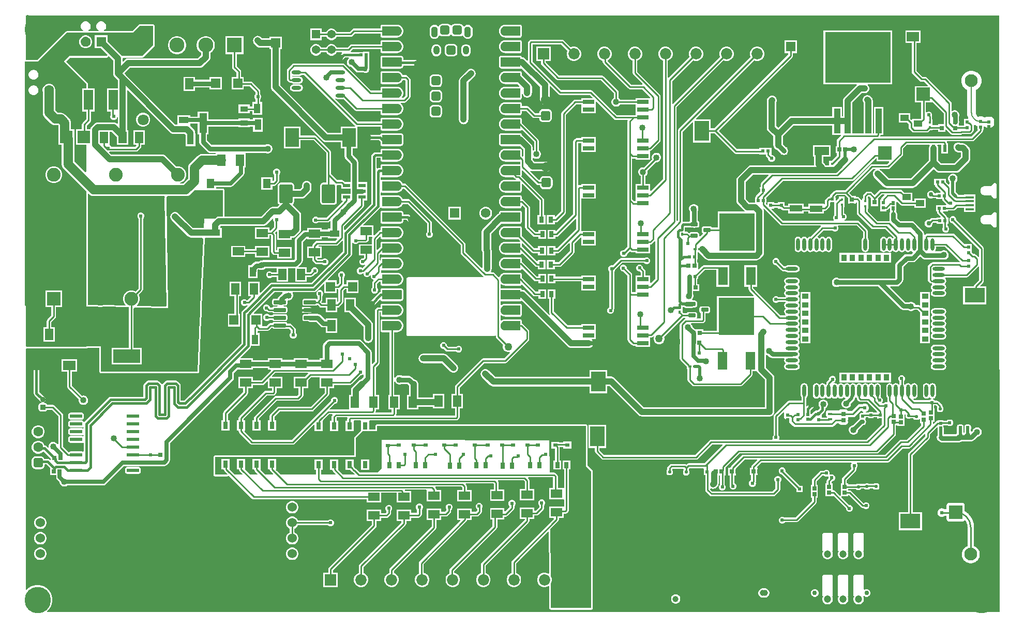
<source format=gbr>
G04*
G04 #@! TF.GenerationSoftware,Altium Limited,Altium Designer,24.9.1 (31)*
G04*
G04 Layer_Physical_Order=1*
G04 Layer_Color=255*
%FSLAX44Y44*%
%MOMM*%
G71*
G04*
G04 #@! TF.SameCoordinates,58564934-83CB-4443-A129-65336E2EC8F8*
G04*
G04*
G04 #@! TF.FilePolarity,Positive*
G04*
G01*
G75*
%ADD17C,0.2540*%
G04:AMPARAMS|DCode=19|XSize=0.5mm|YSize=0.5mm|CornerRadius=0.0625mm|HoleSize=0mm|Usage=FLASHONLY|Rotation=90.000|XOffset=0mm|YOffset=0mm|HoleType=Round|Shape=RoundedRectangle|*
%AMROUNDEDRECTD19*
21,1,0.5000,0.3750,0,0,90.0*
21,1,0.3750,0.5000,0,0,90.0*
1,1,0.1250,0.1875,0.1875*
1,1,0.1250,0.1875,-0.1875*
1,1,0.1250,-0.1875,-0.1875*
1,1,0.1250,-0.1875,0.1875*
%
%ADD19ROUNDEDRECTD19*%
%ADD20R,1.9000X1.3750*%
%ADD21R,1.3800X0.4500*%
%ADD22R,2.1000X1.4000*%
G04:AMPARAMS|DCode=23|XSize=1.5mm|YSize=1.5mm|CornerRadius=0.3mm|HoleSize=0mm|Usage=FLASHONLY|Rotation=0.000|XOffset=0mm|YOffset=0mm|HoleType=Round|Shape=RoundedRectangle|*
%AMROUNDEDRECTD23*
21,1,1.5000,0.9000,0,0,0.0*
21,1,0.9000,1.5000,0,0,0.0*
1,1,0.6000,0.4500,-0.4500*
1,1,0.6000,-0.4500,-0.4500*
1,1,0.6000,-0.4500,0.4500*
1,1,0.6000,0.4500,0.4500*
%
%ADD23ROUNDEDRECTD23*%
%ADD24O,1.1000X1.8000*%
%ADD25O,1.0500X1.4500*%
%ADD26C,1.5748*%
%ADD27R,1.5748X1.5748*%
%ADD28R,0.5500X0.5500*%
%ADD29R,2.3500X1.3500*%
%ADD30R,0.4500X0.6750*%
G04:AMPARAMS|DCode=31|XSize=0.55mm|YSize=0.5mm|CornerRadius=0.0625mm|HoleSize=0mm|Usage=FLASHONLY|Rotation=270.000|XOffset=0mm|YOffset=0mm|HoleType=Round|Shape=RoundedRectangle|*
%AMROUNDEDRECTD31*
21,1,0.5500,0.3750,0,0,270.0*
21,1,0.4250,0.5000,0,0,270.0*
1,1,0.1250,-0.1875,-0.2125*
1,1,0.1250,-0.1875,0.2125*
1,1,0.1250,0.1875,0.2125*
1,1,0.1250,0.1875,-0.2125*
%
%ADD31ROUNDEDRECTD31*%
%ADD32R,0.7200X0.7600*%
%ADD33R,0.5200X0.5600*%
%ADD34R,2.0500X1.1000*%
%ADD35R,0.7811X0.7121*%
G04:AMPARAMS|DCode=36|XSize=0.4mm|YSize=0.9mm|CornerRadius=0.05mm|HoleSize=0mm|Usage=FLASHONLY|Rotation=270.000|XOffset=0mm|YOffset=0mm|HoleType=Round|Shape=RoundedRectangle|*
%AMROUNDEDRECTD36*
21,1,0.4000,0.8000,0,0,270.0*
21,1,0.3000,0.9000,0,0,270.0*
1,1,0.1000,-0.4000,-0.1500*
1,1,0.1000,-0.4000,0.1500*
1,1,0.1000,0.4000,0.1500*
1,1,0.1000,0.4000,-0.1500*
%
%ADD36ROUNDEDRECTD36*%
%ADD37R,0.6500X0.3500*%
%ADD38R,1.6000X3.0000*%
%ADD39R,5.8000X6.2000*%
G04:AMPARAMS|DCode=40|XSize=1.23mm|YSize=0.6mm|CornerRadius=0.075mm|HoleSize=0mm|Usage=FLASHONLY|Rotation=0.000|XOffset=0mm|YOffset=0mm|HoleType=Round|Shape=RoundedRectangle|*
%AMROUNDEDRECTD40*
21,1,1.2300,0.4500,0,0,0.0*
21,1,1.0800,0.6000,0,0,0.0*
1,1,0.1500,0.5400,-0.2250*
1,1,0.1500,-0.5400,-0.2250*
1,1,0.1500,-0.5400,0.2250*
1,1,0.1500,0.5400,0.2250*
%
%ADD40ROUNDEDRECTD40*%
%ADD41R,0.6500X0.6500*%
%ADD42R,0.4500X0.4500*%
%ADD43R,0.8000X1.0000*%
%ADD44R,0.4500X0.5000*%
G04:AMPARAMS|DCode=45|XSize=1.97mm|YSize=0.6mm|CornerRadius=0.075mm|HoleSize=0mm|Usage=FLASHONLY|Rotation=180.000|XOffset=0mm|YOffset=0mm|HoleType=Round|Shape=RoundedRectangle|*
%AMROUNDEDRECTD45*
21,1,1.9700,0.4500,0,0,180.0*
21,1,1.8200,0.6000,0,0,180.0*
1,1,0.1500,-0.9100,0.2250*
1,1,0.1500,0.9100,0.2250*
1,1,0.1500,0.9100,-0.2250*
1,1,0.1500,-0.9100,-0.2250*
%
%ADD45ROUNDEDRECTD45*%
G04:AMPARAMS|DCode=46|XSize=2.05mm|YSize=0.59mm|CornerRadius=0.0738mm|HoleSize=0mm|Usage=FLASHONLY|Rotation=180.000|XOffset=0mm|YOffset=0mm|HoleType=Round|Shape=RoundedRectangle|*
%AMROUNDEDRECTD46*
21,1,2.0500,0.4425,0,0,180.0*
21,1,1.9025,0.5900,0,0,180.0*
1,1,0.1475,-0.9513,0.2213*
1,1,0.1475,0.9513,0.2213*
1,1,0.1475,0.9513,-0.2213*
1,1,0.1475,-0.9513,-0.2213*
%
%ADD46ROUNDEDRECTD46*%
%ADD47O,2.0000X0.6000*%
%ADD48O,0.6000X2.0000*%
%ADD49R,2.1000X2.1000*%
%ADD50R,1.1000X0.9000*%
%ADD51R,0.9000X1.1000*%
%ADD52R,0.8000X1.2000*%
%ADD53R,1.5000X1.6000*%
%ADD54R,1.0410X4.0390*%
%ADD55R,10.7440X8.3060*%
%ADD56R,1.1300X1.7700*%
%ADD57R,1.8500X0.6500*%
%ADD58R,4.4000X2.2000*%
%ADD59R,2.1000X2.0000*%
%ADD60R,1.5000X3.3000*%
%ADD61R,1.2000X0.6000*%
%ADD62R,1.6000X1.0500*%
%ADD63R,2.2000X3.0500*%
%ADD64R,1.3000X1.5000*%
%ADD65R,1.3500X1.8500*%
G04:AMPARAMS|DCode=66|XSize=3.12mm|YSize=2.18mm|CornerRadius=0.2507mm|HoleSize=0mm|Usage=FLASHONLY|Rotation=90.000|XOffset=0mm|YOffset=0mm|HoleType=Round|Shape=RoundedRectangle|*
%AMROUNDEDRECTD66*
21,1,3.1200,1.6786,0,0,90.0*
21,1,2.6186,2.1800,0,0,90.0*
1,1,0.5014,0.8393,1.3093*
1,1,0.5014,0.8393,-1.3093*
1,1,0.5014,-0.8393,-1.3093*
1,1,0.5014,-0.8393,1.3093*
%
%ADD66ROUNDEDRECTD66*%
%ADD67R,0.8000X0.6000*%
%ADD68R,0.6500X0.7000*%
%ADD69R,1.3000X0.9500*%
%ADD70R,1.3000X3.2500*%
G04:AMPARAMS|DCode=71|XSize=0.55mm|YSize=0.5mm|CornerRadius=0.0625mm|HoleSize=0mm|Usage=FLASHONLY|Rotation=180.000|XOffset=0mm|YOffset=0mm|HoleType=Round|Shape=RoundedRectangle|*
%AMROUNDEDRECTD71*
21,1,0.5500,0.3750,0,0,180.0*
21,1,0.4250,0.5000,0,0,180.0*
1,1,0.1250,-0.2125,0.1875*
1,1,0.1250,0.2125,0.1875*
1,1,0.1250,0.2125,-0.1875*
1,1,0.1250,-0.2125,-0.1875*
%
%ADD71ROUNDEDRECTD71*%
%ADD72R,2.1600X2.2600*%
%ADD73R,0.5000X0.7000*%
%ADD74R,3.3000X2.4000*%
%ADD75R,1.4000X1.0000*%
%ADD76R,0.6725X0.6682*%
%ADD77R,0.5000X0.4750*%
%ADD78R,0.4500X0.4500*%
%ADD79R,0.5500X0.6000*%
%ADD80R,0.4725X0.4682*%
%ADD81O,1.6000X0.6000*%
%ADD82R,2.0000X1.6000*%
G04:AMPARAMS|DCode=83|XSize=0.5mm|YSize=0.5mm|CornerRadius=0.0625mm|HoleSize=0mm|Usage=FLASHONLY|Rotation=180.000|XOffset=0mm|YOffset=0mm|HoleType=Round|Shape=RoundedRectangle|*
%AMROUNDEDRECTD83*
21,1,0.5000,0.3750,0,0,180.0*
21,1,0.3750,0.5000,0,0,180.0*
1,1,0.1250,-0.1875,0.1875*
1,1,0.1250,0.1875,0.1875*
1,1,0.1250,0.1875,-0.1875*
1,1,0.1250,-0.1875,-0.1875*
%
%ADD83ROUNDEDRECTD83*%
%ADD84R,0.5200X0.5200*%
%ADD85R,2.2600X2.1600*%
%ADD86R,0.6000X0.5500*%
%ADD87R,0.6500X0.6500*%
%ADD88R,0.5600X0.5200*%
%ADD89R,2.4000X3.3000*%
%ADD90R,0.5500X0.5500*%
%ADD91R,0.5000X0.4500*%
%ADD92R,1.8500X1.3500*%
%ADD93R,1.0500X1.6000*%
%ADD94R,0.5200X0.5200*%
%ADD95R,0.7121X0.7811*%
%ADD163R,2.4500X2.4500*%
%ADD164C,2.4500*%
%ADD165C,1.5500*%
%ADD166R,1.5500X1.5500*%
%ADD183C,0.2042*%
%ADD184R,1.0000X1.0000*%
%ADD185R,0.6000X1.2000*%
%ADD186R,2.4130X3.3020*%
%ADD187C,0.7620*%
%ADD188C,0.5080*%
%ADD189C,0.3810*%
%ADD190C,0.6350*%
%ADD191C,0.7620*%
%ADD192C,1.0160*%
%ADD193C,1.5240*%
%ADD194C,0.5000*%
%ADD195C,0.4826*%
%ADD196C,2.2500*%
%ADD197C,2.1000*%
%ADD198O,2.1000X1.4000*%
%ADD199C,1.6000*%
%ADD200R,1.6000X1.6000*%
%ADD201C,1.8000*%
%ADD202R,1.8500X1.8500*%
%ADD203C,1.8500*%
G04:AMPARAMS|DCode=204|XSize=1.6mm|YSize=1.6mm|CornerRadius=0.4mm|HoleSize=0mm|Usage=FLASHONLY|Rotation=90.000|XOffset=0mm|YOffset=0mm|HoleType=Round|Shape=RoundedRectangle|*
%AMROUNDEDRECTD204*
21,1,1.6000,0.8000,0,0,90.0*
21,1,0.8000,1.6000,0,0,90.0*
1,1,0.8000,0.4000,0.4000*
1,1,0.8000,0.4000,-0.4000*
1,1,0.8000,-0.4000,-0.4000*
1,1,0.8000,-0.4000,0.4000*
%
%ADD204ROUNDEDRECTD204*%
%ADD205R,1.3700X1.3700*%
%ADD206C,1.3700*%
G04:AMPARAMS|DCode=207|XSize=0.9mm|YSize=0.9mm|CornerRadius=0.225mm|HoleSize=0mm|Usage=FLASHONLY|Rotation=270.000|XOffset=0mm|YOffset=0mm|HoleType=Round|Shape=RoundedRectangle|*
%AMROUNDEDRECTD207*
21,1,0.9000,0.4500,0,0,270.0*
21,1,0.4500,0.9000,0,0,270.0*
1,1,0.4500,-0.2250,-0.2250*
1,1,0.4500,-0.2250,0.2250*
1,1,0.4500,0.2250,0.2250*
1,1,0.4500,0.2250,-0.2250*
%
%ADD207ROUNDEDRECTD207*%
%ADD208C,0.9000*%
%ADD209R,1.6000X1.6000*%
%ADD210R,2.2500X2.2500*%
%ADD211C,1.5300*%
%ADD212R,1.5300X1.5300*%
%ADD213C,0.7500*%
%ADD214C,1.2000*%
%ADD215C,1.0000*%
%ADD216C,4.3180*%
%ADD217C,1.0160*%
%ADD218C,0.6096*%
%ADD219C,1.2700*%
%ADD220C,0.8000*%
G36*
X226568Y941070D02*
X208788Y923290D01*
X175580D01*
X175566Y923323D01*
X174345Y924915D01*
X174345Y924915D01*
X152272Y946987D01*
Y957198D01*
X131192D01*
Y936118D01*
X141403D01*
X151884Y925637D01*
X150912Y923290D01*
X89408D01*
X80518Y914400D01*
X117348Y877570D01*
Y870448D01*
X111118D01*
Y832368D01*
X117273D01*
Y819997D01*
X111299Y814023D01*
X110457Y812763D01*
X110161Y811276D01*
Y803496D01*
X100520D01*
Y778416D01*
X117348D01*
Y734202D01*
X115001Y733230D01*
X97688Y750544D01*
Y788576D01*
X97600Y789242D01*
Y803496D01*
X92304D01*
Y813742D01*
X91955Y816395D01*
X90931Y818866D01*
X89303Y820988D01*
X82879Y827412D01*
X80757Y829041D01*
X78285Y830064D01*
X75633Y830414D01*
X75632Y830414D01*
X70793D01*
X70492Y830714D01*
X70492Y830714D01*
X66636Y834571D01*
Y864931D01*
X66928Y866022D01*
Y868798D01*
X66210Y871478D01*
X64822Y873882D01*
X62860Y875844D01*
X60456Y877232D01*
X57776Y877950D01*
X55000D01*
X52320Y877232D01*
X49916Y875844D01*
X47954Y873882D01*
X46566Y871478D01*
X45848Y868798D01*
Y866022D01*
X46140Y864931D01*
Y830326D01*
X46140Y830326D01*
X46490Y827674D01*
X47513Y825202D01*
X49142Y823080D01*
X56000Y816222D01*
X56000Y816222D01*
X59302Y812920D01*
X59302Y812920D01*
X61424Y811291D01*
X63896Y810267D01*
X66548Y809918D01*
X66548Y809918D01*
X71388D01*
X71809Y809497D01*
Y803496D01*
X71520D01*
Y778416D01*
X77192D01*
Y746299D01*
X77192Y746299D01*
X77541Y743647D01*
X78565Y741175D01*
X80194Y739053D01*
X117348Y701898D01*
Y513463D01*
X134685Y513045D01*
X134885Y512930D01*
X138392Y511990D01*
X142023D01*
X145031Y512796D01*
X187123Y511782D01*
Y445340D01*
X158748D01*
Y418260D01*
X207828D01*
Y445340D01*
X194893D01*
Y509777D01*
X196710Y511551D01*
X250942Y510245D01*
X248328Y692031D01*
X250111Y693840D01*
X280416D01*
X280416Y693840D01*
X283068Y694190D01*
X285540Y695213D01*
X287662Y696842D01*
X294654Y703834D01*
X340614D01*
Y685546D01*
Y660212D01*
X334628D01*
X332638Y659950D01*
X330785Y659182D01*
X329193Y657961D01*
X329193Y657961D01*
X328150Y656917D01*
X310112D01*
X309452Y641434D01*
X292218D01*
X268071Y665581D01*
X267671Y665887D01*
X267315Y666244D01*
X266879Y666495D01*
X266479Y666802D01*
X266014Y666995D01*
X265577Y667247D01*
X265091Y667377D01*
X264625Y667570D01*
X264126Y667636D01*
X263639Y667766D01*
X263136D01*
X262636Y667832D01*
X262136Y667766D01*
X261633D01*
X261146Y667636D01*
X260647Y667570D01*
X260181Y667377D01*
X259695Y667247D01*
X259258Y666995D01*
X258793Y666802D01*
X258393Y666495D01*
X257957Y666244D01*
X257601Y665887D01*
X257201Y665581D01*
X256895Y665181D01*
X256539Y664825D01*
X256287Y664389D01*
X255980Y663989D01*
X255787Y663523D01*
X255535Y663087D01*
X255405Y662601D01*
X255212Y662135D01*
X255146Y661636D01*
X255016Y661149D01*
Y660646D01*
X254950Y660146D01*
X255016Y659647D01*
Y659143D01*
X255146Y658656D01*
X255212Y658157D01*
X255405Y657691D01*
X255535Y657205D01*
X255787Y656768D01*
X255980Y656303D01*
X256287Y655903D01*
X256539Y655467D01*
X256895Y655111D01*
X257201Y654711D01*
X283599Y628313D01*
X283599Y628313D01*
X285191Y627092D01*
X287045Y626324D01*
X289034Y626062D01*
X306961D01*
X308718Y624228D01*
X303964Y512796D01*
X303930Y511990D01*
X303930D01*
X303930Y511990D01*
X303344Y498254D01*
X303344D01*
X303344Y498254D01*
X303067Y491762D01*
X303067D01*
X303067Y491762D01*
X299415Y406146D01*
X141478D01*
Y448236D01*
X117348D01*
Y447040D01*
X19738D01*
X18542Y448236D01*
Y514025D01*
X17018Y515549D01*
Y914400D01*
X38608D01*
X85598Y961390D01*
X193548D01*
X204978Y972820D01*
X226568D01*
Y941070D01*
D02*
G37*
G36*
X161224Y916296D02*
Y894842D01*
X161486Y892853D01*
X162254Y890999D01*
X163475Y889407D01*
X169108Y883774D01*
Y870448D01*
X151118D01*
Y832368D01*
X156897D01*
Y826970D01*
X157024Y826334D01*
X156718Y825595D01*
Y823372D01*
X157569Y821319D01*
X159141Y819747D01*
X161194Y818896D01*
X163417D01*
X165471Y819747D01*
X167043Y821319D01*
X167894Y823372D01*
X169108Y823238D01*
Y812908D01*
X168305Y812576D01*
X167838Y812514D01*
X166267Y813720D01*
X164413Y814488D01*
X162424Y814750D01*
X136388D01*
X134398Y814488D01*
X132545Y813720D01*
X130953Y812499D01*
X126489Y808035D01*
X125268Y806443D01*
X124500Y804589D01*
X124356Y803496D01*
X117931D01*
Y809667D01*
X123905Y815641D01*
X124747Y816901D01*
X125043Y818388D01*
Y832368D01*
X131198D01*
Y870448D01*
X119938D01*
Y877570D01*
X119741Y878561D01*
X119179Y879401D01*
X84180Y914400D01*
X90481Y920700D01*
X150912D01*
X151903Y920897D01*
X152743Y921459D01*
X153305Y922299D01*
X153429Y922599D01*
X154674Y922846D01*
X161224Y916296D01*
D02*
G37*
G36*
X21202Y990570D02*
X21797Y990443D01*
X22374Y990250D01*
X22926Y989995D01*
X23186Y989837D01*
X23186Y989838D01*
X1611562D01*
X1611764Y818779D01*
X1611878Y817916D01*
Y812316D01*
X1611773Y811518D01*
X1612714Y13599D01*
X1611817Y12700D01*
X53462D01*
X53175Y13970D01*
X56333Y17128D01*
X58974Y21080D01*
X60793Y25471D01*
X61720Y30133D01*
Y34887D01*
X60793Y39548D01*
X58974Y43940D01*
X56333Y47892D01*
X52972Y51253D01*
X49020Y53894D01*
X44629Y55713D01*
X39967Y56640D01*
X35213D01*
X30552Y55713D01*
X26160Y53894D01*
X22208Y51253D01*
X19630Y48675D01*
X18360Y49201D01*
Y443495D01*
X19630Y444472D01*
X19738Y444450D01*
X117348D01*
X118339Y444647D01*
X119179Y445209D01*
X119472Y445646D01*
X138888D01*
Y406146D01*
X139085Y405155D01*
X139647Y404315D01*
X140487Y403753D01*
X141478Y403556D01*
X299415D01*
X299857Y403644D01*
X300303Y403713D01*
X300351Y403742D01*
X300406Y403753D01*
X300781Y404004D01*
X301166Y404238D01*
X301199Y404284D01*
X301246Y404315D01*
X301497Y404690D01*
X301763Y405054D01*
X301776Y405108D01*
X301807Y405155D01*
X301896Y405597D01*
X302002Y406036D01*
X305655Y491651D01*
X305931Y498144D01*
X306552Y512686D01*
X311305Y624118D01*
X311301Y624146D01*
X311307Y624173D01*
X311224Y624644D01*
X311201Y624792D01*
X311796Y625804D01*
X312067Y626062D01*
X318136D01*
Y625958D01*
X339216D01*
Y641538D01*
X336362D01*
Y643391D01*
X337811Y644840D01*
X406654D01*
X408643Y645102D01*
X410497Y645870D01*
X412089Y647091D01*
X422298Y657301D01*
X423248Y656779D01*
X423418Y656625D01*
Y654463D01*
X424269Y652409D01*
X424441Y652236D01*
Y643041D01*
X418771Y637371D01*
X417174D01*
Y642776D01*
X393594D01*
Y624196D01*
X417174D01*
Y629601D01*
X419767D01*
X420041Y629327D01*
Y602696D01*
X420337Y601209D01*
X421179Y599949D01*
X422667Y598461D01*
X423927Y597619D01*
X425414Y597323D01*
X430170D01*
Y591918D01*
X453750D01*
Y610498D01*
X430170D01*
Y605093D01*
X427811D01*
Y630936D01*
X427515Y632423D01*
X426673Y633683D01*
X426372Y633984D01*
X428997Y636609D01*
X430170Y636123D01*
Y622418D01*
X453750D01*
Y625692D01*
X455058D01*
X457048Y625954D01*
X458901Y626722D01*
X460493Y627943D01*
X466445Y633895D01*
X466445Y633895D01*
X467666Y635487D01*
X468434Y637340D01*
X468696Y639330D01*
Y663194D01*
X468696Y663194D01*
X468434Y665183D01*
X467666Y667037D01*
X466445Y668629D01*
X455651Y679422D01*
X455775Y680686D01*
X456254Y681006D01*
X457370Y682676D01*
X457761Y684645D01*
Y690052D01*
X470363D01*
X472352Y690314D01*
X474205Y691082D01*
X475797Y692303D01*
X483717Y700223D01*
X483717Y700223D01*
X484938Y701815D01*
X485706Y703668D01*
X485968Y705658D01*
X485968Y705658D01*
Y711200D01*
X485902Y711700D01*
Y712203D01*
X485772Y712690D01*
X485706Y713189D01*
X485513Y713655D01*
X485383Y714141D01*
X485131Y714577D01*
X484938Y715043D01*
X484631Y715443D01*
X484380Y715879D01*
X484023Y716235D01*
X483717Y716635D01*
X483317Y716941D01*
X482961Y717298D01*
X482524Y717549D01*
X482125Y717856D01*
X481660Y718049D01*
X481223Y718301D01*
X480737Y718431D01*
X480271Y718624D01*
X479772Y718690D01*
X479285Y718820D01*
X478782D01*
X478282Y718886D01*
X477783Y718820D01*
X477279D01*
X476792Y718690D01*
X476293Y718624D01*
X475827Y718431D01*
X475341Y718301D01*
X474905Y718049D01*
X474439Y717856D01*
X474039Y717549D01*
X473603Y717298D01*
X473247Y716941D01*
X472847Y716635D01*
X472541Y716235D01*
X472184Y715879D01*
X471933Y715443D01*
X471626Y715043D01*
X471433Y714577D01*
X471181Y714141D01*
X471051Y713655D01*
X470858Y713189D01*
X470792Y712690D01*
X470662Y712203D01*
Y711700D01*
X470596Y711200D01*
Y708841D01*
X467179Y705424D01*
X457761D01*
Y710831D01*
X457370Y712800D01*
X456254Y714470D01*
X454585Y715585D01*
X452616Y715977D01*
X435830D01*
X433860Y715585D01*
X432191Y714470D01*
X431075Y712800D01*
X430684Y710831D01*
Y684645D01*
X431075Y682676D01*
X432191Y681006D01*
X433002Y680464D01*
X433127Y679200D01*
X430140Y676214D01*
X422656D01*
X422656Y676214D01*
X420667Y675952D01*
X418813Y675184D01*
X417221Y673963D01*
X417221Y673963D01*
X403470Y660212D01*
X343204D01*
Y685546D01*
Y703834D01*
X343007Y704825D01*
X342445Y705665D01*
X341605Y706227D01*
X340614Y706424D01*
X330070D01*
Y708675D01*
X353314D01*
X355544Y709119D01*
X357434Y710382D01*
X374616Y727563D01*
X375879Y729454D01*
X376323Y731684D01*
Y740812D01*
X378108D01*
Y764392D01*
X379158Y764924D01*
X410502D01*
X411587Y764297D01*
X413525Y763778D01*
X415531D01*
X417469Y764297D01*
X419207Y765301D01*
X420625Y766719D01*
X421629Y768457D01*
X422148Y770395D01*
Y772401D01*
X421629Y774339D01*
X420625Y776077D01*
X419207Y777495D01*
X417469Y778499D01*
X415531Y779018D01*
X413525D01*
X411587Y778499D01*
X410502Y777872D01*
X322468D01*
X315112Y785228D01*
Y795026D01*
X317678D01*
Y807989D01*
X366598D01*
Y806526D01*
X384678D01*
Y807989D01*
X390114D01*
Y799378D01*
X406494D01*
Y822158D01*
X390114D01*
Y819643D01*
X384678D01*
Y821106D01*
X366598D01*
Y819643D01*
X317678D01*
Y832606D01*
X299598D01*
Y824197D01*
X287400D01*
Y826160D01*
X266320D01*
Y811358D01*
X263263D01*
X182229Y892393D01*
X179779Y894842D01*
X188858Y903920D01*
X303022D01*
X305011Y904182D01*
X306865Y904950D01*
X308457Y906171D01*
X318363Y916077D01*
X319584Y917669D01*
X320352Y919523D01*
X320614Y921512D01*
Y928418D01*
X322356Y929582D01*
X324416Y931642D01*
X326035Y934064D01*
X327150Y936756D01*
X327718Y939613D01*
Y942527D01*
X327150Y945384D01*
X326035Y948076D01*
X324416Y950498D01*
X322356Y952558D01*
X319934Y954177D01*
X317242Y955292D01*
X314385Y955860D01*
X311471D01*
X308614Y955292D01*
X305922Y954177D01*
X303500Y952558D01*
X301440Y950498D01*
X299821Y948076D01*
X298706Y945384D01*
X298138Y942527D01*
Y939613D01*
X298706Y936756D01*
X299821Y934064D01*
X301440Y931642D01*
X303500Y929582D01*
X305242Y928418D01*
Y924696D01*
X299838Y919292D01*
X185674D01*
X183685Y919030D01*
X181831Y918262D01*
X180239Y917041D01*
X177769Y914570D01*
X176596Y915056D01*
Y919480D01*
X176596Y919480D01*
X176561Y919745D01*
X177398Y920700D01*
X208788D01*
X209779Y920897D01*
X210619Y921459D01*
X228399Y939239D01*
X228961Y940079D01*
X229158Y941070D01*
Y972820D01*
X228961Y973811D01*
X228399Y974651D01*
X227559Y975213D01*
X226568Y975410D01*
X204978D01*
X203987Y975213D01*
X203147Y974651D01*
X192475Y963980D01*
X146360D01*
X146020Y965250D01*
X146669Y965624D01*
X148166Y967121D01*
X149224Y968955D01*
X149772Y971000D01*
Y973117D01*
X149224Y975161D01*
X148166Y976995D01*
X146669Y978492D01*
X144835Y979550D01*
X142790Y980098D01*
X140674D01*
X138629Y979550D01*
X136795Y978492D01*
X135298Y976995D01*
X134240Y975161D01*
X133692Y973117D01*
Y971000D01*
X134240Y968955D01*
X135298Y967121D01*
X136795Y965624D01*
X137444Y965250D01*
X137104Y963980D01*
X120960D01*
X120620Y965250D01*
X121269Y965624D01*
X122766Y967121D01*
X123824Y968955D01*
X124372Y971000D01*
Y973117D01*
X123824Y975161D01*
X122766Y976995D01*
X121269Y978492D01*
X119435Y979550D01*
X117390Y980098D01*
X115274D01*
X113229Y979550D01*
X111395Y978492D01*
X109898Y976995D01*
X108840Y975161D01*
X108292Y973117D01*
Y971000D01*
X108840Y968955D01*
X109898Y967121D01*
X111395Y965624D01*
X112044Y965250D01*
X111704Y963980D01*
X85598D01*
X84607Y963783D01*
X83767Y963221D01*
X37535Y916990D01*
X18360D01*
Y989392D01*
X20900Y990600D01*
X21202Y990570D01*
D02*
G37*
G36*
X254645Y798238D02*
X256237Y797016D01*
X258090Y796248D01*
X260080Y795987D01*
X260080Y795987D01*
X278749D01*
X280198Y794537D01*
Y786554D01*
X280264Y786055D01*
Y775844D01*
X295844D01*
Y796924D01*
X295570D01*
Y797721D01*
X295308Y799710D01*
X294540Y801564D01*
X293319Y803156D01*
X293319Y803156D01*
X287367Y809107D01*
X287103Y809310D01*
X287400Y810580D01*
X287400D01*
X287400Y810580D01*
Y812543D01*
X299598D01*
Y795026D01*
X302164D01*
Y782546D01*
X302656Y780068D01*
X304060Y777968D01*
X315208Y766820D01*
X317308Y765416D01*
X319786Y764924D01*
X327978D01*
X329028Y764392D01*
Y762850D01*
X306968D01*
X306968Y762850D01*
X304316Y762501D01*
X301844Y761477D01*
X299722Y759848D01*
X299722Y759848D01*
X287140Y747266D01*
X285511Y745144D01*
X284487Y742672D01*
X284138Y740020D01*
X284138Y740020D01*
Y722303D01*
X276171Y714336D01*
X270742D01*
X270575Y715606D01*
X272531Y716130D01*
X275675Y717945D01*
X278243Y720513D01*
X280058Y723657D01*
X280998Y727165D01*
Y730796D01*
X280058Y734303D01*
X278243Y737447D01*
X275675Y740015D01*
X272531Y741830D01*
X269023Y742770D01*
X265392D01*
X264521Y742536D01*
X247058Y759999D01*
X245466Y761220D01*
X243613Y761988D01*
X241624Y762250D01*
X158331D01*
X155003Y765578D01*
X155489Y766751D01*
X198882D01*
X200369Y767047D01*
X201629Y767889D01*
X206201Y772461D01*
X207043Y773721D01*
X207339Y775208D01*
Y777896D01*
X213242D01*
Y801476D01*
X194662D01*
Y777896D01*
X199108D01*
X199378Y776626D01*
X197273Y774521D01*
X158312D01*
X157874Y775579D01*
X156302Y777151D01*
X156020Y777268D01*
X155584Y778404D01*
X155584Y778404D01*
X155584Y778404D01*
Y799378D01*
X159240D01*
X167504Y791115D01*
Y778404D01*
X186084D01*
Y801984D01*
X184480D01*
Y866744D01*
X185653Y867230D01*
X254645Y798238D01*
D02*
G37*
G36*
X122405Y696842D02*
X122405Y696842D01*
X124527Y695213D01*
X126999Y694190D01*
X129651Y693840D01*
X129651Y693840D01*
X244957D01*
X245203Y693628D01*
X245844Y692570D01*
X245831Y692500D01*
X245738Y692013D01*
X245740Y692003D01*
X245738Y691994D01*
X248301Y513814D01*
X247398Y512921D01*
X200575Y514049D01*
X200061Y515331D01*
X202043Y517313D01*
X203858Y520457D01*
X204798Y523965D01*
Y527595D01*
X203858Y531103D01*
X203114Y532392D01*
X209249Y538527D01*
X210091Y539787D01*
X210387Y541274D01*
Y657398D01*
X211239Y658251D01*
X212090Y660304D01*
Y662527D01*
X211239Y664581D01*
X209667Y666153D01*
X207614Y667004D01*
X205390D01*
X203337Y666153D01*
X201765Y664581D01*
X200914Y662527D01*
Y660304D01*
X201765Y658251D01*
X202617Y657398D01*
Y542883D01*
X197620Y537886D01*
X196331Y538630D01*
X192824Y539570D01*
X189193D01*
X185685Y538630D01*
X182541Y536815D01*
X179973Y534247D01*
X178158Y531103D01*
X177218Y527595D01*
Y523965D01*
X178158Y520457D01*
X179973Y517313D01*
X181508Y515778D01*
X180969Y514521D01*
X145094Y515385D01*
X144730Y515322D01*
X144361Y515298D01*
X141683Y514580D01*
X138734D01*
X135802Y515365D01*
X135734Y515413D01*
X135373Y515494D01*
X135023Y515613D01*
X134884Y515604D01*
X134748Y515634D01*
X119938Y515991D01*
Y697649D01*
X121111Y698135D01*
X122405Y696842D01*
D02*
G37*
%LPC*%
G36*
X117720Y957198D02*
X114944D01*
X112264Y956480D01*
X109860Y955092D01*
X107898Y953130D01*
X106510Y950726D01*
X105792Y948046D01*
Y945270D01*
X106510Y942590D01*
X107898Y940186D01*
X109860Y938224D01*
X112264Y936836D01*
X114944Y936118D01*
X117720D01*
X120400Y936836D01*
X122804Y938224D01*
X124766Y940186D01*
X126154Y942590D01*
X126872Y945270D01*
Y948046D01*
X126154Y950726D01*
X124766Y953130D01*
X122804Y955092D01*
X120400Y956480D01*
X117720Y957198D01*
D02*
G37*
G36*
X32046Y900850D02*
X29929D01*
X27885Y900302D01*
X26051Y899244D01*
X24554Y897747D01*
X23496Y895913D01*
X22948Y893868D01*
Y891751D01*
X23496Y889707D01*
X24554Y887873D01*
X26051Y886376D01*
X27885Y885318D01*
X29929Y884770D01*
X32046D01*
X34091Y885318D01*
X35925Y886376D01*
X37422Y887873D01*
X38480Y889707D01*
X39028Y891751D01*
Y893868D01*
X38480Y895913D01*
X37422Y897747D01*
X35925Y899244D01*
X34091Y900302D01*
X32046Y900850D01*
D02*
G37*
G36*
Y875450D02*
X29929D01*
X27885Y874902D01*
X26051Y873844D01*
X24554Y872347D01*
X23496Y870513D01*
X22948Y868468D01*
Y866351D01*
X23496Y864307D01*
X24554Y862473D01*
X26051Y860976D01*
X27885Y859918D01*
X29929Y859370D01*
X32046D01*
X34091Y859918D01*
X35925Y860976D01*
X37422Y862473D01*
X38480Y864307D01*
X39028Y866351D01*
Y868468D01*
X38480Y870513D01*
X37422Y872347D01*
X35925Y873844D01*
X34091Y874902D01*
X32046Y875450D01*
D02*
G37*
G36*
X65823Y742770D02*
X62193D01*
X58685Y741830D01*
X55541Y740015D01*
X52973Y737447D01*
X51158Y734303D01*
X50218Y730796D01*
Y727165D01*
X51158Y723657D01*
X52973Y720513D01*
X55541Y717945D01*
X58685Y716130D01*
X62193Y715190D01*
X65823D01*
X69331Y716130D01*
X72475Y717945D01*
X75043Y720513D01*
X76858Y723657D01*
X77798Y727165D01*
Y730796D01*
X76858Y734303D01*
X75043Y737447D01*
X72475Y740015D01*
X69331Y741830D01*
X65823Y742770D01*
D02*
G37*
G36*
X77798Y539570D02*
X50218D01*
Y511990D01*
X60123D01*
Y498254D01*
X53631Y491762D01*
X52789Y490502D01*
X52493Y489015D01*
Y479150D01*
X47088D01*
Y455570D01*
X65668D01*
Y479150D01*
X60263D01*
Y487406D01*
X66755Y493898D01*
X67597Y495158D01*
X67893Y496645D01*
Y511990D01*
X77798D01*
Y512597D01*
Y539570D01*
D02*
G37*
%LPD*%
G36*
X119401Y954066D02*
X121214Y953020D01*
X122694Y951540D01*
X123740Y949727D01*
X124282Y947705D01*
Y945611D01*
X123740Y943589D01*
X122694Y941777D01*
X121214Y940296D01*
X119401Y939250D01*
X117379Y938708D01*
X115285D01*
X113263Y939250D01*
X111451Y940296D01*
X109970Y941777D01*
X108924Y943589D01*
X108382Y945611D01*
Y947705D01*
X108924Y949727D01*
X109970Y951540D01*
X111451Y953020D01*
X113263Y954066D01*
X115285Y954608D01*
X117379D01*
X119401Y954066D01*
D02*
G37*
G36*
X68331Y739417D02*
X70885Y737942D01*
X72970Y735857D01*
X74445Y733303D01*
X75208Y730454D01*
Y727505D01*
X74445Y724657D01*
X72970Y722103D01*
X70885Y720017D01*
X68331Y718543D01*
X65483Y717780D01*
X62533D01*
X59685Y718543D01*
X57131Y720018D01*
X55045Y722103D01*
X53571Y724657D01*
X52808Y727505D01*
Y730454D01*
X53571Y733303D01*
X55046Y735857D01*
X57131Y737943D01*
X59685Y739417D01*
X62533Y740180D01*
X65483D01*
X68331Y739417D01*
D02*
G37*
%LPC*%
G36*
X827522Y974878D02*
X803522D01*
X803491Y974872D01*
X803460Y974877D01*
X803040Y974867D01*
X802979Y974853D01*
X802917Y974861D01*
X802497Y974831D01*
X802404Y974806D01*
X802307Y974810D01*
X801897Y974751D01*
X801868Y974740D01*
X801836Y974741D01*
X801426Y974671D01*
X801340Y974638D01*
X801248Y974634D01*
X800838Y974534D01*
X800776Y974505D01*
X800708Y974499D01*
X800308Y974379D01*
X800255Y974351D01*
X800196Y974342D01*
X799796Y974202D01*
X799727Y974161D01*
X799647Y974145D01*
X799267Y973985D01*
X799219Y973952D01*
X799163Y973939D01*
X798783Y973758D01*
X798727Y973717D01*
X798661Y973696D01*
X798290Y973496D01*
X798237Y973452D01*
X798172Y973428D01*
X797812Y973208D01*
X797748Y973149D01*
X797668Y973114D01*
X797328Y972874D01*
X797298Y972842D01*
X797258Y972822D01*
X796928Y972572D01*
X796882Y972521D01*
X796822Y972487D01*
X796502Y972217D01*
X796460Y972165D01*
X796403Y972129D01*
X796093Y971839D01*
X796042Y971768D01*
X795971Y971717D01*
X795681Y971407D01*
X795645Y971350D01*
X795593Y971308D01*
X795323Y970988D01*
X795289Y970928D01*
X795238Y970882D01*
X794988Y970552D01*
X794968Y970512D01*
X794936Y970481D01*
X794696Y970142D01*
X794661Y970062D01*
X794602Y969998D01*
X794382Y969638D01*
X794358Y969573D01*
X794314Y969519D01*
X794114Y969149D01*
X794093Y969083D01*
X794052Y969027D01*
X793872Y968647D01*
X793857Y968591D01*
X793825Y968543D01*
X793665Y968163D01*
X793649Y968083D01*
X793608Y968014D01*
X793468Y967614D01*
X793459Y967555D01*
X793431Y967502D01*
X793311Y967102D01*
X793305Y967034D01*
X793276Y966972D01*
X793176Y966562D01*
X793172Y966470D01*
X793139Y966384D01*
X793069Y965974D01*
X793070Y965943D01*
X793059Y965913D01*
X792999Y965503D01*
X793005Y965406D01*
X792979Y965312D01*
X792949Y964893D01*
X792957Y964831D01*
X792943Y964770D01*
X792933Y964350D01*
X792944Y964288D01*
X792933Y964226D01*
X792943Y963806D01*
X792957Y963745D01*
X792949Y963683D01*
X792979Y963263D01*
X793005Y963170D01*
X792999Y963073D01*
X793059Y962663D01*
X793070Y962634D01*
X793069Y962602D01*
X793139Y962192D01*
X793172Y962106D01*
X793176Y962014D01*
X793276Y961604D01*
X793305Y961542D01*
X793311Y961474D01*
X793431Y961074D01*
X793459Y961021D01*
X793468Y960962D01*
X793608Y960562D01*
X793649Y960493D01*
X793665Y960413D01*
X793825Y960033D01*
X793857Y959985D01*
X793872Y959929D01*
X794052Y959549D01*
X794093Y959493D01*
X794114Y959426D01*
X794314Y959056D01*
X794358Y959003D01*
X794382Y958938D01*
X794602Y958577D01*
X794661Y958514D01*
X794696Y958434D01*
X794936Y958094D01*
X794968Y958064D01*
X794988Y958024D01*
X795238Y957694D01*
X795289Y957648D01*
X795323Y957588D01*
X795593Y957268D01*
X795645Y957226D01*
X795681Y957169D01*
X795971Y956859D01*
X796042Y956808D01*
X796093Y956737D01*
X796403Y956447D01*
X796460Y956411D01*
X796502Y956359D01*
X796822Y956089D01*
X796882Y956055D01*
X796928Y956004D01*
X797258Y955754D01*
X797298Y955734D01*
X797328Y955702D01*
X797668Y955462D01*
X797748Y955427D01*
X797812Y955368D01*
X798172Y955148D01*
X798237Y955124D01*
X798290Y955080D01*
X798661Y954880D01*
X798727Y954859D01*
X798783Y954818D01*
X799163Y954638D01*
X799219Y954623D01*
X799267Y954591D01*
X799647Y954431D01*
X799727Y954415D01*
X799796Y954374D01*
X800196Y954234D01*
X800255Y954225D01*
X800308Y954197D01*
X800708Y954078D01*
X800776Y954071D01*
X800838Y954042D01*
X801248Y953942D01*
X801340Y953938D01*
X801426Y953905D01*
X801836Y953835D01*
X801867Y953836D01*
X801897Y953826D01*
X802307Y953765D01*
X802404Y953771D01*
X802497Y953745D01*
X802917Y953715D01*
X802979Y953723D01*
X803040Y953709D01*
X803460Y953699D01*
X803491Y953704D01*
X803522Y953698D01*
X827522D01*
X828513Y953895D01*
X829353Y954457D01*
X829915Y955297D01*
X830112Y956288D01*
Y972288D01*
X829915Y973279D01*
X829353Y974119D01*
X828513Y974681D01*
X827522Y974878D01*
D02*
G37*
G36*
X729122Y976136D02*
X720122D01*
X717960Y975706D01*
X716128Y974482D01*
X715386Y973371D01*
X713858D01*
X713116Y974482D01*
X711284Y975706D01*
X709122Y976136D01*
X700122D01*
X697960Y975706D01*
X696128Y974482D01*
X694903Y972650D01*
X694796Y972107D01*
X693438Y971790D01*
X693106Y972222D01*
X691427Y973511D01*
X689471Y974321D01*
X687372Y974597D01*
X685273Y974321D01*
X683317Y973511D01*
X681638Y972222D01*
X680349Y970543D01*
X679539Y968587D01*
X679263Y966488D01*
Y959488D01*
X679539Y957389D01*
X680349Y955433D01*
X681638Y953754D01*
X683317Y952465D01*
X685273Y951655D01*
X687372Y951379D01*
X689471Y951655D01*
X691427Y952465D01*
X693106Y953754D01*
X694395Y955433D01*
X695000Y956895D01*
X695336Y957073D01*
X696225Y957289D01*
X696470Y957265D01*
X697960Y956269D01*
X700122Y955839D01*
X709122D01*
X711284Y956269D01*
X713116Y957494D01*
X713858Y958605D01*
X715386D01*
X716128Y957494D01*
X717960Y956269D01*
X720122Y955839D01*
X729122D01*
X731284Y956269D01*
X732774Y957265D01*
X733019Y957289D01*
X733908Y957073D01*
X734243Y956895D01*
X734849Y955433D01*
X736138Y953754D01*
X737817Y952465D01*
X739773Y951655D01*
X741872Y951379D01*
X743971Y951655D01*
X745927Y952465D01*
X747606Y953754D01*
X748895Y955433D01*
X749705Y957389D01*
X749981Y959488D01*
Y966488D01*
X749705Y968587D01*
X748895Y970543D01*
X747606Y972222D01*
X745927Y973511D01*
X743971Y974321D01*
X741872Y974597D01*
X739773Y974321D01*
X737817Y973511D01*
X736138Y972222D01*
X735806Y971790D01*
X734448Y972107D01*
X734341Y972650D01*
X733116Y974482D01*
X731284Y975706D01*
X729122Y976136D01*
D02*
G37*
G36*
X625722Y974878D02*
X601722D01*
X600731Y974681D01*
X599891Y974119D01*
X599329Y973279D01*
X599132Y972288D01*
Y968173D01*
X555348D01*
X553861Y967877D01*
X552601Y967035D01*
X548301Y962735D01*
X527268D01*
X526182Y964616D01*
X524434Y966364D01*
X522292Y967600D01*
X519904Y968240D01*
X517432D01*
X515044Y967600D01*
X512902Y966364D01*
X511154Y964616D01*
X510068Y962735D01*
X502658D01*
Y968240D01*
X483878D01*
Y949460D01*
X502658D01*
Y954965D01*
X510068D01*
X511154Y953084D01*
X512902Y951336D01*
X515044Y950100D01*
X517432Y949460D01*
X519904D01*
X522292Y950100D01*
X524434Y951336D01*
X526182Y953084D01*
X527268Y954965D01*
X549910D01*
X551397Y955261D01*
X552657Y956103D01*
X556957Y960403D01*
X599132D01*
Y956288D01*
X599329Y955297D01*
X599891Y954457D01*
X600731Y953895D01*
X601722Y953698D01*
X625722D01*
X625753Y953704D01*
X625784Y953699D01*
X626204Y953709D01*
X626265Y953723D01*
X626326Y953715D01*
X626746Y953745D01*
X626840Y953771D01*
X626937Y953765D01*
X627347Y953826D01*
X627377Y953836D01*
X627408Y953835D01*
X627818Y953905D01*
X627904Y953938D01*
X627996Y953942D01*
X628406Y954042D01*
X628468Y954071D01*
X628536Y954078D01*
X628936Y954197D01*
X628989Y954225D01*
X629048Y954234D01*
X629448Y954374D01*
X629517Y954415D01*
X629597Y954431D01*
X629977Y954591D01*
X630025Y954623D01*
X630081Y954638D01*
X630461Y954818D01*
X630517Y954859D01*
X630583Y954880D01*
X630953Y955080D01*
X631007Y955124D01*
X631072Y955148D01*
X631432Y955368D01*
X631496Y955427D01*
X631576Y955462D01*
X631916Y955702D01*
X631946Y955734D01*
X631986Y955754D01*
X632316Y956004D01*
X632362Y956055D01*
X632422Y956089D01*
X632742Y956359D01*
X632784Y956411D01*
X632841Y956447D01*
X633151Y956737D01*
X633202Y956808D01*
X633273Y956859D01*
X633563Y957169D01*
X633599Y957226D01*
X633651Y957268D01*
X633921Y957588D01*
X633955Y957648D01*
X634006Y957694D01*
X634256Y958024D01*
X634276Y958064D01*
X634308Y958094D01*
X634548Y958434D01*
X634583Y958514D01*
X634642Y958577D01*
X634862Y958938D01*
X634886Y959003D01*
X634930Y959056D01*
X635130Y959426D01*
X635151Y959493D01*
X635192Y959549D01*
X635373Y959929D01*
X635387Y959985D01*
X635419Y960033D01*
X635579Y960413D01*
X635595Y960493D01*
X635636Y960562D01*
X635776Y960962D01*
X635785Y961021D01*
X635812Y961074D01*
X635933Y961474D01*
X635939Y961542D01*
X635968Y961604D01*
X636068Y962014D01*
X636072Y962106D01*
X636105Y962192D01*
X636175Y962602D01*
X636174Y962633D01*
X636185Y962663D01*
X636245Y963073D01*
X636240Y963170D01*
X636265Y963263D01*
X636295Y963683D01*
X636287Y963745D01*
X636301Y963806D01*
X636311Y964226D01*
X636300Y964288D01*
X636311Y964350D01*
X636301Y964770D01*
X636287Y964831D01*
X636295Y964893D01*
X636265Y965312D01*
X636240Y965406D01*
X636245Y965503D01*
X636185Y965913D01*
X636174Y965943D01*
X636175Y965974D01*
X636105Y966384D01*
X636072Y966470D01*
X636068Y966562D01*
X635968Y966972D01*
X635939Y967034D01*
X635933Y967102D01*
X635812Y967502D01*
X635785Y967555D01*
X635776Y967614D01*
X635636Y968014D01*
X635595Y968083D01*
X635579Y968163D01*
X635419Y968543D01*
X635387Y968591D01*
X635373Y968647D01*
X635192Y969027D01*
X635151Y969083D01*
X635130Y969149D01*
X634930Y969519D01*
X634886Y969573D01*
X634862Y969638D01*
X634642Y969998D01*
X634583Y970062D01*
X634548Y970142D01*
X634308Y970481D01*
X634276Y970512D01*
X634256Y970552D01*
X634006Y970882D01*
X633955Y970928D01*
X633921Y970988D01*
X633651Y971308D01*
X633599Y971350D01*
X633563Y971407D01*
X633273Y971717D01*
X633202Y971768D01*
X633151Y971839D01*
X632841Y972129D01*
X632784Y972165D01*
X632742Y972217D01*
X632422Y972487D01*
X632362Y972521D01*
X632316Y972572D01*
X631986Y972822D01*
X631946Y972842D01*
X631916Y972874D01*
X631576Y973114D01*
X631496Y973149D01*
X631432Y973208D01*
X631072Y973428D01*
X631007Y973452D01*
X630953Y973496D01*
X630583Y973696D01*
X630517Y973717D01*
X630461Y973758D01*
X630081Y973939D01*
X630025Y973952D01*
X629977Y973985D01*
X629597Y974145D01*
X629517Y974161D01*
X629448Y974202D01*
X629048Y974342D01*
X628989Y974351D01*
X628936Y974379D01*
X628536Y974499D01*
X628468Y974505D01*
X628406Y974534D01*
X627996Y974634D01*
X627904Y974638D01*
X627818Y974671D01*
X627408Y974741D01*
X627377Y974740D01*
X627347Y974751D01*
X626937Y974810D01*
X626840Y974806D01*
X626746Y974831D01*
X626326Y974861D01*
X626265Y974853D01*
X626204Y974867D01*
X625784Y974877D01*
X625753Y974872D01*
X625722Y974878D01*
D02*
G37*
G36*
X827522Y949478D02*
X803522D01*
X803491Y949472D01*
X803460Y949477D01*
X803040Y949467D01*
X802979Y949453D01*
X802917Y949461D01*
X802497Y949431D01*
X802404Y949406D01*
X802307Y949410D01*
X801897Y949351D01*
X801868Y949340D01*
X801836Y949341D01*
X801426Y949271D01*
X801340Y949238D01*
X801248Y949234D01*
X800838Y949134D01*
X800776Y949105D01*
X800708Y949099D01*
X800308Y948979D01*
X800255Y948951D01*
X800196Y948942D01*
X799796Y948802D01*
X799727Y948761D01*
X799647Y948745D01*
X799267Y948585D01*
X799219Y948552D01*
X799163Y948539D01*
X798783Y948359D01*
X798727Y948317D01*
X798661Y948296D01*
X798290Y948096D01*
X798237Y948052D01*
X798172Y948028D01*
X797812Y947808D01*
X797748Y947749D01*
X797668Y947714D01*
X797328Y947474D01*
X797298Y947442D01*
X797258Y947422D01*
X796928Y947172D01*
X796882Y947121D01*
X796822Y947087D01*
X796502Y946817D01*
X796460Y946765D01*
X796403Y946729D01*
X796093Y946439D01*
X796042Y946368D01*
X795971Y946317D01*
X795681Y946007D01*
X795645Y945950D01*
X795593Y945908D01*
X795323Y945588D01*
X795289Y945528D01*
X795238Y945482D01*
X794988Y945152D01*
X794968Y945112D01*
X794936Y945081D01*
X794696Y944742D01*
X794661Y944662D01*
X794602Y944598D01*
X794382Y944238D01*
X794358Y944173D01*
X794314Y944119D01*
X794114Y943749D01*
X794093Y943683D01*
X794052Y943627D01*
X793872Y943247D01*
X793857Y943191D01*
X793825Y943143D01*
X793665Y942763D01*
X793649Y942683D01*
X793608Y942614D01*
X793468Y942214D01*
X793459Y942155D01*
X793431Y942102D01*
X793311Y941702D01*
X793305Y941634D01*
X793276Y941572D01*
X793176Y941162D01*
X793172Y941070D01*
X793139Y940984D01*
X793069Y940574D01*
X793070Y940543D01*
X793059Y940513D01*
X792999Y940103D01*
X793005Y940006D01*
X792979Y939912D01*
X792949Y939492D01*
X792957Y939431D01*
X792943Y939370D01*
X792933Y938950D01*
X792944Y938888D01*
X792933Y938826D01*
X792943Y938406D01*
X792957Y938345D01*
X792949Y938283D01*
X792979Y937863D01*
X793005Y937770D01*
X792999Y937673D01*
X793059Y937263D01*
X793070Y937234D01*
X793069Y937202D01*
X793139Y936792D01*
X793172Y936706D01*
X793176Y936614D01*
X793276Y936204D01*
X793305Y936142D01*
X793311Y936074D01*
X793431Y935674D01*
X793459Y935621D01*
X793468Y935562D01*
X793608Y935162D01*
X793649Y935093D01*
X793665Y935013D01*
X793825Y934633D01*
X793857Y934585D01*
X793872Y934529D01*
X794052Y934149D01*
X794093Y934093D01*
X794114Y934026D01*
X794314Y933656D01*
X794358Y933603D01*
X794382Y933538D01*
X794602Y933177D01*
X794661Y933114D01*
X794696Y933034D01*
X794936Y932694D01*
X794968Y932664D01*
X794988Y932624D01*
X795238Y932294D01*
X795289Y932248D01*
X795323Y932188D01*
X795593Y931868D01*
X795645Y931826D01*
X795681Y931769D01*
X795971Y931459D01*
X796042Y931408D01*
X796093Y931337D01*
X796403Y931047D01*
X796460Y931011D01*
X796502Y930959D01*
X796822Y930689D01*
X796882Y930655D01*
X796928Y930604D01*
X797258Y930354D01*
X797298Y930334D01*
X797328Y930302D01*
X797668Y930062D01*
X797748Y930027D01*
X797812Y929968D01*
X798172Y929748D01*
X798237Y929724D01*
X798290Y929680D01*
X798661Y929480D01*
X798727Y929459D01*
X798783Y929417D01*
X799163Y929238D01*
X799219Y929223D01*
X799267Y929191D01*
X799647Y929031D01*
X799727Y929015D01*
X799796Y928974D01*
X800196Y928834D01*
X800255Y928825D01*
X800308Y928798D01*
X800708Y928678D01*
X800776Y928671D01*
X800838Y928642D01*
X801248Y928542D01*
X801340Y928538D01*
X801426Y928505D01*
X801836Y928435D01*
X801867Y928436D01*
X801897Y928426D01*
X802307Y928365D01*
X802404Y928371D01*
X802497Y928345D01*
X802917Y928315D01*
X802979Y928323D01*
X803040Y928309D01*
X803460Y928299D01*
X803491Y928304D01*
X803522Y928298D01*
X827522D01*
X828513Y928495D01*
X829353Y929057D01*
X829915Y929897D01*
X830112Y930888D01*
Y946888D01*
X829915Y947879D01*
X829353Y948719D01*
X828513Y949281D01*
X827522Y949478D01*
D02*
G37*
G36*
X625722D02*
X601722D01*
X600731Y949281D01*
X599891Y948719D01*
X599329Y947879D01*
X599132Y946888D01*
Y942415D01*
X551942D01*
X550455Y942119D01*
X549195Y941277D01*
X545253Y937335D01*
X527268D01*
X526182Y939216D01*
X524434Y940964D01*
X522292Y942200D01*
X519904Y942840D01*
X517432D01*
X515044Y942200D01*
X512902Y940964D01*
X511154Y939216D01*
X510068Y937335D01*
X501868D01*
X500782Y939216D01*
X499034Y940964D01*
X496892Y942200D01*
X494504Y942840D01*
X492032D01*
X489644Y942200D01*
X487502Y940964D01*
X485754Y939216D01*
X484518Y937074D01*
X483878Y934686D01*
Y932214D01*
X484518Y929826D01*
X485754Y927684D01*
X487502Y925936D01*
X489644Y924700D01*
X492032Y924060D01*
X494504D01*
X496892Y924700D01*
X499034Y925936D01*
X500782Y927684D01*
X501868Y929565D01*
X510068D01*
X511154Y927684D01*
X512902Y925936D01*
X515044Y924700D01*
X517432Y924060D01*
X519904D01*
X522292Y924700D01*
X524434Y925936D01*
X526182Y927684D01*
X527268Y929565D01*
X535334D01*
X535746Y928295D01*
X533201Y925751D01*
X531666Y925445D01*
X530195Y924463D01*
X529213Y922992D01*
X528868Y921258D01*
X529213Y919524D01*
X530195Y918053D01*
X531666Y917071D01*
X533400Y916726D01*
X535118D01*
X536853Y917071D01*
X538323Y918053D01*
X541119Y920850D01*
X546839D01*
X547180Y919580D01*
X547009Y919482D01*
X545591Y918063D01*
X544587Y916325D01*
X544068Y914387D01*
Y912381D01*
X544587Y910443D01*
X545591Y908705D01*
X547009Y907287D01*
X548747Y906283D01*
X550685Y905764D01*
X551067D01*
X558755Y898077D01*
X560645Y896814D01*
X562875Y896370D01*
X570928D01*
X572777Y895604D01*
X575303D01*
X577637Y896571D01*
X579423Y898357D01*
X580390Y900691D01*
Y903217D01*
X580314Y903401D01*
X580322Y903441D01*
Y920242D01*
X580323D01*
Y930522D01*
X570043D01*
Y930164D01*
X569179Y929702D01*
X568773Y929598D01*
X567183Y929914D01*
X550616D01*
X550090Y931184D01*
X553551Y934645D01*
X599132D01*
Y930888D01*
X599329Y929897D01*
X599891Y929057D01*
X600731Y928495D01*
X601722Y928298D01*
X625722D01*
X625753Y928304D01*
X625784Y928299D01*
X626204Y928309D01*
X626265Y928323D01*
X626326Y928315D01*
X626746Y928345D01*
X626840Y928371D01*
X626937Y928365D01*
X627347Y928426D01*
X627377Y928436D01*
X627408Y928435D01*
X627818Y928505D01*
X627904Y928538D01*
X627996Y928542D01*
X628406Y928642D01*
X628468Y928671D01*
X628536Y928678D01*
X628936Y928798D01*
X628989Y928825D01*
X629048Y928834D01*
X629448Y928974D01*
X629517Y929015D01*
X629597Y929031D01*
X629977Y929191D01*
X630025Y929223D01*
X630081Y929238D01*
X630461Y929417D01*
X630517Y929459D01*
X630583Y929480D01*
X630953Y929680D01*
X631007Y929724D01*
X631072Y929748D01*
X631432Y929968D01*
X631496Y930027D01*
X631576Y930062D01*
X631916Y930302D01*
X631946Y930334D01*
X631986Y930354D01*
X632316Y930604D01*
X632362Y930655D01*
X632422Y930689D01*
X632742Y930959D01*
X632784Y931011D01*
X632841Y931047D01*
X633151Y931337D01*
X633202Y931408D01*
X633273Y931459D01*
X633563Y931769D01*
X633599Y931826D01*
X633651Y931868D01*
X633921Y932188D01*
X633955Y932248D01*
X634006Y932294D01*
X634256Y932624D01*
X634276Y932664D01*
X634308Y932694D01*
X634548Y933034D01*
X634583Y933114D01*
X634642Y933177D01*
X634862Y933538D01*
X634886Y933603D01*
X634930Y933656D01*
X635130Y934026D01*
X635151Y934093D01*
X635192Y934149D01*
X635373Y934529D01*
X635387Y934585D01*
X635419Y934633D01*
X635579Y935013D01*
X635595Y935093D01*
X635636Y935162D01*
X635776Y935562D01*
X635785Y935621D01*
X635812Y935674D01*
X635933Y936074D01*
X635939Y936142D01*
X635968Y936204D01*
X636068Y936614D01*
X636072Y936706D01*
X636105Y936792D01*
X636175Y937202D01*
X636174Y937233D01*
X636185Y937263D01*
X636245Y937673D01*
X636240Y937770D01*
X636265Y937863D01*
X636295Y938283D01*
X636287Y938345D01*
X636301Y938406D01*
X636311Y938826D01*
X636300Y938888D01*
X636311Y938950D01*
X636301Y939370D01*
X636287Y939431D01*
X636295Y939492D01*
X636265Y939912D01*
X636240Y940006D01*
X636245Y940103D01*
X636185Y940513D01*
X636174Y940543D01*
X636175Y940574D01*
X636105Y940984D01*
X636072Y941070D01*
X636068Y941162D01*
X635968Y941572D01*
X635939Y941634D01*
X635933Y941702D01*
X635812Y942102D01*
X635785Y942155D01*
X635776Y942214D01*
X635636Y942614D01*
X635595Y942683D01*
X635579Y942763D01*
X635419Y943143D01*
X635387Y943191D01*
X635373Y943247D01*
X635192Y943627D01*
X635151Y943683D01*
X635130Y943749D01*
X634930Y944119D01*
X634886Y944173D01*
X634862Y944238D01*
X634642Y944598D01*
X634583Y944662D01*
X634548Y944742D01*
X634308Y945081D01*
X634276Y945112D01*
X634256Y945152D01*
X634006Y945482D01*
X633955Y945528D01*
X633921Y945588D01*
X633651Y945908D01*
X633599Y945950D01*
X633563Y946007D01*
X633273Y946317D01*
X633202Y946368D01*
X633151Y946439D01*
X632841Y946729D01*
X632784Y946765D01*
X632742Y946817D01*
X632422Y947087D01*
X632362Y947121D01*
X632316Y947172D01*
X631986Y947422D01*
X631946Y947442D01*
X631916Y947474D01*
X631576Y947714D01*
X631496Y947749D01*
X631432Y947808D01*
X631072Y948028D01*
X631007Y948052D01*
X630953Y948096D01*
X630583Y948296D01*
X630517Y948317D01*
X630461Y948359D01*
X630081Y948539D01*
X630025Y948552D01*
X629977Y948585D01*
X629597Y948745D01*
X629517Y948761D01*
X629448Y948802D01*
X629048Y948942D01*
X628989Y948951D01*
X628936Y948979D01*
X628536Y949099D01*
X628468Y949105D01*
X628406Y949134D01*
X627996Y949234D01*
X627904Y949238D01*
X627818Y949271D01*
X627408Y949341D01*
X627377Y949340D01*
X627347Y949351D01*
X626937Y949410D01*
X626840Y949406D01*
X626746Y949431D01*
X626326Y949461D01*
X626265Y949453D01*
X626204Y949467D01*
X625784Y949477D01*
X625753Y949472D01*
X625722Y949478D01*
D02*
G37*
G36*
X267385Y955860D02*
X264471D01*
X261614Y955292D01*
X258922Y954177D01*
X256500Y952558D01*
X254440Y950498D01*
X252821Y948076D01*
X251706Y945384D01*
X251138Y942527D01*
Y939613D01*
X251706Y936756D01*
X252821Y934064D01*
X254440Y931642D01*
X256500Y929582D01*
X258922Y927963D01*
X261614Y926848D01*
X264471Y926280D01*
X267385D01*
X270242Y926848D01*
X272934Y927963D01*
X275356Y929582D01*
X277416Y931642D01*
X279035Y934064D01*
X280150Y936756D01*
X280718Y939613D01*
Y942527D01*
X280150Y945384D01*
X279035Y948076D01*
X277416Y950498D01*
X275356Y952558D01*
X272934Y954177D01*
X270242Y955292D01*
X267385Y955860D01*
D02*
G37*
G36*
X719122Y943137D02*
X710122D01*
X707960Y942707D01*
X706128Y941482D01*
X704903Y939650D01*
X704473Y937488D01*
Y928488D01*
X704903Y926326D01*
X706128Y924494D01*
X707960Y923270D01*
X710122Y922840D01*
X719122D01*
X721284Y923270D01*
X723116Y924494D01*
X724341Y926326D01*
X724771Y928488D01*
Y937488D01*
X724341Y939650D01*
X723116Y941482D01*
X721284Y942707D01*
X719122Y943137D01*
D02*
G37*
G36*
X738872Y942545D02*
X736838Y942278D01*
X734943Y941492D01*
X733316Y940244D01*
X732067Y938617D01*
X731283Y936722D01*
X731015Y934688D01*
Y930688D01*
X731283Y928654D01*
X732067Y926759D01*
X733316Y925132D01*
X734943Y923884D01*
X736838Y923099D01*
X738872Y922831D01*
X740906Y923099D01*
X742801Y923884D01*
X744428Y925132D01*
X745676Y926759D01*
X746461Y928654D01*
X746729Y930688D01*
Y934688D01*
X746461Y936722D01*
X745676Y938617D01*
X744428Y940244D01*
X742801Y941492D01*
X740906Y942278D01*
X738872Y942545D01*
D02*
G37*
G36*
X690372D02*
X688338Y942278D01*
X686443Y941492D01*
X684816Y940244D01*
X683568Y938617D01*
X682783Y936722D01*
X682515Y934688D01*
Y930688D01*
X682783Y928654D01*
X683568Y926759D01*
X684816Y925132D01*
X686443Y923884D01*
X688338Y923099D01*
X690372Y922831D01*
X692406Y923099D01*
X694301Y923884D01*
X695928Y925132D01*
X697177Y926759D01*
X697962Y928654D01*
X698229Y930688D01*
Y934688D01*
X697962Y936722D01*
X697177Y938617D01*
X695928Y940244D01*
X694301Y941492D01*
X692406Y942278D01*
X690372Y942545D01*
D02*
G37*
G36*
X631822Y924078D02*
X601722D01*
X600731Y923881D01*
X599891Y923319D01*
X599329Y922479D01*
X599132Y921488D01*
Y905488D01*
X599329Y904497D01*
X599891Y903657D01*
X600731Y903095D01*
X601722Y902898D01*
X631822D01*
X631939Y902921D01*
X632057Y902909D01*
X632167Y902919D01*
X632178Y902922D01*
X632190Y902921D01*
X632290Y902931D01*
X632390Y902962D01*
X632495Y902960D01*
X632605Y902980D01*
X632741Y903034D01*
X632886Y903047D01*
X633186Y903137D01*
X633332Y903215D01*
X633494Y903251D01*
X633584Y903291D01*
X633633Y903326D01*
X633690Y903342D01*
X633790Y903392D01*
X633835Y903427D01*
X633889Y903444D01*
X633979Y903494D01*
X633980Y903494D01*
X633980Y903494D01*
X634070Y903544D01*
X634151Y903613D01*
X634249Y903653D01*
X634338Y903713D01*
X634451Y903826D01*
X634536Y903866D01*
X634603Y903916D01*
X634607Y903919D01*
X634614Y903925D01*
X634616Y903926D01*
X634617Y903928D01*
X634687Y903989D01*
X634761Y904085D01*
X634837Y904129D01*
X634917Y904199D01*
X634958Y904252D01*
X635011Y904293D01*
X635081Y904373D01*
X635125Y904449D01*
X635221Y904523D01*
X635283Y904593D01*
X635284Y904594D01*
X635285Y904596D01*
X635291Y904603D01*
X635294Y904607D01*
X635344Y904674D01*
X635384Y904759D01*
X635497Y904871D01*
X635557Y904961D01*
X635597Y905059D01*
X635666Y905140D01*
X635716Y905230D01*
X635716Y905230D01*
X635716Y905231D01*
X635766Y905321D01*
X635783Y905375D01*
X635818Y905420D01*
X635868Y905520D01*
X635884Y905577D01*
X635919Y905626D01*
X635959Y905716D01*
X635995Y905878D01*
X636073Y906024D01*
X636163Y906324D01*
X636176Y906469D01*
X636230Y906605D01*
X636250Y906715D01*
X636795Y907419D01*
X636881Y907486D01*
X637358Y907761D01*
X655107D01*
X656380Y906911D01*
X658114Y906566D01*
X659848Y906911D01*
X661319Y907893D01*
X662301Y909364D01*
X662646Y911098D01*
X662301Y912832D01*
X661319Y914303D01*
X660124Y915498D01*
X658653Y916480D01*
X656919Y916825D01*
X636312D01*
Y919588D01*
X636289Y919705D01*
X636301Y919823D01*
X636291Y919933D01*
X636288Y919944D01*
X636289Y919956D01*
X636279Y920056D01*
X636248Y920156D01*
X636250Y920261D01*
X636230Y920371D01*
X636176Y920507D01*
X636163Y920652D01*
X636073Y920952D01*
X635995Y921098D01*
X635959Y921260D01*
X635919Y921350D01*
X635884Y921399D01*
X635868Y921456D01*
X635818Y921556D01*
X635783Y921601D01*
X635766Y921655D01*
X635716Y921745D01*
X635716Y921746D01*
X635716Y921746D01*
X635666Y921836D01*
X635597Y921917D01*
X635557Y922014D01*
X635497Y922104D01*
X635384Y922217D01*
X635344Y922302D01*
X635294Y922368D01*
X635291Y922373D01*
X635285Y922380D01*
X635284Y922382D01*
X635283Y922383D01*
X635221Y922453D01*
X635125Y922527D01*
X635081Y922603D01*
X635011Y922683D01*
X634958Y922724D01*
X634917Y922777D01*
X634837Y922847D01*
X634761Y922891D01*
X634687Y922987D01*
X634617Y923049D01*
X634616Y923050D01*
X634614Y923051D01*
X634607Y923057D01*
X634602Y923060D01*
X634536Y923110D01*
X634451Y923150D01*
X634338Y923263D01*
X634249Y923323D01*
X634151Y923363D01*
X634070Y923432D01*
X633980Y923482D01*
X633980Y923482D01*
X633979Y923482D01*
X633889Y923532D01*
X633835Y923549D01*
X633790Y923584D01*
X633690Y923634D01*
X633633Y923650D01*
X633584Y923684D01*
X633494Y923725D01*
X633332Y923761D01*
X633186Y923839D01*
X632886Y923929D01*
X632741Y923942D01*
X632605Y923996D01*
X632495Y924016D01*
X632390Y924014D01*
X632290Y924045D01*
X632190Y924055D01*
X632178Y924054D01*
X632167Y924057D01*
X632057Y924067D01*
X631939Y924055D01*
X631822Y924078D01*
D02*
G37*
G36*
X827522Y898678D02*
X803522D01*
X803491Y898672D01*
X803460Y898677D01*
X803040Y898667D01*
X802979Y898653D01*
X802917Y898661D01*
X802497Y898631D01*
X802404Y898605D01*
X802307Y898611D01*
X801897Y898550D01*
X801868Y898540D01*
X801836Y898541D01*
X801426Y898471D01*
X801340Y898438D01*
X801248Y898434D01*
X800838Y898334D01*
X800776Y898305D01*
X800708Y898298D01*
X800308Y898178D01*
X800255Y898151D01*
X800196Y898142D01*
X799796Y898002D01*
X799727Y897961D01*
X799647Y897945D01*
X799267Y897785D01*
X799219Y897753D01*
X799163Y897738D01*
X798783Y897559D01*
X798727Y897517D01*
X798661Y897496D01*
X798290Y897296D01*
X798237Y897252D01*
X798172Y897228D01*
X797812Y897008D01*
X797748Y896949D01*
X797668Y896914D01*
X797328Y896674D01*
X797298Y896642D01*
X797258Y896622D01*
X796928Y896372D01*
X796882Y896321D01*
X796822Y896287D01*
X796502Y896017D01*
X796460Y895965D01*
X796403Y895929D01*
X796093Y895639D01*
X796042Y895568D01*
X795971Y895517D01*
X795681Y895207D01*
X795645Y895150D01*
X795593Y895108D01*
X795323Y894788D01*
X795289Y894728D01*
X795238Y894682D01*
X794988Y894352D01*
X794968Y894312D01*
X794936Y894281D01*
X794696Y893941D01*
X794661Y893862D01*
X794602Y893798D01*
X794382Y893438D01*
X794358Y893373D01*
X794314Y893319D01*
X794114Y892949D01*
X794093Y892883D01*
X794052Y892827D01*
X793872Y892447D01*
X793857Y892391D01*
X793825Y892343D01*
X793665Y891963D01*
X793649Y891883D01*
X793608Y891814D01*
X793468Y891413D01*
X793459Y891355D01*
X793431Y891302D01*
X793311Y890902D01*
X793305Y890834D01*
X793276Y890772D01*
X793176Y890362D01*
X793172Y890270D01*
X793139Y890184D01*
X793069Y889774D01*
X793070Y889743D01*
X793059Y889713D01*
X792999Y889303D01*
X793005Y889206D01*
X792979Y889112D01*
X792949Y888692D01*
X792957Y888631D01*
X792943Y888570D01*
X792933Y888150D01*
X792944Y888088D01*
X792933Y888026D01*
X792943Y887606D01*
X792957Y887545D01*
X792949Y887484D01*
X792979Y887064D01*
X793005Y886970D01*
X792999Y886873D01*
X793059Y886463D01*
X793070Y886433D01*
X793069Y886402D01*
X793139Y885992D01*
X793172Y885906D01*
X793176Y885814D01*
X793276Y885404D01*
X793305Y885342D01*
X793311Y885274D01*
X793431Y884874D01*
X793459Y884821D01*
X793468Y884762D01*
X793608Y884362D01*
X793649Y884293D01*
X793665Y884213D01*
X793825Y883833D01*
X793857Y883785D01*
X793872Y883729D01*
X794052Y883349D01*
X794093Y883293D01*
X794114Y883226D01*
X794314Y882857D01*
X794358Y882803D01*
X794382Y882738D01*
X794602Y882377D01*
X794661Y882314D01*
X794696Y882234D01*
X794936Y881895D01*
X794968Y881864D01*
X794988Y881824D01*
X795238Y881494D01*
X795289Y881448D01*
X795323Y881388D01*
X795593Y881068D01*
X795645Y881026D01*
X795681Y880969D01*
X795971Y880659D01*
X796042Y880608D01*
X796093Y880537D01*
X796403Y880247D01*
X796460Y880211D01*
X796502Y880159D01*
X796822Y879889D01*
X796882Y879855D01*
X796928Y879804D01*
X797258Y879554D01*
X797298Y879534D01*
X797328Y879502D01*
X797668Y879262D01*
X797748Y879227D01*
X797812Y879168D01*
X798172Y878948D01*
X798237Y878924D01*
X798290Y878880D01*
X798661Y878680D01*
X798727Y878659D01*
X798783Y878617D01*
X799163Y878438D01*
X799219Y878423D01*
X799267Y878391D01*
X799647Y878231D01*
X799727Y878215D01*
X799796Y878174D01*
X800196Y878034D01*
X800255Y878025D01*
X800308Y877998D01*
X800708Y877878D01*
X800776Y877871D01*
X800838Y877842D01*
X801248Y877742D01*
X801340Y877738D01*
X801426Y877705D01*
X801836Y877635D01*
X801867Y877636D01*
X801897Y877626D01*
X802307Y877566D01*
X802404Y877570D01*
X802497Y877545D01*
X802917Y877515D01*
X802979Y877523D01*
X803040Y877509D01*
X803460Y877499D01*
X803491Y877504D01*
X803522Y877498D01*
X823593D01*
X826543Y874548D01*
X826017Y873278D01*
X803522D01*
X803491Y873272D01*
X803460Y873277D01*
X803040Y873267D01*
X802979Y873253D01*
X802917Y873261D01*
X802497Y873231D01*
X802404Y873205D01*
X802307Y873211D01*
X801897Y873150D01*
X801868Y873140D01*
X801836Y873141D01*
X801426Y873071D01*
X801340Y873038D01*
X801248Y873034D01*
X800838Y872934D01*
X800776Y872905D01*
X800708Y872898D01*
X800308Y872778D01*
X800255Y872751D01*
X800196Y872742D01*
X799796Y872602D01*
X799727Y872561D01*
X799647Y872545D01*
X799267Y872385D01*
X799219Y872353D01*
X799163Y872338D01*
X798783Y872159D01*
X798727Y872117D01*
X798661Y872096D01*
X798290Y871896D01*
X798237Y871852D01*
X798172Y871828D01*
X797812Y871608D01*
X797748Y871549D01*
X797668Y871514D01*
X797328Y871274D01*
X797298Y871242D01*
X797258Y871222D01*
X796928Y870972D01*
X796882Y870921D01*
X796822Y870887D01*
X796502Y870617D01*
X796460Y870565D01*
X796403Y870529D01*
X796093Y870239D01*
X796042Y870168D01*
X795971Y870117D01*
X795681Y869807D01*
X795645Y869750D01*
X795593Y869708D01*
X795323Y869388D01*
X795289Y869328D01*
X795238Y869282D01*
X794988Y868952D01*
X794968Y868912D01*
X794936Y868882D01*
X794696Y868541D01*
X794661Y868462D01*
X794602Y868398D01*
X794382Y868038D01*
X794358Y867973D01*
X794314Y867919D01*
X794114Y867549D01*
X794093Y867483D01*
X794052Y867427D01*
X793872Y867047D01*
X793857Y866991D01*
X793825Y866943D01*
X793665Y866563D01*
X793649Y866483D01*
X793608Y866414D01*
X793468Y866013D01*
X793459Y865955D01*
X793431Y865902D01*
X793311Y865502D01*
X793305Y865434D01*
X793276Y865372D01*
X793176Y864962D01*
X793172Y864870D01*
X793139Y864784D01*
X793069Y864374D01*
X793070Y864343D01*
X793059Y864313D01*
X792999Y863903D01*
X793005Y863806D01*
X792979Y863712D01*
X792949Y863292D01*
X792957Y863231D01*
X792943Y863170D01*
X792933Y862750D01*
X792944Y862688D01*
X792933Y862626D01*
X792943Y862206D01*
X792957Y862145D01*
X792949Y862084D01*
X792979Y861664D01*
X793005Y861570D01*
X792999Y861473D01*
X793059Y861063D01*
X793070Y861033D01*
X793069Y861002D01*
X793139Y860592D01*
X793172Y860506D01*
X793176Y860414D01*
X793276Y860004D01*
X793305Y859942D01*
X793311Y859874D01*
X793431Y859474D01*
X793459Y859421D01*
X793468Y859362D01*
X793608Y858962D01*
X793649Y858893D01*
X793665Y858813D01*
X793825Y858433D01*
X793857Y858385D01*
X793872Y858329D01*
X794052Y857949D01*
X794093Y857893D01*
X794114Y857827D01*
X794314Y857457D01*
X794358Y857403D01*
X794382Y857338D01*
X794602Y856977D01*
X794661Y856914D01*
X794696Y856834D01*
X794936Y856495D01*
X794968Y856464D01*
X794988Y856424D01*
X795238Y856094D01*
X795289Y856048D01*
X795323Y855988D01*
X795593Y855668D01*
X795645Y855626D01*
X795681Y855569D01*
X795971Y855259D01*
X796042Y855208D01*
X796093Y855137D01*
X796403Y854847D01*
X796460Y854811D01*
X796502Y854759D01*
X796822Y854489D01*
X796882Y854455D01*
X796928Y854404D01*
X797258Y854154D01*
X797298Y854134D01*
X797328Y854102D01*
X797668Y853862D01*
X797748Y853827D01*
X797812Y853768D01*
X798172Y853548D01*
X798237Y853524D01*
X798290Y853480D01*
X798661Y853280D01*
X798727Y853259D01*
X798783Y853217D01*
X799163Y853037D01*
X799219Y853024D01*
X799267Y852991D01*
X799647Y852831D01*
X799727Y852815D01*
X799796Y852774D01*
X800196Y852634D01*
X800255Y852625D01*
X800308Y852598D01*
X800708Y852477D01*
X800776Y852471D01*
X800838Y852442D01*
X801248Y852342D01*
X801340Y852338D01*
X801426Y852305D01*
X801836Y852235D01*
X801867Y852236D01*
X801897Y852225D01*
X802307Y852166D01*
X802404Y852170D01*
X802497Y852145D01*
X802917Y852115D01*
X802979Y852123D01*
X803040Y852109D01*
X803460Y852099D01*
X803491Y852104D01*
X803522Y852098D01*
X827522D01*
X828513Y852295D01*
X829353Y852857D01*
X829915Y853697D01*
X830112Y854688D01*
Y867816D01*
X831382Y868495D01*
X831530Y868396D01*
Y862838D01*
X831596Y862338D01*
Y861835D01*
X831726Y861348D01*
X831792Y860849D01*
X831985Y860383D01*
X832115Y859897D01*
X832367Y859461D01*
X832560Y858995D01*
X832867Y858596D01*
X833119Y858159D01*
X833475Y857803D01*
X833781Y857403D01*
X834181Y857097D01*
X834537Y856740D01*
X834974Y856489D01*
X835373Y856182D01*
X835838Y855989D01*
X836275Y855737D01*
X836761Y855607D01*
X837227Y855414D01*
X837726Y855348D01*
X838213Y855218D01*
X838717D01*
X839216Y855152D01*
X839715Y855218D01*
X840219D01*
X840706Y855348D01*
X841205Y855414D01*
X841671Y855607D01*
X842157Y855737D01*
X842594Y855989D01*
X843059Y856182D01*
X843458Y856489D01*
X843895Y856740D01*
X844251Y857097D01*
X844651Y857403D01*
X844957Y857803D01*
X845313Y858159D01*
X845565Y858596D01*
X845872Y858995D01*
X846065Y859461D01*
X846317Y859897D01*
X846447Y860383D01*
X846640Y860849D01*
X846706Y861348D01*
X846836Y861835D01*
Y862338D01*
X846902Y862838D01*
Y872744D01*
X846640Y874733D01*
X845872Y876587D01*
X844651Y878179D01*
X830112Y892718D01*
Y896088D01*
X829915Y897079D01*
X829353Y897919D01*
X828513Y898481D01*
X827522Y898678D01*
D02*
G37*
G36*
X339258Y889380D02*
X319178D01*
Y884679D01*
X295558D01*
Y889360D01*
X276978D01*
Y865780D01*
X295558D01*
Y871731D01*
X319178D01*
Y868300D01*
X339258D01*
Y889380D01*
D02*
G37*
G36*
X694122Y893137D02*
X685122D01*
X682960Y892707D01*
X681128Y891482D01*
X679903Y889650D01*
X679473Y887488D01*
Y878488D01*
X679903Y876326D01*
X681128Y874494D01*
X682960Y873269D01*
X685122Y872840D01*
X694122D01*
X696284Y873269D01*
X698116Y874494D01*
X699341Y876326D01*
X699771Y878488D01*
Y887488D01*
X699341Y889650D01*
X698116Y891482D01*
X696284Y892707D01*
X694122Y893137D01*
D02*
G37*
G36*
X466332Y876869D02*
X456332D01*
X454170Y876439D01*
X452338Y875214D01*
X451113Y873382D01*
X450684Y871220D01*
X451113Y869058D01*
X452338Y867226D01*
X454170Y866001D01*
X456332Y865572D01*
X466332D01*
X468494Y866001D01*
X470326Y867226D01*
X471550Y869058D01*
X471981Y871220D01*
X471550Y873382D01*
X470326Y875214D01*
X468494Y876439D01*
X466332Y876869D01*
D02*
G37*
G36*
X827522Y847878D02*
X803522D01*
X803491Y847872D01*
X803460Y847877D01*
X803040Y847867D01*
X802979Y847853D01*
X802917Y847861D01*
X802497Y847831D01*
X802404Y847805D01*
X802307Y847811D01*
X801897Y847750D01*
X801868Y847740D01*
X801836Y847741D01*
X801426Y847671D01*
X801340Y847638D01*
X801248Y847634D01*
X800838Y847534D01*
X800776Y847505D01*
X800708Y847498D01*
X800308Y847378D01*
X800255Y847351D01*
X800196Y847342D01*
X799796Y847202D01*
X799727Y847161D01*
X799647Y847145D01*
X799267Y846985D01*
X799219Y846953D01*
X799163Y846938D01*
X798783Y846758D01*
X798727Y846717D01*
X798661Y846696D01*
X798290Y846496D01*
X798237Y846452D01*
X798172Y846428D01*
X797812Y846208D01*
X797748Y846149D01*
X797668Y846114D01*
X797328Y845874D01*
X797298Y845842D01*
X797258Y845822D01*
X796928Y845572D01*
X796882Y845521D01*
X796822Y845487D01*
X796502Y845217D01*
X796460Y845165D01*
X796403Y845129D01*
X796093Y844839D01*
X796042Y844768D01*
X795971Y844717D01*
X795681Y844407D01*
X795645Y844350D01*
X795593Y844308D01*
X795323Y843988D01*
X795289Y843928D01*
X795238Y843882D01*
X794988Y843552D01*
X794968Y843512D01*
X794936Y843482D01*
X794696Y843141D01*
X794661Y843062D01*
X794602Y842998D01*
X794382Y842638D01*
X794358Y842573D01*
X794314Y842519D01*
X794114Y842149D01*
X794093Y842083D01*
X794052Y842027D01*
X793872Y841647D01*
X793857Y841591D01*
X793825Y841543D01*
X793665Y841163D01*
X793649Y841083D01*
X793608Y841014D01*
X793468Y840613D01*
X793459Y840555D01*
X793431Y840502D01*
X793311Y840102D01*
X793305Y840034D01*
X793276Y839972D01*
X793176Y839562D01*
X793172Y839470D01*
X793139Y839384D01*
X793069Y838974D01*
X793070Y838943D01*
X793059Y838913D01*
X792999Y838503D01*
X793005Y838406D01*
X792979Y838313D01*
X792949Y837893D01*
X792957Y837831D01*
X792943Y837770D01*
X792933Y837350D01*
X792944Y837288D01*
X792933Y837226D01*
X792943Y836806D01*
X792957Y836745D01*
X792949Y836684D01*
X792979Y836264D01*
X793005Y836170D01*
X792999Y836073D01*
X793059Y835663D01*
X793070Y835633D01*
X793069Y835602D01*
X793139Y835192D01*
X793172Y835106D01*
X793176Y835014D01*
X793276Y834604D01*
X793305Y834542D01*
X793311Y834474D01*
X793431Y834074D01*
X793459Y834021D01*
X793468Y833962D01*
X793608Y833562D01*
X793649Y833493D01*
X793665Y833413D01*
X793825Y833033D01*
X793857Y832985D01*
X793872Y832929D01*
X794052Y832549D01*
X794093Y832493D01*
X794114Y832427D01*
X794314Y832057D01*
X794358Y832003D01*
X794382Y831938D01*
X794602Y831578D01*
X794661Y831514D01*
X794696Y831434D01*
X794936Y831095D01*
X794968Y831064D01*
X794988Y831024D01*
X795238Y830694D01*
X795289Y830648D01*
X795323Y830588D01*
X795593Y830268D01*
X795645Y830226D01*
X795681Y830169D01*
X795971Y829859D01*
X796042Y829808D01*
X796093Y829737D01*
X796403Y829447D01*
X796460Y829411D01*
X796502Y829359D01*
X796822Y829089D01*
X796882Y829055D01*
X796928Y829004D01*
X797258Y828754D01*
X797298Y828734D01*
X797328Y828702D01*
X797668Y828462D01*
X797748Y828427D01*
X797812Y828368D01*
X798172Y828148D01*
X798237Y828124D01*
X798290Y828080D01*
X798661Y827880D01*
X798727Y827859D01*
X798783Y827818D01*
X799163Y827637D01*
X799219Y827624D01*
X799267Y827591D01*
X799647Y827431D01*
X799727Y827415D01*
X799796Y827374D01*
X800196Y827234D01*
X800255Y827225D01*
X800308Y827197D01*
X800708Y827077D01*
X800776Y827071D01*
X800838Y827042D01*
X801248Y826942D01*
X801340Y826938D01*
X801426Y826905D01*
X801836Y826835D01*
X801867Y826836D01*
X801897Y826825D01*
X802307Y826766D01*
X802404Y826770D01*
X802497Y826745D01*
X802917Y826715D01*
X802979Y826723D01*
X803040Y826709D01*
X803460Y826699D01*
X803491Y826704D01*
X803522Y826698D01*
X827522D01*
X828513Y826895D01*
X829353Y827457D01*
X829915Y828297D01*
X830112Y829288D01*
Y833403D01*
X837503D01*
X847899Y823007D01*
X849159Y822165D01*
X850646Y821869D01*
X858592D01*
Y821754D01*
X858816Y820047D01*
X859475Y818456D01*
X860524Y817090D01*
X861890Y816041D01*
X863481Y815382D01*
X865188Y815158D01*
X873188D01*
X874895Y815382D01*
X876486Y816041D01*
X877852Y817090D01*
X878901Y818456D01*
X879560Y820047D01*
X879784Y821754D01*
Y829754D01*
X879560Y831461D01*
X878901Y833052D01*
X877852Y834418D01*
X876486Y835467D01*
X874895Y836126D01*
X873188Y836350D01*
X865188D01*
X863481Y836126D01*
X861890Y835467D01*
X860524Y834418D01*
X859475Y833052D01*
X858816Y831461D01*
X858592Y829754D01*
Y829639D01*
X852255D01*
X841859Y840035D01*
X840599Y840877D01*
X839112Y841173D01*
X830112D01*
Y845288D01*
X829915Y846279D01*
X829353Y847119D01*
X828513Y847681D01*
X827522Y847878D01*
D02*
G37*
G36*
X694122Y868137D02*
X685122D01*
X682960Y867707D01*
X681128Y866482D01*
X679903Y864650D01*
X679473Y862488D01*
Y853488D01*
X679903Y851326D01*
X681128Y849494D01*
X682960Y848269D01*
X685122Y847840D01*
X694122D01*
X696284Y848269D01*
X698116Y849494D01*
X699341Y851326D01*
X699771Y853488D01*
Y862488D01*
X699341Y864650D01*
X698116Y866482D01*
X696284Y867707D01*
X694122Y868137D01*
D02*
G37*
G36*
X374718Y955860D02*
X345138D01*
Y926280D01*
X356043D01*
Y904992D01*
X356339Y903505D01*
X357181Y902245D01*
X363145Y896281D01*
Y889380D01*
X355178D01*
Y868300D01*
X375258D01*
Y873685D01*
X384725D01*
X394387Y864023D01*
Y860760D01*
X393535Y859907D01*
X392684Y857853D01*
Y855630D01*
X393535Y853577D01*
X394387Y852724D01*
Y847978D01*
X389430D01*
Y840601D01*
X384678D01*
Y844006D01*
X366598D01*
Y829426D01*
X384678D01*
Y832831D01*
X389430D01*
Y826898D01*
X405010D01*
Y847978D01*
X402157D01*
Y852724D01*
X403009Y853577D01*
X403860Y855630D01*
Y857853D01*
X403009Y859907D01*
X402157Y860760D01*
Y865632D01*
X401861Y867119D01*
X401019Y868379D01*
X389081Y880317D01*
X387821Y881159D01*
X386334Y881455D01*
X375258D01*
Y889380D01*
X370915D01*
Y897890D01*
X370619Y899377D01*
X369777Y900637D01*
X363813Y906601D01*
Y926280D01*
X374718D01*
Y955860D01*
D02*
G37*
G36*
X398018Y956376D02*
X396029Y956114D01*
X394175Y955346D01*
X392583Y954125D01*
X391362Y952533D01*
X390594Y950679D01*
X390332Y948690D01*
X390594Y946701D01*
X391362Y944847D01*
X392583Y943255D01*
X396393Y939445D01*
X397985Y938224D01*
X399839Y937456D01*
X401828Y937194D01*
X416938D01*
Y934590D01*
X419542D01*
Y872605D01*
X419804Y870616D01*
X420572Y868762D01*
X421793Y867170D01*
X504458Y784505D01*
X504458Y784505D01*
X506050Y783284D01*
X507904Y782516D01*
X509893Y782254D01*
X534102D01*
Y772150D01*
X540134D01*
Y759206D01*
X540626Y756728D01*
X542030Y754628D01*
X549786Y746872D01*
Y716842D01*
X540714D01*
X538529Y719027D01*
X537268Y719869D01*
X535782Y720165D01*
X527946D01*
X517807Y730304D01*
Y766491D01*
X517511Y767978D01*
X516669Y769238D01*
X493983Y791925D01*
X492723Y792767D01*
X491236Y793063D01*
X468182D01*
Y807730D01*
X441102D01*
Y772150D01*
X468182D01*
Y785293D01*
X489627D01*
X510038Y764882D01*
Y728695D01*
Y715977D01*
X505530D01*
X503560Y715585D01*
X501891Y714470D01*
X500775Y712800D01*
X500384Y710831D01*
Y684645D01*
X500775Y682676D01*
X501891Y681006D01*
X503560Y679891D01*
X505530Y679499D01*
X522315D01*
X524285Y679891D01*
X525954Y681006D01*
X527070Y682676D01*
X527461Y684645D01*
Y710831D01*
X527346Y711414D01*
X528151Y712395D01*
X534173D01*
X535220Y711348D01*
Y705762D01*
X549786D01*
Y697842D01*
X535220D01*
Y686762D01*
X536977D01*
X537463Y685589D01*
X510317Y658443D01*
X496778D01*
X495925Y659295D01*
X493871Y660146D01*
X491648D01*
X489595Y659295D01*
X488023Y657723D01*
X487172Y655669D01*
Y653447D01*
X488023Y651393D01*
X489595Y649821D01*
X491648Y648970D01*
X493871D01*
X495925Y649821D01*
X496778Y650673D01*
X511927D01*
X513413Y650969D01*
X514673Y651811D01*
X516004Y653141D01*
X517274Y652615D01*
Y640522D01*
X513208D01*
Y639075D01*
X502772D01*
Y641760D01*
X479192D01*
Y637716D01*
X475286D01*
X472808Y637223D01*
X470708Y635820D01*
X460750Y625862D01*
X459346Y623762D01*
X458854Y621284D01*
Y590946D01*
X456804Y588896D01*
X406833D01*
X404356Y588404D01*
X403767Y588010D01*
X403111D01*
X401173Y587491D01*
X399983Y586804D01*
X396066D01*
X393588Y586311D01*
X391488Y584908D01*
X387096Y580516D01*
X382372D01*
Y559436D01*
X397952D01*
Y570791D01*
X398076Y571416D01*
Y573184D01*
X398747Y573855D01*
X400192D01*
X401173Y573289D01*
X403111Y572770D01*
X405117D01*
X407055Y573289D01*
X408793Y574292D01*
X410211Y575711D01*
X410348Y575948D01*
X429094D01*
Y569035D01*
X421340D01*
X420487Y569887D01*
X418433Y570738D01*
X416211D01*
X414157Y569887D01*
X412585Y568315D01*
X411734Y566261D01*
Y564039D01*
X412585Y561985D01*
X414157Y560413D01*
X416211Y559562D01*
X418433D01*
X420487Y560413D01*
X421340Y561265D01*
X429094D01*
Y553614D01*
X447674D01*
Y575948D01*
X459486D01*
X459594Y575859D01*
Y553614D01*
X478174D01*
Y561519D01*
X485140D01*
X486627Y561815D01*
X487887Y562657D01*
X491396Y566166D01*
X492602D01*
X494655Y567017D01*
X496227Y568589D01*
X497078Y570643D01*
Y572865D01*
X496227Y574919D01*
X494655Y576491D01*
X492602Y577342D01*
X490378D01*
X488325Y576491D01*
X486753Y574919D01*
X485902Y572865D01*
Y571660D01*
X483531Y569289D01*
X478174D01*
Y577194D01*
X465210D01*
X464684Y578464D01*
X469906Y583686D01*
X471310Y585786D01*
X471802Y588264D01*
Y618602D01*
X477922Y624722D01*
X479192Y624657D01*
Y623180D01*
X502772D01*
Y626127D01*
X513208D01*
Y624942D01*
X527443D01*
X527929Y623769D01*
X524722Y620562D01*
X495439D01*
X493952Y620266D01*
X492692Y619424D01*
X488235Y614967D01*
X487393Y613707D01*
X487097Y612220D01*
Y611260D01*
X479192D01*
Y592680D01*
X487097D01*
Y590107D01*
X487393Y588620D01*
X488235Y587360D01*
X491856Y583739D01*
X493116Y582897D01*
X494603Y582601D01*
X503728D01*
X504581Y581749D01*
X506634Y580898D01*
X508857D01*
X510911Y581749D01*
X512483Y583321D01*
X513334Y585374D01*
Y587598D01*
X512483Y589651D01*
X510911Y591223D01*
X508857Y592074D01*
X506634D01*
X504581Y591223D01*
X503728Y590371D01*
X496212D01*
X495173Y591410D01*
X495605Y592680D01*
X502772D01*
Y611260D01*
X498419D01*
X497740Y612530D01*
X497915Y612792D01*
X526331D01*
X527818Y613088D01*
X529078Y613930D01*
X535823Y620675D01*
X536996Y620189D01*
Y603353D01*
X485545Y551902D01*
X420812D01*
X420812Y551902D01*
X419077Y551557D01*
X417607Y550575D01*
X417607Y550575D01*
X402395Y535363D01*
X401222Y535849D01*
Y553826D01*
X382642D01*
Y530246D01*
X386304D01*
X386830Y528976D01*
X381423Y523569D01*
X380192D01*
X379339Y524421D01*
X377285Y525272D01*
X375062D01*
X373009Y524421D01*
X371437Y522849D01*
X370586Y520796D01*
Y518573D01*
X371437Y516519D01*
X373009Y514947D01*
X375062Y514096D01*
X377285D01*
X379339Y514947D01*
X379999Y515606D01*
X380753Y515517D01*
X381241Y514209D01*
X378154Y511122D01*
X378154Y511122D01*
X372715Y505683D01*
X371733Y504213D01*
X371388Y502478D01*
Y453021D01*
X291743Y373376D01*
X277311Y358944D01*
X271906D01*
Y383340D01*
X271561Y385074D01*
X270579Y386545D01*
X270579Y386545D01*
X266859Y390264D01*
X265389Y391247D01*
X263655Y391592D01*
X249504D01*
X247770Y391247D01*
X246299Y390264D01*
X246299Y390264D01*
X242580Y386545D01*
X242103Y385831D01*
X240576Y385831D01*
X240099Y386545D01*
X240099Y386545D01*
X236379Y390264D01*
X234909Y391247D01*
X233175Y391592D01*
X219024D01*
X217290Y391247D01*
X215819Y390264D01*
X215819Y390264D01*
X212100Y386545D01*
X211117Y385074D01*
X210772Y383340D01*
Y365212D01*
X157365D01*
X157365Y365212D01*
X155630Y364867D01*
X154160Y363885D01*
X154160Y363885D01*
X114666Y324390D01*
X113922Y324394D01*
X113227Y324610D01*
X112645Y325480D01*
X111561Y326205D01*
X110282Y326459D01*
X91257D01*
X89979Y326205D01*
X88895Y325480D01*
X88170Y324396D01*
X87916Y323117D01*
Y318692D01*
X88170Y317414D01*
X88895Y316330D01*
X89979Y315605D01*
X91257Y315351D01*
X110282D01*
X111561Y315605D01*
X111895Y315828D01*
X113165Y315149D01*
Y313961D01*
X111895Y313282D01*
X111561Y313505D01*
X110282Y313759D01*
X91257D01*
X89979Y313505D01*
X88895Y312780D01*
X88170Y311696D01*
X87916Y310417D01*
Y305993D01*
X88170Y304714D01*
X88895Y303630D01*
X89979Y302905D01*
X91257Y302651D01*
X110282D01*
X111561Y302905D01*
X111895Y303128D01*
X113165Y302449D01*
Y301261D01*
X111895Y300582D01*
X111561Y300805D01*
X110282Y301059D01*
X91257D01*
X89979Y300805D01*
X88895Y300080D01*
X88170Y298996D01*
X87916Y297717D01*
Y293293D01*
X88170Y292014D01*
X88895Y290930D01*
X89979Y290205D01*
X91257Y289951D01*
X110282D01*
X111561Y290205D01*
X111895Y290428D01*
X113165Y289749D01*
Y275861D01*
X111895Y275182D01*
X111561Y275405D01*
X110282Y275659D01*
X91257D01*
X89979Y275405D01*
X88895Y274681D01*
X88254Y274617D01*
X79323Y283549D01*
Y335280D01*
X79027Y336767D01*
X78185Y338027D01*
X65485Y350727D01*
X64225Y351569D01*
X62738Y351865D01*
X52986D01*
X52926Y352169D01*
X51867Y353753D01*
X50283Y354812D01*
X48414Y355184D01*
X48031Y356365D01*
X48034Y356454D01*
X49368Y357345D01*
X50351Y358816D01*
X50696Y360550D01*
X50351Y362284D01*
X49368Y363755D01*
X40270Y372853D01*
Y416560D01*
X39925Y418294D01*
X38943Y419765D01*
X37472Y420747D01*
X35738Y421092D01*
X34004Y420747D01*
X32533Y419765D01*
X31551Y418294D01*
X31206Y416560D01*
Y370976D01*
X31551Y369241D01*
X32533Y367771D01*
X42959Y357345D01*
X44293Y356454D01*
X44297Y356365D01*
X43914Y355184D01*
X42045Y354812D01*
X40460Y353753D01*
X39402Y352169D01*
X39030Y350300D01*
Y345800D01*
X39402Y343931D01*
X40460Y342347D01*
X42045Y341288D01*
X43914Y340916D01*
X48414D01*
X50283Y341288D01*
X51867Y342347D01*
X52926Y343931D01*
X52958Y344095D01*
X61129D01*
X71553Y333671D01*
Y287428D01*
X71393Y287333D01*
X69703Y287775D01*
X69344Y288397D01*
X67925Y289816D01*
X66187Y290819D01*
X64249Y291338D01*
X62243D01*
X60305Y290819D01*
X58567Y289816D01*
X57148Y288397D01*
X56145Y286659D01*
X55626Y284721D01*
Y282715D01*
X55770Y282179D01*
X54631Y281521D01*
X51958Y284194D01*
X50488Y285177D01*
X48753Y285522D01*
X48742D01*
X48430Y286688D01*
X47042Y289092D01*
X45080Y291054D01*
X42676Y292442D01*
X39996Y293160D01*
X37220D01*
X34540Y292442D01*
X32136Y291054D01*
X30174Y289092D01*
X28786Y286688D01*
X28068Y284008D01*
Y281232D01*
X28786Y278552D01*
X30174Y276148D01*
X32136Y274186D01*
X34540Y272798D01*
X37220Y272080D01*
X39996D01*
X42676Y272798D01*
X45080Y274186D01*
X47042Y276148D01*
X47169Y276165D01*
X59314Y264020D01*
Y262214D01*
X58141Y261728D01*
X57584Y262285D01*
X56114Y263267D01*
X54379Y263612D01*
X50527D01*
X50091Y263699D01*
X48660D01*
X48321Y264518D01*
X47272Y265884D01*
X45906Y266933D01*
X44315Y267592D01*
X42608Y267816D01*
X34608D01*
X32901Y267592D01*
X31310Y266933D01*
X29944Y265884D01*
X28895Y264518D01*
X28236Y262927D01*
X28012Y261220D01*
Y253220D01*
X28236Y251513D01*
X28895Y249922D01*
X29944Y248556D01*
X31310Y247507D01*
X32901Y246848D01*
X34608Y246624D01*
X42608D01*
X44315Y246848D01*
X45906Y247507D01*
X47272Y248556D01*
X48321Y249922D01*
X48980Y251513D01*
X49204Y253220D01*
Y253583D01*
X50178Y254548D01*
X52502D01*
X57432Y249617D01*
X58044Y248614D01*
X58044D01*
X58044Y248614D01*
Y237034D01*
X68007D01*
Y233626D01*
X68451Y231397D01*
X69714Y229506D01*
X73660Y225560D01*
Y224803D01*
X74179Y222865D01*
X75182Y221127D01*
X76601Y219708D01*
X78339Y218705D01*
X80277Y218186D01*
X82283D01*
X84221Y218705D01*
X85959Y219708D01*
X86229Y219979D01*
X145034D01*
X147264Y220423D01*
X149154Y221686D01*
X179047Y251578D01*
X221742D01*
X221802Y251590D01*
X226882D01*
Y251729D01*
X244946D01*
X247176Y252173D01*
X249067Y253436D01*
X252786Y257155D01*
X254049Y259046D01*
X254493Y261276D01*
Y270256D01*
X254456Y270442D01*
Y276046D01*
X254418D01*
Y289103D01*
X357133Y391818D01*
X358396Y393708D01*
X358839Y395938D01*
Y404193D01*
X365146Y410499D01*
X366416Y409973D01*
Y409566D01*
X389996D01*
Y412382D01*
X414845D01*
Y409566D01*
X419304D01*
X419790Y408393D01*
X403638Y392241D01*
X389996D01*
Y397646D01*
X366416D01*
Y379066D01*
X374321D01*
Y372957D01*
X342439Y341075D01*
X341597Y339815D01*
X341301Y338328D01*
Y326552D01*
X338646D01*
Y309472D01*
X351726D01*
Y326552D01*
X349071D01*
Y336719D01*
X380953Y368601D01*
X381795Y369861D01*
X382091Y371348D01*
Y379066D01*
X389996D01*
Y384471D01*
X405247D01*
X406734Y384767D01*
X407994Y385609D01*
X413672Y391287D01*
X414845Y390801D01*
Y379066D01*
X421057D01*
Y374979D01*
X411480D01*
X409993Y374683D01*
X408733Y373841D01*
X367839Y332947D01*
X366997Y331687D01*
X366701Y330200D01*
Y326552D01*
X364046D01*
Y309472D01*
X366701D01*
Y308610D01*
X366997Y307123D01*
X367839Y305863D01*
X385873Y287829D01*
X387133Y286987D01*
X388620Y286691D01*
X455168D01*
X456655Y286987D01*
X457915Y287829D01*
X489873Y319787D01*
X491046Y319301D01*
Y308710D01*
X504126D01*
Y325790D01*
X504126Y325790D01*
X504126D01*
X504903Y326690D01*
X505223Y327009D01*
X505223Y327009D01*
X514943Y336729D01*
X520040D01*
X520526Y335556D01*
X520239Y335269D01*
X519397Y334009D01*
X519101Y332522D01*
Y325790D01*
X516446D01*
Y308710D01*
X529526D01*
Y325790D01*
X526871D01*
Y330913D01*
X527607Y331649D01*
X544135D01*
X544785Y330601D01*
X544782Y330379D01*
X544501Y328966D01*
Y325790D01*
X541846D01*
Y308710D01*
X554926D01*
Y325790D01*
X555873Y326569D01*
X566299D01*
X567246Y325790D01*
X567246Y325299D01*
Y309797D01*
X556969Y299519D01*
X556407Y298679D01*
X556210Y297688D01*
Y269290D01*
X328168D01*
X327177Y269093D01*
X326337Y268531D01*
X325775Y267691D01*
X325578Y266700D01*
Y237490D01*
X325775Y236499D01*
X326337Y235659D01*
X327177Y235097D01*
X328168Y234900D01*
X348061D01*
X349052Y235097D01*
X349893Y235659D01*
X351473Y235738D01*
X388779Y198431D01*
X390040Y197589D01*
X391526Y197293D01*
X576728D01*
Y191888D01*
X600308D01*
Y207853D01*
X625496D01*
Y192142D01*
X649076D01*
Y210722D01*
X639212D01*
X638708Y211863D01*
X639342Y212933D01*
X673322D01*
X674518Y212754D01*
Y194174D01*
X698098D01*
Y212754D01*
X690447D01*
Y213360D01*
X690151Y214847D01*
X689309Y216107D01*
X688576Y216840D01*
X689062Y218013D01*
X731217D01*
X732715Y216515D01*
Y212754D01*
X724810D01*
Y194174D01*
X748390D01*
Y212754D01*
X740485D01*
Y218124D01*
X740189Y219611D01*
X739347Y220871D01*
X738298Y221920D01*
X738784Y223093D01*
X784049D01*
X784531Y222611D01*
Y213688D01*
X778312D01*
Y195108D01*
X801892D01*
Y213688D01*
X792301D01*
Y224220D01*
X792005Y225707D01*
X791205Y226903D01*
X791322Y227463D01*
X791616Y228173D01*
X833387D01*
X835077Y226483D01*
Y214532D01*
X827172D01*
Y195952D01*
X850752D01*
Y214532D01*
X842847D01*
Y228092D01*
X842551Y229579D01*
X841709Y230839D01*
X840468Y232080D01*
X840954Y233253D01*
X881559D01*
Y215548D01*
X875432D01*
Y196968D01*
X899012D01*
X899607Y195945D01*
Y186071D01*
X899012Y185048D01*
X875432D01*
Y166468D01*
X882392D01*
X882918Y165198D01*
X814549Y96829D01*
X813707Y95569D01*
X813411Y94082D01*
Y76443D01*
X812745Y76265D01*
X810057Y74712D01*
X807862Y72517D01*
X806310Y69829D01*
X805506Y66830D01*
Y63726D01*
X806310Y60727D01*
X807862Y58039D01*
X810057Y55844D01*
X812745Y54292D01*
X815744Y53488D01*
X818848D01*
X821847Y54292D01*
X824535Y55844D01*
X826730Y58039D01*
X828282Y60727D01*
X829086Y63726D01*
Y66830D01*
X828282Y69829D01*
X826730Y72517D01*
X824535Y74712D01*
X821847Y76265D01*
X821181Y76443D01*
Y92473D01*
X873145Y144438D01*
X874321Y143957D01*
X874957Y75935D01*
X873694Y75198D01*
X871847Y76265D01*
X868848Y77068D01*
X865744D01*
X862745Y76265D01*
X860057Y74712D01*
X857862Y72517D01*
X856310Y69829D01*
X855506Y66830D01*
Y63726D01*
X856310Y60727D01*
X857862Y58039D01*
X860057Y55844D01*
X862745Y54292D01*
X865744Y53488D01*
X868848D01*
X871847Y54292D01*
X873878Y55464D01*
X875155Y54735D01*
X875489Y19026D01*
X875590Y18542D01*
X875686Y18059D01*
X875693Y18049D01*
X875695Y18037D01*
X875974Y17629D01*
X876247Y17219D01*
X876258Y17212D01*
X876265Y17202D01*
X876678Y16931D01*
X877088Y16657D01*
X877100Y16655D01*
X877110Y16648D01*
X877596Y16556D01*
X878079Y16460D01*
X944118D01*
X945109Y16657D01*
X945949Y17219D01*
X946511Y18059D01*
X946708Y19050D01*
Y242570D01*
X946511Y243561D01*
X945949Y244401D01*
X937818Y252533D01*
Y317500D01*
X937621Y318491D01*
X937059Y319331D01*
X936219Y319893D01*
X935228Y320090D01*
X593026D01*
X592035Y319893D01*
X591195Y319331D01*
X590633Y318491D01*
X590436Y317500D01*
Y311300D01*
X580326D01*
Y325299D01*
X580326Y325790D01*
X581273Y326569D01*
X723184D01*
X724671Y326865D01*
X725931Y327707D01*
X727419Y329195D01*
X728261Y330455D01*
X728557Y331942D01*
Y346350D01*
X733962D01*
Y369930D01*
X728557D01*
Y380196D01*
X768689Y420328D01*
X803181D01*
X804668Y420624D01*
X805928Y421466D01*
X841488Y457026D01*
X842330Y458286D01*
X842626Y459773D01*
Y472153D01*
X842330Y473640D01*
X841488Y474900D01*
X831953Y484435D01*
X830693Y485277D01*
X830112Y485392D01*
Y489688D01*
X829915Y490679D01*
X829353Y491519D01*
X828513Y492081D01*
X827522Y492278D01*
X803522D01*
X803491Y492272D01*
X803460Y492277D01*
X803040Y492267D01*
X802979Y492253D01*
X802917Y492261D01*
X802497Y492231D01*
X802404Y492206D01*
X802307Y492211D01*
X801897Y492150D01*
X801868Y492140D01*
X801836Y492141D01*
X801426Y492071D01*
X801340Y492038D01*
X801248Y492034D01*
X800838Y491934D01*
X800776Y491905D01*
X800708Y491898D01*
X800308Y491778D01*
X800255Y491751D01*
X800196Y491742D01*
X799796Y491602D01*
X799727Y491561D01*
X799647Y491545D01*
X799267Y491385D01*
X799219Y491353D01*
X799163Y491339D01*
X798783Y491158D01*
X798727Y491117D01*
X798661Y491096D01*
X798290Y490896D01*
X798237Y490852D01*
X798172Y490828D01*
X797812Y490608D01*
X797748Y490549D01*
X797668Y490514D01*
X797328Y490274D01*
X797298Y490242D01*
X797258Y490222D01*
X796928Y489972D01*
X796882Y489921D01*
X796822Y489887D01*
X795676Y490387D01*
X795597Y490480D01*
Y498296D01*
X795676Y498389D01*
X796822Y498889D01*
X796882Y498855D01*
X796928Y498804D01*
X797258Y498554D01*
X797298Y498534D01*
X797328Y498502D01*
X797668Y498262D01*
X797748Y498227D01*
X797812Y498168D01*
X798172Y497948D01*
X798237Y497924D01*
X798290Y497880D01*
X798661Y497680D01*
X798727Y497659D01*
X798783Y497617D01*
X799163Y497438D01*
X799219Y497424D01*
X799267Y497391D01*
X799647Y497231D01*
X799727Y497215D01*
X799796Y497174D01*
X800196Y497034D01*
X800255Y497025D01*
X800308Y496997D01*
X800708Y496878D01*
X800776Y496871D01*
X800838Y496842D01*
X801248Y496742D01*
X801340Y496738D01*
X801426Y496705D01*
X801836Y496635D01*
X801867Y496636D01*
X801897Y496626D01*
X802307Y496566D01*
X802404Y496571D01*
X802497Y496545D01*
X802917Y496515D01*
X802979Y496523D01*
X803040Y496509D01*
X803460Y496499D01*
X803491Y496504D01*
X803522Y496498D01*
X827522D01*
X828513Y496695D01*
X829353Y497257D01*
X829915Y498097D01*
X830112Y499088D01*
Y515088D01*
X829915Y516079D01*
X829353Y516919D01*
X828513Y517481D01*
X827522Y517678D01*
X803522D01*
X803491Y517672D01*
X803460Y517677D01*
X803040Y517667D01*
X802979Y517653D01*
X802917Y517661D01*
X802497Y517631D01*
X802404Y517606D01*
X802307Y517611D01*
X801897Y517551D01*
X801868Y517540D01*
X801836Y517541D01*
X801426Y517471D01*
X801340Y517438D01*
X801248Y517434D01*
X800838Y517334D01*
X800776Y517305D01*
X800708Y517299D01*
X800308Y517178D01*
X800255Y517151D01*
X800196Y517142D01*
X799796Y517002D01*
X799727Y516961D01*
X799647Y516945D01*
X799267Y516785D01*
X799219Y516753D01*
X799163Y516739D01*
X798783Y516558D01*
X798727Y516517D01*
X798661Y516496D01*
X798290Y516296D01*
X798237Y516252D01*
X798172Y516228D01*
X797812Y516008D01*
X797748Y515949D01*
X797668Y515914D01*
X797328Y515674D01*
X797298Y515642D01*
X797258Y515622D01*
X796928Y515372D01*
X796882Y515321D01*
X796822Y515287D01*
X795676Y515787D01*
X795597Y515880D01*
Y520984D01*
X795605Y521015D01*
X795719Y521241D01*
X795728Y521255D01*
X795934Y521462D01*
X796749Y521960D01*
X796854Y521962D01*
X796954Y521931D01*
X797054Y521921D01*
X797066Y521922D01*
X797077Y521919D01*
X797187Y521909D01*
X797306Y521921D01*
X797422Y521898D01*
X827522D01*
X828513Y522095D01*
X829353Y522657D01*
X830355Y522755D01*
X905663Y447447D01*
X907255Y446226D01*
X909109Y445458D01*
X911098Y445196D01*
X939750D01*
X941739Y445458D01*
X943593Y446226D01*
X945185Y447447D01*
X946406Y449039D01*
X947174Y450893D01*
X947436Y452882D01*
X947174Y454871D01*
X946406Y456725D01*
X945185Y458317D01*
X944917Y458522D01*
X945348Y459792D01*
X951540D01*
Y471222D01*
X951540Y471372D01*
Y472492D01*
X951540Y472642D01*
Y484072D01*
X927960D01*
Y482167D01*
X905438D01*
X882859Y504746D01*
Y526114D01*
X885514D01*
Y541194D01*
X872434D01*
Y526114D01*
X875089D01*
Y503137D01*
X875385Y501651D01*
X876227Y500391D01*
X875310Y499540D01*
X836927Y537923D01*
X835335Y539144D01*
X833481Y539912D01*
X831492Y540174D01*
X830112D01*
Y540488D01*
X829915Y541479D01*
X829353Y542319D01*
X828513Y542881D01*
X827522Y543078D01*
X797422D01*
X797306Y543055D01*
X797187Y543067D01*
X797077Y543057D01*
X797066Y543054D01*
X797054Y543055D01*
X796954Y543045D01*
X796854Y543014D01*
X796749Y543016D01*
X795934Y543514D01*
X795728Y543721D01*
X795719Y543735D01*
X795605Y543961D01*
X795597Y543992D01*
Y549096D01*
X795676Y549189D01*
X796822Y549689D01*
X796882Y549655D01*
X796928Y549604D01*
X797258Y549354D01*
X797298Y549334D01*
X797328Y549302D01*
X797668Y549062D01*
X797748Y549027D01*
X797812Y548968D01*
X798172Y548748D01*
X798237Y548724D01*
X798290Y548680D01*
X798661Y548480D01*
X798727Y548459D01*
X798783Y548418D01*
X799163Y548237D01*
X799219Y548223D01*
X799267Y548191D01*
X799647Y548031D01*
X799727Y548015D01*
X799796Y547974D01*
X800196Y547834D01*
X800255Y547825D01*
X800308Y547798D01*
X800708Y547677D01*
X800776Y547671D01*
X800838Y547642D01*
X801248Y547542D01*
X801340Y547538D01*
X801426Y547505D01*
X801836Y547435D01*
X801867Y547436D01*
X801897Y547425D01*
X802307Y547365D01*
X802404Y547370D01*
X802497Y547345D01*
X802917Y547315D01*
X802979Y547323D01*
X803040Y547309D01*
X803460Y547299D01*
X803491Y547304D01*
X803522Y547298D01*
X827522D01*
X828513Y547495D01*
X829353Y548057D01*
X829600Y548426D01*
X831080Y548742D01*
X848915Y530907D01*
X850175Y530065D01*
X851662Y529769D01*
X857434D01*
Y526114D01*
X870514D01*
Y541194D01*
X857434D01*
Y537539D01*
X853271D01*
X830175Y560635D01*
X830112Y560677D01*
Y565888D01*
X829915Y566879D01*
X829353Y567719D01*
X828513Y568281D01*
X827522Y568478D01*
X803522D01*
X803491Y568472D01*
X803460Y568477D01*
X803040Y568467D01*
X802979Y568453D01*
X802917Y568461D01*
X802497Y568431D01*
X802404Y568405D01*
X802307Y568410D01*
X801897Y568350D01*
X801868Y568340D01*
X801836Y568341D01*
X801426Y568271D01*
X801340Y568238D01*
X801248Y568234D01*
X800838Y568134D01*
X800776Y568105D01*
X800708Y568098D01*
X800308Y567979D01*
X800255Y567951D01*
X800196Y567942D01*
X799796Y567802D01*
X799727Y567761D01*
X799647Y567745D01*
X799267Y567585D01*
X799219Y567552D01*
X799163Y567538D01*
X798783Y567359D01*
X798727Y567317D01*
X798661Y567296D01*
X798290Y567096D01*
X798237Y567052D01*
X798172Y567028D01*
X797812Y566808D01*
X797748Y566749D01*
X797668Y566714D01*
X797328Y566474D01*
X797298Y566442D01*
X797258Y566422D01*
X796928Y566172D01*
X796882Y566121D01*
X796822Y566087D01*
X796502Y565817D01*
X796460Y565765D01*
X796403Y565729D01*
X796093Y565439D01*
X796042Y565368D01*
X795971Y565317D01*
X795681Y565007D01*
X795645Y564950D01*
X795593Y564908D01*
X795323Y564588D01*
X795289Y564528D01*
X795238Y564482D01*
X794988Y564152D01*
X794968Y564112D01*
X794936Y564081D01*
X794696Y563741D01*
X794661Y563662D01*
X794602Y563598D01*
X794382Y563238D01*
X794358Y563173D01*
X794314Y563119D01*
X794114Y562749D01*
X794093Y562683D01*
X794052Y562627D01*
X793872Y562247D01*
X793857Y562191D01*
X793825Y562143D01*
X793665Y561763D01*
X793649Y561683D01*
X793632Y561656D01*
X793605Y561613D01*
X792500Y561264D01*
X792171Y561321D01*
X785595Y567897D01*
X784335Y568739D01*
X782848Y569035D01*
X780000D01*
X779374Y570305D01*
X780022Y571149D01*
X780790Y573003D01*
X781052Y574992D01*
Y604647D01*
X781052Y604647D01*
X780790Y606636D01*
X780100Y608303D01*
Y632070D01*
X796960Y648931D01*
X797054Y648921D01*
X797066Y648922D01*
X797077Y648919D01*
X797187Y648909D01*
X797306Y648921D01*
X797422Y648898D01*
X827522D01*
X828513Y649095D01*
X829353Y649657D01*
X829915Y650497D01*
X830112Y651488D01*
Y667488D01*
X829915Y668479D01*
X829353Y669319D01*
X828513Y669881D01*
X827522Y670078D01*
X797422D01*
X797306Y670055D01*
X797187Y670067D01*
X797077Y670057D01*
X797066Y670054D01*
X797054Y670055D01*
X796954Y670045D01*
X796854Y670014D01*
X796749Y670016D01*
X796639Y669996D01*
X796503Y669942D01*
X796358Y669929D01*
X796058Y669839D01*
X795912Y669761D01*
X795750Y669725D01*
X795660Y669685D01*
X795611Y669650D01*
X795554Y669634D01*
X795454Y669584D01*
X795409Y669549D01*
X795355Y669532D01*
X795265Y669482D01*
X795264Y669482D01*
X795264Y669482D01*
X795174Y669432D01*
X795093Y669363D01*
X794995Y669323D01*
X794905Y669263D01*
X794793Y669150D01*
X794708Y669110D01*
X794641Y669060D01*
X794637Y669057D01*
X794630Y669051D01*
X794628Y669050D01*
X794627Y669048D01*
X794557Y668987D01*
X794483Y668891D01*
X794407Y668847D01*
X794327Y668777D01*
X794286Y668724D01*
X794233Y668683D01*
X794163Y668603D01*
X794119Y668527D01*
X794023Y668453D01*
X793961Y668383D01*
X793960Y668382D01*
X793959Y668380D01*
X793953Y668373D01*
X793950Y668368D01*
X793900Y668302D01*
X793860Y668217D01*
X793747Y668104D01*
X793687Y668015D01*
X793647Y667917D01*
X793578Y667836D01*
X793528Y667746D01*
X793528Y667746D01*
X793528Y667745D01*
X793478Y667655D01*
X793460Y667601D01*
X793426Y667556D01*
X793376Y667456D01*
X793360Y667399D01*
X793326Y667350D01*
X793286Y667260D01*
X793249Y667098D01*
X793171Y666952D01*
X793081Y666652D01*
X793068Y666507D01*
X793014Y666371D01*
X792994Y666261D01*
X792995Y666223D01*
X792805Y666144D01*
X791213Y664923D01*
X766979Y640689D01*
X765758Y639097D01*
X764990Y637243D01*
X764728Y635254D01*
Y605599D01*
X764990Y603610D01*
X765680Y601943D01*
Y576751D01*
X764507Y576265D01*
X737859Y602913D01*
Y615528D01*
X737563Y617014D01*
X736721Y618275D01*
X641961Y713035D01*
X640701Y713877D01*
X639214Y714173D01*
X635575D01*
X635419Y714543D01*
X635387Y714591D01*
X635373Y714647D01*
X635192Y715027D01*
X635151Y715083D01*
X635130Y715149D01*
X634930Y715519D01*
X634886Y715573D01*
X634862Y715638D01*
X634642Y715998D01*
X634583Y716062D01*
X634548Y716142D01*
X634308Y716481D01*
X634276Y716512D01*
X634256Y716552D01*
X634006Y716882D01*
X633955Y716928D01*
X633921Y716988D01*
X633651Y717308D01*
X633599Y717350D01*
X633563Y717407D01*
X633273Y717717D01*
X633202Y717768D01*
X633151Y717839D01*
X632841Y718129D01*
X632784Y718165D01*
X632742Y718217D01*
X632422Y718487D01*
X632362Y718521D01*
X632316Y718572D01*
X631986Y718822D01*
X631946Y718842D01*
X631916Y718874D01*
X631576Y719114D01*
X631496Y719149D01*
X631432Y719208D01*
X631072Y719428D01*
X631007Y719452D01*
X630953Y719496D01*
X630583Y719696D01*
X630517Y719717D01*
X630461Y719759D01*
X630081Y719939D01*
X630025Y719952D01*
X629977Y719985D01*
X629597Y720145D01*
X629517Y720161D01*
X629448Y720202D01*
X629048Y720342D01*
X628989Y720351D01*
X628936Y720378D01*
X628536Y720499D01*
X628468Y720505D01*
X628406Y720534D01*
X627996Y720634D01*
X627904Y720638D01*
X627818Y720671D01*
X627408Y720741D01*
X627377Y720740D01*
X627347Y720751D01*
X626937Y720810D01*
X626840Y720806D01*
X626746Y720831D01*
X626326Y720861D01*
X626265Y720853D01*
X626204Y720867D01*
X625784Y720877D01*
X625753Y720872D01*
X625722Y720878D01*
X601722D01*
X600731Y720681D01*
X600385Y720450D01*
X599115Y721070D01*
Y724906D01*
X600385Y725527D01*
X600731Y725295D01*
X601722Y725098D01*
X625722D01*
X625753Y725104D01*
X625784Y725099D01*
X626204Y725109D01*
X626265Y725123D01*
X626326Y725115D01*
X626746Y725145D01*
X626840Y725171D01*
X626937Y725165D01*
X627347Y725226D01*
X627377Y725236D01*
X627408Y725235D01*
X627818Y725305D01*
X627904Y725338D01*
X627996Y725342D01*
X628406Y725442D01*
X628468Y725471D01*
X628536Y725478D01*
X628936Y725598D01*
X628989Y725625D01*
X629048Y725634D01*
X629448Y725774D01*
X629517Y725815D01*
X629597Y725831D01*
X629977Y725991D01*
X630025Y726023D01*
X630081Y726038D01*
X630461Y726217D01*
X630517Y726259D01*
X630583Y726280D01*
X630953Y726480D01*
X631007Y726524D01*
X631072Y726548D01*
X631432Y726768D01*
X631496Y726827D01*
X631576Y726862D01*
X631916Y727102D01*
X631946Y727134D01*
X631986Y727154D01*
X632316Y727404D01*
X632362Y727455D01*
X632422Y727489D01*
X632742Y727759D01*
X632784Y727811D01*
X632841Y727847D01*
X633151Y728137D01*
X633202Y728208D01*
X633273Y728259D01*
X633563Y728569D01*
X633599Y728626D01*
X633651Y728668D01*
X633921Y728988D01*
X633955Y729048D01*
X634006Y729094D01*
X634256Y729424D01*
X634276Y729464D01*
X634308Y729494D01*
X634548Y729834D01*
X634583Y729914D01*
X634642Y729977D01*
X634862Y730338D01*
X634886Y730403D01*
X634930Y730456D01*
X635130Y730826D01*
X635151Y730893D01*
X635192Y730949D01*
X635373Y731329D01*
X635387Y731385D01*
X635419Y731433D01*
X635579Y731813D01*
X635595Y731893D01*
X635636Y731962D01*
X635776Y732362D01*
X635785Y732421D01*
X635812Y732474D01*
X635933Y732874D01*
X635939Y732942D01*
X635968Y733004D01*
X636068Y733414D01*
X636072Y733506D01*
X636105Y733592D01*
X636175Y734002D01*
X636174Y734033D01*
X636185Y734063D01*
X636245Y734473D01*
X636240Y734570D01*
X636265Y734663D01*
X636295Y735083D01*
X636287Y735145D01*
X636301Y735206D01*
X636311Y735626D01*
X636300Y735688D01*
X636311Y735750D01*
X636301Y736170D01*
X636287Y736231D01*
X636295Y736292D01*
X636265Y736712D01*
X636240Y736806D01*
X636245Y736903D01*
X636185Y737313D01*
X636174Y737343D01*
X636175Y737374D01*
X636105Y737784D01*
X636072Y737870D01*
X636068Y737962D01*
X635968Y738372D01*
X635939Y738434D01*
X635933Y738502D01*
X635812Y738902D01*
X635785Y738955D01*
X635776Y739014D01*
X635636Y739414D01*
X635595Y739483D01*
X635579Y739563D01*
X635419Y739943D01*
X635387Y739991D01*
X635373Y740047D01*
X635192Y740427D01*
X635151Y740483D01*
X635130Y740549D01*
X634930Y740919D01*
X634886Y740973D01*
X634862Y741038D01*
X634642Y741398D01*
X634583Y741462D01*
X634548Y741542D01*
X634308Y741881D01*
X634276Y741912D01*
X634256Y741952D01*
X634006Y742282D01*
X633955Y742328D01*
X633921Y742388D01*
X633651Y742708D01*
X633599Y742750D01*
X633563Y742807D01*
X633273Y743117D01*
X633202Y743168D01*
X633151Y743239D01*
X632841Y743529D01*
X632784Y743565D01*
X632742Y743617D01*
X632422Y743887D01*
X632362Y743921D01*
X632316Y743972D01*
X631986Y744222D01*
X631946Y744242D01*
X631916Y744274D01*
X631576Y744514D01*
X631496Y744549D01*
X631432Y744608D01*
X631072Y744828D01*
X631007Y744852D01*
X630953Y744896D01*
X630583Y745096D01*
X630517Y745117D01*
X630461Y745158D01*
X630081Y745339D01*
X630025Y745352D01*
X629977Y745385D01*
X629597Y745545D01*
X629517Y745561D01*
X629448Y745602D01*
X629048Y745742D01*
X628989Y745751D01*
X628936Y745779D01*
X628536Y745899D01*
X628468Y745905D01*
X628406Y745934D01*
X627996Y746034D01*
X627904Y746038D01*
X627818Y746071D01*
X627408Y746141D01*
X627377Y746140D01*
X627347Y746151D01*
X626937Y746210D01*
X626840Y746206D01*
X626746Y746231D01*
X626326Y746261D01*
X626265Y746253D01*
X626204Y746267D01*
X625784Y746277D01*
X625753Y746272D01*
X625722Y746278D01*
X601722D01*
X600731Y746081D01*
X599891Y745519D01*
X599329Y744679D01*
X599132Y743688D01*
Y740220D01*
X596815D01*
X595080Y739875D01*
X594035Y739177D01*
X592765Y739740D01*
Y756556D01*
X599132D01*
Y753088D01*
X599329Y752097D01*
X599891Y751257D01*
X600731Y750695D01*
X601722Y750498D01*
X625722D01*
X625753Y750504D01*
X625784Y750499D01*
X626204Y750509D01*
X626265Y750523D01*
X626326Y750515D01*
X626746Y750545D01*
X626840Y750571D01*
X626937Y750565D01*
X627347Y750626D01*
X627377Y750636D01*
X627408Y750635D01*
X627818Y750705D01*
X627904Y750738D01*
X627996Y750742D01*
X628406Y750842D01*
X628468Y750871D01*
X628536Y750878D01*
X628936Y750997D01*
X628989Y751025D01*
X629048Y751034D01*
X629448Y751174D01*
X629517Y751215D01*
X629597Y751231D01*
X629977Y751391D01*
X630025Y751423D01*
X630081Y751438D01*
X630461Y751618D01*
X630517Y751659D01*
X630583Y751680D01*
X630953Y751880D01*
X631007Y751924D01*
X631072Y751948D01*
X631432Y752168D01*
X631496Y752227D01*
X631576Y752262D01*
X631916Y752502D01*
X631946Y752534D01*
X631986Y752554D01*
X632316Y752804D01*
X632362Y752855D01*
X632422Y752889D01*
X632742Y753159D01*
X632784Y753211D01*
X632841Y753247D01*
X633151Y753537D01*
X633202Y753608D01*
X633273Y753659D01*
X633563Y753969D01*
X633599Y754026D01*
X633651Y754068D01*
X633921Y754388D01*
X633955Y754448D01*
X634006Y754494D01*
X634256Y754824D01*
X634276Y754864D01*
X634308Y754894D01*
X634548Y755234D01*
X634583Y755314D01*
X634642Y755378D01*
X634862Y755738D01*
X634886Y755803D01*
X634930Y755856D01*
X635130Y756227D01*
X635151Y756293D01*
X635192Y756349D01*
X635373Y756729D01*
X635387Y756785D01*
X635419Y756833D01*
X635579Y757213D01*
X635595Y757293D01*
X635636Y757362D01*
X635776Y757762D01*
X635785Y757821D01*
X635812Y757874D01*
X635933Y758274D01*
X635939Y758342D01*
X635968Y758404D01*
X636068Y758814D01*
X636072Y758906D01*
X636105Y758992D01*
X636175Y759402D01*
X636174Y759433D01*
X636185Y759463D01*
X636245Y759873D01*
X636240Y759970D01*
X636265Y760063D01*
X636295Y760483D01*
X636287Y760545D01*
X636301Y760606D01*
X636311Y761026D01*
X636300Y761088D01*
X636311Y761150D01*
X636301Y761570D01*
X636287Y761631D01*
X636295Y761693D01*
X636265Y762113D01*
X636240Y762206D01*
X636245Y762303D01*
X636185Y762713D01*
X636174Y762742D01*
X636175Y762774D01*
X636105Y763184D01*
X636072Y763270D01*
X636068Y763362D01*
X635968Y763772D01*
X635939Y763834D01*
X635933Y763902D01*
X635812Y764302D01*
X635785Y764355D01*
X635776Y764414D01*
X635636Y764814D01*
X635595Y764883D01*
X635579Y764963D01*
X635419Y765343D01*
X635387Y765391D01*
X635373Y765447D01*
X635192Y765827D01*
X635151Y765883D01*
X635130Y765949D01*
X634930Y766319D01*
X634886Y766373D01*
X634862Y766438D01*
X634642Y766798D01*
X634583Y766862D01*
X634548Y766942D01*
X634308Y767281D01*
X634276Y767312D01*
X634256Y767352D01*
X634006Y767682D01*
X633955Y767728D01*
X633921Y767788D01*
X633651Y768108D01*
X633599Y768150D01*
X633563Y768207D01*
X633273Y768517D01*
X633202Y768568D01*
X633151Y768639D01*
X632841Y768929D01*
X632784Y768965D01*
X632742Y769017D01*
X632422Y769287D01*
X632362Y769321D01*
X632316Y769372D01*
X631986Y769622D01*
X631946Y769642D01*
X631916Y769674D01*
X631576Y769914D01*
X631496Y769949D01*
X631432Y770008D01*
X631072Y770228D01*
X631007Y770252D01*
X630953Y770296D01*
X630583Y770496D01*
X630517Y770517D01*
X630461Y770558D01*
X630081Y770739D01*
X630025Y770752D01*
X629977Y770785D01*
X629597Y770945D01*
X629517Y770961D01*
X629448Y771002D01*
X629048Y771142D01*
X628989Y771151D01*
X628936Y771179D01*
X628536Y771299D01*
X628468Y771305D01*
X628406Y771334D01*
X627996Y771434D01*
X627904Y771438D01*
X627818Y771471D01*
X627408Y771541D01*
X627377Y771540D01*
X627347Y771551D01*
X626937Y771610D01*
X626840Y771606D01*
X626746Y771631D01*
X626326Y771661D01*
X626265Y771653D01*
X626204Y771667D01*
X625784Y771677D01*
X625753Y771672D01*
X625722Y771678D01*
X601722D01*
X600731Y771481D01*
X599891Y770919D01*
X599329Y770079D01*
X599132Y769088D01*
Y765620D01*
X590465D01*
X588730Y765275D01*
X587260Y764293D01*
X585028Y762061D01*
X584046Y760591D01*
X583701Y758856D01*
Y681829D01*
X540616Y638744D01*
X539443Y639230D01*
Y644185D01*
X570691Y675433D01*
X571533Y676693D01*
X571829Y678180D01*
Y686762D01*
X577300D01*
Y696262D01*
Y705762D01*
Y716842D01*
X562734D01*
Y749554D01*
X562242Y752032D01*
X560838Y754132D01*
X553082Y761888D01*
Y772150D01*
X561182D01*
Y806733D01*
X561182Y807730D01*
X562339Y808003D01*
X599132D01*
Y803888D01*
X599329Y802897D01*
X599891Y802057D01*
X600731Y801495D01*
X601722Y801298D01*
X625722D01*
X625753Y801304D01*
X625784Y801299D01*
X626204Y801309D01*
X626265Y801323D01*
X626326Y801315D01*
X626746Y801345D01*
X626840Y801370D01*
X626937Y801366D01*
X627347Y801425D01*
X627377Y801436D01*
X627408Y801435D01*
X627818Y801505D01*
X627904Y801538D01*
X627996Y801542D01*
X628406Y801642D01*
X628468Y801671D01*
X628536Y801677D01*
X628936Y801797D01*
X628989Y801825D01*
X629048Y801834D01*
X629448Y801974D01*
X629517Y802015D01*
X629597Y802031D01*
X629977Y802191D01*
X630025Y802224D01*
X630081Y802237D01*
X630461Y802418D01*
X630517Y802459D01*
X630583Y802480D01*
X630953Y802680D01*
X631007Y802724D01*
X631072Y802748D01*
X631432Y802968D01*
X631496Y803027D01*
X631576Y803062D01*
X631916Y803302D01*
X631946Y803334D01*
X631986Y803354D01*
X632316Y803604D01*
X632362Y803655D01*
X632422Y803689D01*
X632742Y803959D01*
X632784Y804011D01*
X632841Y804047D01*
X633151Y804337D01*
X633202Y804408D01*
X633273Y804459D01*
X633563Y804769D01*
X633599Y804826D01*
X633651Y804868D01*
X633921Y805188D01*
X633955Y805248D01*
X634006Y805294D01*
X634256Y805624D01*
X634276Y805664D01*
X634308Y805695D01*
X634548Y806034D01*
X634583Y806114D01*
X634642Y806178D01*
X634862Y806538D01*
X634886Y806603D01*
X634930Y806656D01*
X635130Y807027D01*
X635151Y807093D01*
X635192Y807149D01*
X635373Y807529D01*
X635387Y807585D01*
X635419Y807633D01*
X635579Y808013D01*
X635595Y808093D01*
X635636Y808162D01*
X635776Y808562D01*
X635785Y808621D01*
X635812Y808674D01*
X635933Y809074D01*
X635939Y809142D01*
X635968Y809204D01*
X636068Y809614D01*
X636072Y809706D01*
X636105Y809792D01*
X636175Y810202D01*
X636174Y810233D01*
X636185Y810263D01*
X636245Y810673D01*
X636240Y810770D01*
X636265Y810863D01*
X636295Y811283D01*
X636287Y811345D01*
X636301Y811406D01*
X636311Y811826D01*
X636300Y811888D01*
X636311Y811950D01*
X636301Y812370D01*
X636287Y812431D01*
X636295Y812493D01*
X636265Y812913D01*
X636240Y813006D01*
X636245Y813103D01*
X636185Y813513D01*
X636174Y813542D01*
X636175Y813574D01*
X636105Y813984D01*
X636072Y814070D01*
X636068Y814162D01*
X635968Y814572D01*
X635939Y814634D01*
X635933Y814702D01*
X635812Y815102D01*
X635785Y815155D01*
X635776Y815213D01*
X635636Y815613D01*
X635595Y815683D01*
X635579Y815763D01*
X635419Y816143D01*
X635387Y816191D01*
X635373Y816247D01*
X635192Y816627D01*
X635151Y816683D01*
X635130Y816749D01*
X634930Y817119D01*
X634886Y817173D01*
X634862Y817238D01*
X634642Y817598D01*
X634583Y817662D01*
X634548Y817741D01*
X634308Y818082D01*
X634276Y818112D01*
X634256Y818152D01*
X634006Y818482D01*
X633955Y818528D01*
X633921Y818588D01*
X633651Y818908D01*
X633599Y818950D01*
X633563Y819007D01*
X633273Y819317D01*
X633202Y819368D01*
X633151Y819439D01*
X632841Y819729D01*
X632784Y819765D01*
X632742Y819817D01*
X632422Y820087D01*
X632362Y820121D01*
X632316Y820172D01*
X631986Y820422D01*
X631946Y820442D01*
X631916Y820474D01*
X631576Y820714D01*
X631496Y820749D01*
X631432Y820808D01*
X631072Y821028D01*
X631007Y821052D01*
X630953Y821096D01*
X630583Y821296D01*
X630517Y821317D01*
X630461Y821358D01*
X630081Y821538D01*
X630025Y821553D01*
X629977Y821585D01*
X629597Y821745D01*
X629517Y821761D01*
X629448Y821802D01*
X629048Y821942D01*
X628989Y821951D01*
X628936Y821979D01*
X628536Y822098D01*
X628468Y822105D01*
X628406Y822134D01*
X627996Y822234D01*
X627904Y822238D01*
X627818Y822271D01*
X627408Y822341D01*
X627377Y822340D01*
X627347Y822350D01*
X626937Y822411D01*
X626840Y822405D01*
X626746Y822431D01*
X626326Y822461D01*
X626265Y822453D01*
X626204Y822467D01*
X625784Y822477D01*
X625753Y822472D01*
X625722Y822478D01*
X601722D01*
X600731Y822281D01*
X599891Y821719D01*
X599329Y820879D01*
X599132Y819888D01*
Y815773D01*
X561575D01*
X524372Y852976D01*
X525182Y853962D01*
X526170Y853301D01*
X528332Y852871D01*
X538332D01*
X538461Y852897D01*
X556817Y834541D01*
X558077Y833699D01*
X559564Y833403D01*
X599132D01*
Y829288D01*
X599329Y828297D01*
X599891Y827457D01*
X600731Y826895D01*
X601722Y826698D01*
X625722D01*
X625753Y826704D01*
X625784Y826699D01*
X626204Y826709D01*
X626265Y826723D01*
X626326Y826715D01*
X626746Y826745D01*
X626840Y826770D01*
X626937Y826766D01*
X627347Y826825D01*
X627377Y826836D01*
X627408Y826835D01*
X627818Y826905D01*
X627904Y826938D01*
X627996Y826942D01*
X628406Y827042D01*
X628468Y827071D01*
X628536Y827077D01*
X628936Y827197D01*
X628989Y827225D01*
X629048Y827234D01*
X629448Y827374D01*
X629517Y827415D01*
X629597Y827431D01*
X629977Y827591D01*
X630025Y827624D01*
X630081Y827637D01*
X630461Y827818D01*
X630517Y827859D01*
X630583Y827880D01*
X630953Y828080D01*
X631007Y828124D01*
X631072Y828148D01*
X631432Y828368D01*
X631496Y828427D01*
X631576Y828462D01*
X631916Y828702D01*
X631946Y828734D01*
X631986Y828754D01*
X632316Y829004D01*
X632362Y829055D01*
X632422Y829089D01*
X632742Y829359D01*
X632784Y829411D01*
X632841Y829447D01*
X633151Y829737D01*
X633202Y829808D01*
X633273Y829859D01*
X633563Y830169D01*
X633599Y830226D01*
X633651Y830268D01*
X633921Y830588D01*
X633955Y830648D01*
X634006Y830694D01*
X634256Y831024D01*
X634276Y831064D01*
X634308Y831095D01*
X634548Y831434D01*
X634583Y831514D01*
X634642Y831578D01*
X634862Y831938D01*
X634886Y832003D01*
X634930Y832057D01*
X635130Y832427D01*
X635151Y832493D01*
X635192Y832549D01*
X635373Y832929D01*
X635387Y832985D01*
X635419Y833033D01*
X635579Y833413D01*
X635595Y833493D01*
X635636Y833562D01*
X635776Y833962D01*
X635785Y834021D01*
X635812Y834074D01*
X635933Y834474D01*
X635939Y834542D01*
X635968Y834604D01*
X636068Y835014D01*
X636072Y835106D01*
X636105Y835192D01*
X636175Y835602D01*
X636174Y835633D01*
X636185Y835663D01*
X636245Y836073D01*
X636240Y836170D01*
X636265Y836264D01*
X636295Y836684D01*
X636287Y836745D01*
X636301Y836806D01*
X636311Y837226D01*
X636300Y837288D01*
X636311Y837350D01*
X636301Y837770D01*
X636287Y837831D01*
X636295Y837893D01*
X636265Y838313D01*
X636240Y838406D01*
X636245Y838503D01*
X636185Y838913D01*
X636174Y838942D01*
X636175Y838974D01*
X636105Y839384D01*
X636072Y839470D01*
X636068Y839562D01*
X635968Y839972D01*
X635939Y840034D01*
X635933Y840102D01*
X635812Y840502D01*
X635785Y840555D01*
X635776Y840613D01*
X635636Y841013D01*
X635595Y841083D01*
X635579Y841163D01*
X635419Y841543D01*
X635387Y841591D01*
X635373Y841647D01*
X635192Y842027D01*
X635151Y842083D01*
X635130Y842149D01*
X634930Y842519D01*
X634886Y842573D01*
X634862Y842638D01*
X634642Y842998D01*
X634583Y843062D01*
X634548Y843141D01*
X634308Y843482D01*
X634276Y843512D01*
X634256Y843552D01*
X634006Y843882D01*
X633955Y843928D01*
X633921Y843988D01*
X633651Y844308D01*
X633599Y844350D01*
X633563Y844407D01*
X633273Y844717D01*
X633202Y844768D01*
X633151Y844839D01*
X632841Y845129D01*
X632784Y845165D01*
X632742Y845217D01*
X632422Y845487D01*
X632362Y845521D01*
X632316Y845572D01*
X632116Y845723D01*
X632129Y846261D01*
X632532Y846993D01*
X638280D01*
X639767Y847289D01*
X641027Y848131D01*
X646891Y853995D01*
X647733Y855255D01*
X648029Y856742D01*
Y884682D01*
X647733Y886169D01*
X646891Y887429D01*
X643485Y890835D01*
X642225Y891677D01*
X640738Y891973D01*
X635575D01*
X635419Y892343D01*
X635387Y892391D01*
X635373Y892447D01*
X635192Y892827D01*
X635151Y892883D01*
X635130Y892949D01*
X634930Y893319D01*
X634886Y893373D01*
X634862Y893438D01*
X634642Y893798D01*
X634583Y893862D01*
X634548Y893941D01*
X634308Y894281D01*
X634276Y894312D01*
X634256Y894352D01*
X634006Y894682D01*
X633955Y894728D01*
X633921Y894788D01*
X633651Y895108D01*
X633599Y895150D01*
X633563Y895207D01*
X633273Y895517D01*
X633202Y895568D01*
X633151Y895639D01*
X632841Y895929D01*
X632784Y895965D01*
X632742Y896017D01*
X632422Y896287D01*
X632362Y896321D01*
X632316Y896372D01*
X631986Y896622D01*
X631946Y896642D01*
X631916Y896674D01*
X631576Y896914D01*
X631496Y896949D01*
X631432Y897008D01*
X631072Y897228D01*
X631007Y897252D01*
X630953Y897296D01*
X630583Y897496D01*
X630517Y897517D01*
X630461Y897559D01*
X630081Y897738D01*
X630025Y897753D01*
X629977Y897785D01*
X629597Y897945D01*
X629517Y897961D01*
X629448Y898002D01*
X629048Y898142D01*
X628989Y898151D01*
X628936Y898178D01*
X628536Y898298D01*
X628468Y898305D01*
X628406Y898334D01*
X627996Y898434D01*
X627904Y898438D01*
X627818Y898471D01*
X627408Y898541D01*
X627377Y898540D01*
X627347Y898550D01*
X626937Y898611D01*
X626840Y898605D01*
X626746Y898631D01*
X626326Y898661D01*
X626265Y898653D01*
X626204Y898667D01*
X625784Y898677D01*
X625753Y898672D01*
X625722Y898678D01*
X601722D01*
X600731Y898481D01*
X599891Y897919D01*
X599329Y897079D01*
X599132Y896088D01*
Y880088D01*
X599329Y879097D01*
X599891Y878257D01*
X600731Y877695D01*
X601722Y877498D01*
X625722D01*
X625753Y877504D01*
X625784Y877499D01*
X626204Y877509D01*
X626265Y877523D01*
X626326Y877515D01*
X626746Y877545D01*
X626840Y877570D01*
X626937Y877566D01*
X627347Y877626D01*
X627377Y877636D01*
X627408Y877635D01*
X627818Y877705D01*
X627904Y877738D01*
X627996Y877742D01*
X628406Y877842D01*
X628468Y877871D01*
X628536Y877878D01*
X628936Y877998D01*
X628989Y878025D01*
X629048Y878034D01*
X629448Y878174D01*
X629517Y878215D01*
X629597Y878231D01*
X629977Y878391D01*
X630025Y878423D01*
X630081Y878438D01*
X630461Y878617D01*
X630517Y878659D01*
X630583Y878680D01*
X630953Y878880D01*
X631007Y878924D01*
X631072Y878948D01*
X631432Y879168D01*
X631496Y879227D01*
X631576Y879262D01*
X631916Y879502D01*
X631946Y879534D01*
X631986Y879554D01*
X632316Y879804D01*
X632362Y879855D01*
X632422Y879889D01*
X632742Y880159D01*
X632784Y880211D01*
X632841Y880247D01*
X633151Y880537D01*
X633202Y880608D01*
X633273Y880659D01*
X633563Y880969D01*
X633599Y881026D01*
X633651Y881068D01*
X633921Y881388D01*
X633955Y881448D01*
X634006Y881494D01*
X634256Y881824D01*
X634276Y881864D01*
X634308Y881895D01*
X634548Y882234D01*
X634583Y882314D01*
X634642Y882377D01*
X634862Y882738D01*
X634886Y882803D01*
X634930Y882857D01*
X635130Y883226D01*
X635151Y883293D01*
X635192Y883349D01*
X635373Y883729D01*
X635387Y883785D01*
X635419Y883833D01*
X635575Y884203D01*
X639129D01*
X640259Y883073D01*
Y858351D01*
X636671Y854763D01*
X634514D01*
X634421Y854842D01*
X633921Y855988D01*
X633955Y856048D01*
X634006Y856094D01*
X634256Y856424D01*
X634276Y856464D01*
X634308Y856495D01*
X634548Y856834D01*
X634583Y856914D01*
X634642Y856977D01*
X634862Y857338D01*
X634886Y857403D01*
X634930Y857457D01*
X635130Y857827D01*
X635151Y857893D01*
X635192Y857949D01*
X635373Y858329D01*
X635387Y858385D01*
X635419Y858433D01*
X635579Y858813D01*
X635595Y858893D01*
X635636Y858962D01*
X635776Y859362D01*
X635785Y859421D01*
X635812Y859474D01*
X635933Y859874D01*
X635939Y859942D01*
X635968Y860004D01*
X636068Y860414D01*
X636072Y860506D01*
X636105Y860592D01*
X636175Y861002D01*
X636174Y861033D01*
X636185Y861063D01*
X636245Y861473D01*
X636240Y861570D01*
X636265Y861664D01*
X636295Y862084D01*
X636287Y862145D01*
X636301Y862206D01*
X636311Y862626D01*
X636300Y862688D01*
X636311Y862750D01*
X636301Y863170D01*
X636287Y863231D01*
X636295Y863292D01*
X636265Y863712D01*
X636240Y863806D01*
X636245Y863903D01*
X636185Y864313D01*
X636174Y864342D01*
X636175Y864374D01*
X636105Y864784D01*
X636072Y864870D01*
X636068Y864962D01*
X635968Y865372D01*
X635939Y865434D01*
X635933Y865502D01*
X635812Y865902D01*
X635785Y865955D01*
X635776Y866013D01*
X635636Y866413D01*
X635595Y866483D01*
X635579Y866563D01*
X635419Y866943D01*
X635387Y866991D01*
X635373Y867047D01*
X635192Y867427D01*
X635151Y867483D01*
X635130Y867549D01*
X634930Y867919D01*
X634886Y867973D01*
X634862Y868038D01*
X634642Y868398D01*
X634583Y868462D01*
X634548Y868541D01*
X634308Y868882D01*
X634276Y868912D01*
X634256Y868952D01*
X634006Y869282D01*
X633955Y869328D01*
X633921Y869388D01*
X633651Y869708D01*
X633599Y869750D01*
X633563Y869807D01*
X633273Y870117D01*
X633202Y870168D01*
X633151Y870239D01*
X632841Y870529D01*
X632784Y870565D01*
X632742Y870617D01*
X632422Y870887D01*
X632362Y870921D01*
X632316Y870972D01*
X631986Y871222D01*
X631946Y871242D01*
X631916Y871274D01*
X631576Y871514D01*
X631496Y871549D01*
X631432Y871608D01*
X631072Y871828D01*
X631007Y871852D01*
X630953Y871896D01*
X630583Y872096D01*
X630517Y872117D01*
X630461Y872159D01*
X630081Y872338D01*
X630025Y872353D01*
X629977Y872385D01*
X629597Y872545D01*
X629517Y872561D01*
X629448Y872602D01*
X629048Y872742D01*
X628989Y872751D01*
X628936Y872778D01*
X628536Y872898D01*
X628468Y872905D01*
X628406Y872934D01*
X627996Y873034D01*
X627904Y873038D01*
X627818Y873071D01*
X627408Y873141D01*
X627377Y873140D01*
X627347Y873150D01*
X626937Y873211D01*
X626840Y873205D01*
X626746Y873231D01*
X626326Y873261D01*
X626265Y873253D01*
X626204Y873267D01*
X625784Y873277D01*
X625753Y873272D01*
X625722Y873278D01*
X601722D01*
X600731Y873081D01*
X599891Y872519D01*
X599329Y871679D01*
X599132Y870688D01*
Y866573D01*
X583504D01*
X540042Y910035D01*
X538781Y910877D01*
X537295Y911173D01*
X457369D01*
X455883Y910877D01*
X454622Y910035D01*
X446775Y902188D01*
X445933Y900927D01*
X445637Y899441D01*
Y885408D01*
X445933Y883921D01*
X446775Y882661D01*
X448263Y881173D01*
X449523Y880331D01*
X451010Y880035D01*
X452265D01*
X452338Y879926D01*
X454170Y878701D01*
X456332Y878271D01*
X466332D01*
X468494Y878701D01*
X470326Y879926D01*
X471550Y881758D01*
X471981Y883920D01*
X471550Y886082D01*
X470326Y887914D01*
X468494Y889139D01*
X466332Y889568D01*
X456332D01*
X455449Y889393D01*
X454337Y890270D01*
X455449Y891147D01*
X456332Y890972D01*
X466332D01*
X468494Y891401D01*
X470326Y892626D01*
X470399Y892735D01*
X473625D01*
X557219Y809141D01*
X557430Y809000D01*
X557045Y807730D01*
X534102D01*
Y797626D01*
X513077D01*
X434914Y875789D01*
Y934590D01*
X437518D01*
Y955170D01*
X416938D01*
Y952566D01*
X405012D01*
X403453Y954125D01*
X401861Y955346D01*
X400007Y956114D01*
X398018Y956376D01*
D02*
G37*
G36*
X694122Y843137D02*
X685122D01*
X682960Y842707D01*
X681128Y841482D01*
X679903Y839650D01*
X679473Y837488D01*
Y828488D01*
X679903Y826326D01*
X681128Y824494D01*
X682960Y823269D01*
X685122Y822840D01*
X694122D01*
X696284Y823269D01*
X698116Y824494D01*
X699341Y826326D01*
X699771Y828488D01*
Y837488D01*
X699341Y839650D01*
X698116Y841482D01*
X696284Y842707D01*
X694122Y843137D01*
D02*
G37*
G36*
X827522Y822478D02*
X803522D01*
X803491Y822472D01*
X803460Y822477D01*
X803040Y822467D01*
X802979Y822453D01*
X802917Y822461D01*
X802497Y822431D01*
X802404Y822405D01*
X802307Y822411D01*
X801897Y822350D01*
X801868Y822340D01*
X801836Y822341D01*
X801426Y822271D01*
X801340Y822238D01*
X801248Y822234D01*
X800838Y822134D01*
X800776Y822105D01*
X800708Y822098D01*
X800308Y821979D01*
X800255Y821951D01*
X800196Y821942D01*
X799796Y821802D01*
X799727Y821761D01*
X799647Y821745D01*
X799267Y821585D01*
X799219Y821553D01*
X799163Y821538D01*
X798783Y821358D01*
X798727Y821317D01*
X798661Y821296D01*
X798290Y821096D01*
X798237Y821052D01*
X798172Y821028D01*
X797812Y820808D01*
X797748Y820749D01*
X797668Y820714D01*
X797328Y820474D01*
X797298Y820442D01*
X797258Y820422D01*
X796928Y820172D01*
X796882Y820121D01*
X796822Y820087D01*
X796502Y819817D01*
X796460Y819765D01*
X796403Y819729D01*
X796093Y819439D01*
X796042Y819368D01*
X795971Y819317D01*
X795681Y819007D01*
X795645Y818950D01*
X795593Y818908D01*
X795323Y818588D01*
X795289Y818528D01*
X795238Y818482D01*
X794988Y818152D01*
X794968Y818112D01*
X794936Y818082D01*
X794696Y817741D01*
X794661Y817662D01*
X794602Y817598D01*
X794382Y817238D01*
X794358Y817173D01*
X794314Y817119D01*
X794114Y816749D01*
X794093Y816683D01*
X794052Y816627D01*
X793872Y816247D01*
X793857Y816191D01*
X793825Y816143D01*
X793665Y815763D01*
X793649Y815683D01*
X793608Y815614D01*
X793468Y815213D01*
X793459Y815155D01*
X793431Y815102D01*
X793311Y814702D01*
X793305Y814634D01*
X793276Y814572D01*
X793176Y814162D01*
X793172Y814070D01*
X793139Y813984D01*
X793069Y813574D01*
X793070Y813543D01*
X793059Y813513D01*
X792999Y813103D01*
X793005Y813006D01*
X792979Y812913D01*
X792949Y812493D01*
X792957Y812431D01*
X792943Y812370D01*
X792933Y811950D01*
X792944Y811888D01*
X792933Y811826D01*
X792943Y811406D01*
X792957Y811345D01*
X792949Y811283D01*
X792979Y810863D01*
X793005Y810770D01*
X792999Y810673D01*
X793059Y810263D01*
X793070Y810234D01*
X793069Y810202D01*
X793139Y809792D01*
X793172Y809706D01*
X793176Y809614D01*
X793276Y809204D01*
X793305Y809142D01*
X793311Y809074D01*
X793431Y808674D01*
X793459Y808621D01*
X793468Y808562D01*
X793608Y808162D01*
X793649Y808093D01*
X793665Y808013D01*
X793825Y807633D01*
X793857Y807585D01*
X793872Y807529D01*
X794052Y807149D01*
X794093Y807093D01*
X794114Y807027D01*
X794314Y806656D01*
X794358Y806603D01*
X794382Y806538D01*
X794602Y806178D01*
X794661Y806114D01*
X794696Y806034D01*
X794936Y805695D01*
X794968Y805664D01*
X794988Y805624D01*
X795238Y805294D01*
X795289Y805248D01*
X795323Y805188D01*
X795593Y804868D01*
X795645Y804826D01*
X795681Y804769D01*
X795971Y804459D01*
X796042Y804408D01*
X796093Y804337D01*
X796403Y804047D01*
X796460Y804011D01*
X796502Y803959D01*
X796822Y803689D01*
X796882Y803655D01*
X796928Y803604D01*
X797258Y803354D01*
X797298Y803334D01*
X797328Y803302D01*
X797668Y803062D01*
X797748Y803027D01*
X797812Y802968D01*
X798172Y802748D01*
X798237Y802724D01*
X798290Y802680D01*
X798661Y802480D01*
X798727Y802459D01*
X798783Y802418D01*
X799163Y802237D01*
X799219Y802224D01*
X799267Y802191D01*
X799647Y802031D01*
X799727Y802015D01*
X799796Y801974D01*
X800196Y801834D01*
X800255Y801825D01*
X800308Y801797D01*
X800708Y801677D01*
X800776Y801671D01*
X800838Y801642D01*
X801248Y801542D01*
X801340Y801538D01*
X801426Y801505D01*
X801836Y801435D01*
X801867Y801436D01*
X801897Y801425D01*
X802307Y801366D01*
X802404Y801370D01*
X802497Y801345D01*
X802917Y801315D01*
X802979Y801323D01*
X803040Y801309D01*
X803460Y801299D01*
X803491Y801304D01*
X803522Y801298D01*
X827522D01*
X828513Y801495D01*
X829353Y802057D01*
X830933Y802136D01*
X850264Y782805D01*
Y769265D01*
X849470Y768806D01*
X849178Y768514D01*
X847908Y769040D01*
Y773694D01*
X847646Y775683D01*
X846878Y777537D01*
X845657Y779129D01*
X845657Y779129D01*
X832863Y791923D01*
X831271Y793144D01*
X830112Y793624D01*
Y794488D01*
X829915Y795479D01*
X829353Y796319D01*
X828513Y796881D01*
X827522Y797078D01*
X797422D01*
X797306Y797055D01*
X797187Y797067D01*
X797077Y797057D01*
X797066Y797054D01*
X797054Y797055D01*
X796954Y797045D01*
X796854Y797014D01*
X796749Y797016D01*
X796639Y796996D01*
X796503Y796942D01*
X796358Y796929D01*
X796058Y796839D01*
X795912Y796761D01*
X795750Y796724D01*
X795660Y796684D01*
X795611Y796650D01*
X795554Y796634D01*
X795454Y796584D01*
X795409Y796549D01*
X795355Y796532D01*
X795265Y796482D01*
X795264Y796482D01*
X795264Y796482D01*
X795174Y796432D01*
X795093Y796363D01*
X794995Y796323D01*
X794905Y796263D01*
X794793Y796150D01*
X794708Y796110D01*
X794641Y796060D01*
X794637Y796057D01*
X794630Y796051D01*
X794628Y796050D01*
X794627Y796049D01*
X794557Y795987D01*
X794483Y795891D01*
X794407Y795847D01*
X794327Y795777D01*
X794286Y795724D01*
X794233Y795683D01*
X794163Y795603D01*
X794119Y795527D01*
X794023Y795453D01*
X793961Y795383D01*
X793960Y795382D01*
X793959Y795380D01*
X793953Y795373D01*
X793950Y795368D01*
X793900Y795302D01*
X793860Y795217D01*
X793747Y795105D01*
X793687Y795014D01*
X793647Y794917D01*
X793578Y794836D01*
X793528Y794746D01*
X793528Y794746D01*
X793528Y794745D01*
X793478Y794655D01*
X793460Y794601D01*
X793426Y794556D01*
X793376Y794456D01*
X793360Y794399D01*
X793326Y794350D01*
X793286Y794260D01*
X793249Y794098D01*
X793171Y793952D01*
X793081Y793652D01*
X793068Y793507D01*
X793014Y793371D01*
X792994Y793261D01*
X792996Y793156D01*
X792965Y793056D01*
X792955Y792956D01*
X792956Y792944D01*
X792953Y792933D01*
X792943Y792823D01*
X792955Y792704D01*
X792932Y792588D01*
Y780388D01*
X792955Y780272D01*
X792943Y780153D01*
X792953Y780043D01*
X792956Y780032D01*
X792955Y780020D01*
X792965Y779920D01*
X792996Y779820D01*
X792994Y779715D01*
X793014Y779605D01*
X793068Y779469D01*
X793081Y779324D01*
X793171Y779024D01*
X793249Y778878D01*
X793286Y778716D01*
X793326Y778626D01*
X793360Y778577D01*
X793376Y778520D01*
X793426Y778420D01*
X793460Y778375D01*
X793478Y778321D01*
X793528Y778231D01*
X793528Y778230D01*
X793528Y778230D01*
X793578Y778140D01*
X793647Y778059D01*
X793687Y777961D01*
X793747Y777871D01*
X793860Y777759D01*
X793900Y777674D01*
X793950Y777607D01*
X793953Y777603D01*
X793959Y777596D01*
X793960Y777594D01*
X793961Y777593D01*
X794023Y777523D01*
X794119Y777449D01*
X794163Y777373D01*
X794233Y777293D01*
X794286Y777252D01*
X794327Y777199D01*
X794407Y777129D01*
X794483Y777085D01*
X794557Y776989D01*
X794627Y776927D01*
X794628Y776926D01*
X794630Y776925D01*
X794637Y776919D01*
X794641Y776916D01*
X794708Y776866D01*
X794793Y776826D01*
X794905Y776713D01*
X794995Y776653D01*
X795093Y776613D01*
X795174Y776544D01*
X795264Y776494D01*
X795264Y776494D01*
X795265Y776494D01*
X795355Y776444D01*
X795409Y776426D01*
X795454Y776392D01*
X795554Y776342D01*
X795611Y776326D01*
X795660Y776292D01*
X795750Y776252D01*
X795912Y776215D01*
X796058Y776137D01*
X796358Y776047D01*
X796503Y776034D01*
X796639Y775980D01*
X796749Y775960D01*
X796854Y775962D01*
X796954Y775931D01*
X797054Y775921D01*
X797066Y775922D01*
X797077Y775919D01*
X797187Y775909D01*
X797306Y775921D01*
X797422Y775898D01*
X827149D01*
X832536Y770510D01*
Y759069D01*
X831363Y758583D01*
X830112Y759834D01*
Y769088D01*
X829915Y770079D01*
X829353Y770919D01*
X828513Y771481D01*
X827522Y771678D01*
X803522D01*
X803491Y771672D01*
X803460Y771677D01*
X803040Y771667D01*
X802979Y771653D01*
X802917Y771661D01*
X802497Y771631D01*
X802404Y771606D01*
X802307Y771610D01*
X801897Y771551D01*
X801868Y771540D01*
X801836Y771541D01*
X801426Y771471D01*
X801340Y771438D01*
X801248Y771434D01*
X800838Y771334D01*
X800776Y771305D01*
X800708Y771299D01*
X800308Y771179D01*
X800255Y771151D01*
X800196Y771142D01*
X799796Y771002D01*
X799727Y770961D01*
X799647Y770945D01*
X799267Y770785D01*
X799219Y770752D01*
X799163Y770739D01*
X798783Y770558D01*
X798727Y770517D01*
X798661Y770496D01*
X798290Y770296D01*
X798237Y770252D01*
X798172Y770228D01*
X797812Y770008D01*
X797748Y769949D01*
X797668Y769914D01*
X797328Y769674D01*
X797298Y769642D01*
X797258Y769622D01*
X796928Y769372D01*
X796882Y769321D01*
X796822Y769287D01*
X796502Y769017D01*
X796460Y768965D01*
X796403Y768929D01*
X796093Y768639D01*
X796042Y768568D01*
X795971Y768517D01*
X795681Y768207D01*
X795645Y768150D01*
X795593Y768108D01*
X795323Y767788D01*
X795289Y767728D01*
X795238Y767682D01*
X794988Y767352D01*
X794968Y767312D01*
X794936Y767281D01*
X794696Y766942D01*
X794661Y766862D01*
X794602Y766798D01*
X794382Y766438D01*
X794358Y766373D01*
X794314Y766319D01*
X794114Y765949D01*
X794093Y765883D01*
X794052Y765827D01*
X793872Y765447D01*
X793857Y765391D01*
X793825Y765343D01*
X793665Y764963D01*
X793649Y764883D01*
X793608Y764814D01*
X793468Y764414D01*
X793459Y764355D01*
X793431Y764302D01*
X793311Y763902D01*
X793305Y763834D01*
X793276Y763772D01*
X793176Y763362D01*
X793172Y763270D01*
X793139Y763184D01*
X793069Y762774D01*
X793070Y762743D01*
X793059Y762713D01*
X792999Y762303D01*
X793005Y762206D01*
X792979Y762113D01*
X792949Y761693D01*
X792957Y761631D01*
X792943Y761570D01*
X792933Y761150D01*
X792944Y761088D01*
X792933Y761026D01*
X792943Y760606D01*
X792957Y760545D01*
X792949Y760483D01*
X792979Y760063D01*
X793005Y759970D01*
X792999Y759873D01*
X793059Y759463D01*
X793070Y759434D01*
X793069Y759402D01*
X793139Y758992D01*
X793172Y758906D01*
X793176Y758814D01*
X793276Y758404D01*
X793305Y758342D01*
X793311Y758274D01*
X793431Y757874D01*
X793459Y757821D01*
X793468Y757762D01*
X793608Y757362D01*
X793649Y757293D01*
X793665Y757213D01*
X793825Y756833D01*
X793857Y756785D01*
X793872Y756729D01*
X794052Y756349D01*
X794093Y756293D01*
X794114Y756227D01*
X794314Y755856D01*
X794358Y755803D01*
X794382Y755738D01*
X794602Y755378D01*
X794661Y755314D01*
X794696Y755234D01*
X794936Y754894D01*
X794968Y754864D01*
X794988Y754824D01*
X795238Y754494D01*
X795289Y754448D01*
X795323Y754388D01*
X795593Y754068D01*
X795645Y754026D01*
X795681Y753969D01*
X795971Y753659D01*
X796042Y753608D01*
X796093Y753537D01*
X796403Y753247D01*
X796460Y753211D01*
X796502Y753159D01*
X796822Y752889D01*
X796882Y752855D01*
X796928Y752804D01*
X797258Y752554D01*
X797298Y752534D01*
X797328Y752502D01*
X797668Y752262D01*
X797748Y752227D01*
X797812Y752168D01*
X798172Y751948D01*
X798237Y751924D01*
X798290Y751880D01*
X798661Y751680D01*
X798727Y751659D01*
X798783Y751618D01*
X799163Y751438D01*
X799219Y751423D01*
X799267Y751391D01*
X799647Y751231D01*
X799727Y751215D01*
X799796Y751174D01*
X800196Y751034D01*
X800255Y751025D01*
X800308Y750997D01*
X800708Y750878D01*
X800776Y750871D01*
X800838Y750842D01*
X801248Y750742D01*
X801340Y750738D01*
X801426Y750705D01*
X801836Y750635D01*
X801867Y750636D01*
X801897Y750626D01*
X802307Y750565D01*
X802404Y750571D01*
X802497Y750545D01*
X802917Y750515D01*
X802979Y750523D01*
X803040Y750509D01*
X803460Y750499D01*
X803491Y750504D01*
X803522Y750498D01*
X827447D01*
Y746278D01*
X803522D01*
X803491Y746272D01*
X803460Y746277D01*
X803040Y746267D01*
X802979Y746253D01*
X802917Y746261D01*
X802497Y746231D01*
X802404Y746206D01*
X802307Y746210D01*
X801897Y746151D01*
X801868Y746140D01*
X801836Y746141D01*
X801426Y746071D01*
X801340Y746038D01*
X801248Y746034D01*
X800838Y745934D01*
X800776Y745905D01*
X800708Y745899D01*
X800308Y745779D01*
X800255Y745751D01*
X800196Y745742D01*
X799796Y745602D01*
X799727Y745561D01*
X799647Y745545D01*
X799267Y745385D01*
X799219Y745352D01*
X799163Y745339D01*
X798783Y745158D01*
X798727Y745117D01*
X798661Y745096D01*
X798290Y744896D01*
X798237Y744852D01*
X798172Y744828D01*
X797812Y744608D01*
X797748Y744549D01*
X797668Y744514D01*
X797328Y744274D01*
X797298Y744242D01*
X797258Y744222D01*
X796928Y743972D01*
X796882Y743921D01*
X796822Y743887D01*
X796502Y743617D01*
X796460Y743565D01*
X796403Y743529D01*
X796093Y743239D01*
X796042Y743168D01*
X795971Y743117D01*
X795681Y742807D01*
X795645Y742750D01*
X795593Y742708D01*
X795323Y742388D01*
X795289Y742328D01*
X795238Y742282D01*
X794988Y741952D01*
X794968Y741912D01*
X794936Y741881D01*
X794696Y741542D01*
X794661Y741462D01*
X794602Y741398D01*
X794382Y741038D01*
X794358Y740973D01*
X794314Y740919D01*
X794114Y740549D01*
X794093Y740483D01*
X794052Y740427D01*
X793872Y740047D01*
X793857Y739991D01*
X793825Y739943D01*
X793665Y739563D01*
X793649Y739483D01*
X793608Y739414D01*
X793468Y739014D01*
X793459Y738955D01*
X793431Y738902D01*
X793311Y738502D01*
X793305Y738434D01*
X793276Y738372D01*
X793176Y737962D01*
X793172Y737870D01*
X793139Y737784D01*
X793069Y737374D01*
X793070Y737343D01*
X793059Y737313D01*
X792999Y736903D01*
X793005Y736806D01*
X792979Y736712D01*
X792949Y736292D01*
X792957Y736231D01*
X792943Y736170D01*
X792933Y735750D01*
X792944Y735688D01*
X792933Y735626D01*
X792943Y735206D01*
X792957Y735145D01*
X792949Y735083D01*
X792979Y734663D01*
X793005Y734570D01*
X792999Y734473D01*
X793059Y734063D01*
X793070Y734034D01*
X793069Y734002D01*
X793139Y733592D01*
X793172Y733506D01*
X793176Y733414D01*
X793276Y733004D01*
X793305Y732942D01*
X793311Y732874D01*
X793431Y732474D01*
X793459Y732421D01*
X793468Y732362D01*
X793608Y731962D01*
X793649Y731893D01*
X793665Y731813D01*
X793825Y731433D01*
X793857Y731385D01*
X793872Y731329D01*
X794052Y730949D01*
X794093Y730893D01*
X794114Y730826D01*
X794314Y730456D01*
X794358Y730403D01*
X794382Y730338D01*
X794602Y729977D01*
X794661Y729914D01*
X794696Y729834D01*
X794936Y729494D01*
X794968Y729464D01*
X794988Y729424D01*
X795238Y729094D01*
X795289Y729048D01*
X795323Y728988D01*
X795593Y728668D01*
X795645Y728626D01*
X795681Y728569D01*
X795971Y728259D01*
X796042Y728208D01*
X796093Y728137D01*
X796403Y727847D01*
X796460Y727811D01*
X796502Y727759D01*
X796822Y727489D01*
X796882Y727455D01*
X796928Y727404D01*
X797258Y727154D01*
X797298Y727134D01*
X797328Y727102D01*
X797668Y726862D01*
X797748Y726827D01*
X797812Y726768D01*
X798172Y726548D01*
X798237Y726524D01*
X798290Y726480D01*
X798661Y726280D01*
X798727Y726259D01*
X798783Y726217D01*
X799163Y726038D01*
X799219Y726023D01*
X799267Y725991D01*
X799647Y725831D01*
X799727Y725815D01*
X799796Y725774D01*
X800196Y725634D01*
X800255Y725625D01*
X800308Y725598D01*
X800708Y725478D01*
X800776Y725471D01*
X800838Y725442D01*
X801248Y725342D01*
X801340Y725338D01*
X801426Y725305D01*
X801836Y725235D01*
X801867Y725236D01*
X801897Y725226D01*
X802307Y725165D01*
X802404Y725171D01*
X802497Y725145D01*
X802917Y725115D01*
X802979Y725123D01*
X803040Y725109D01*
X803460Y725099D01*
X803491Y725104D01*
X803522Y725098D01*
X816618D01*
X818551Y723165D01*
X819811Y722323D01*
X820693Y722148D01*
X820568Y720878D01*
X803522D01*
X803491Y720872D01*
X803460Y720877D01*
X803040Y720867D01*
X802979Y720853D01*
X802917Y720861D01*
X802497Y720831D01*
X802404Y720806D01*
X802307Y720810D01*
X801897Y720751D01*
X801868Y720740D01*
X801836Y720741D01*
X801426Y720671D01*
X801340Y720638D01*
X801248Y720634D01*
X800838Y720534D01*
X800776Y720505D01*
X800708Y720499D01*
X800308Y720378D01*
X800255Y720351D01*
X800196Y720342D01*
X799796Y720202D01*
X799727Y720161D01*
X799647Y720145D01*
X799267Y719985D01*
X799219Y719952D01*
X799163Y719939D01*
X798783Y719759D01*
X798727Y719717D01*
X798661Y719696D01*
X798290Y719496D01*
X798237Y719452D01*
X798172Y719428D01*
X797812Y719208D01*
X797748Y719149D01*
X797668Y719114D01*
X797328Y718874D01*
X797298Y718842D01*
X797258Y718822D01*
X796928Y718572D01*
X796882Y718521D01*
X796822Y718487D01*
X796502Y718217D01*
X796460Y718165D01*
X796403Y718129D01*
X796093Y717839D01*
X796042Y717768D01*
X795971Y717717D01*
X795681Y717407D01*
X795645Y717350D01*
X795593Y717308D01*
X795323Y716988D01*
X795289Y716928D01*
X795238Y716882D01*
X794988Y716552D01*
X794968Y716512D01*
X794936Y716481D01*
X794696Y716142D01*
X794661Y716062D01*
X794602Y715998D01*
X794382Y715638D01*
X794358Y715573D01*
X794314Y715519D01*
X794114Y715149D01*
X794093Y715083D01*
X794052Y715027D01*
X793872Y714647D01*
X793857Y714591D01*
X793825Y714543D01*
X793665Y714163D01*
X793649Y714083D01*
X793608Y714014D01*
X793468Y713614D01*
X793459Y713555D01*
X793431Y713502D01*
X793311Y713102D01*
X793305Y713034D01*
X793276Y712972D01*
X793176Y712562D01*
X793172Y712470D01*
X793139Y712384D01*
X793069Y711974D01*
X793070Y711943D01*
X793059Y711913D01*
X792999Y711503D01*
X793005Y711406D01*
X792979Y711312D01*
X792949Y710892D01*
X792957Y710831D01*
X792943Y710770D01*
X792933Y710350D01*
X792944Y710288D01*
X792933Y710226D01*
X792943Y709806D01*
X792957Y709745D01*
X792949Y709684D01*
X792979Y709264D01*
X793005Y709170D01*
X792999Y709073D01*
X793059Y708663D01*
X793070Y708633D01*
X793069Y708602D01*
X793139Y708192D01*
X793172Y708106D01*
X793176Y708014D01*
X793276Y707604D01*
X793305Y707542D01*
X793311Y707474D01*
X793431Y707074D01*
X793459Y707021D01*
X793468Y706962D01*
X793608Y706562D01*
X793649Y706493D01*
X793665Y706413D01*
X793825Y706033D01*
X793857Y705985D01*
X793872Y705929D01*
X794052Y705549D01*
X794093Y705493D01*
X794114Y705426D01*
X794314Y705057D01*
X794358Y705003D01*
X794382Y704938D01*
X794602Y704577D01*
X794661Y704514D01*
X794696Y704434D01*
X794936Y704094D01*
X794968Y704064D01*
X794988Y704024D01*
X795238Y703694D01*
X795289Y703648D01*
X795323Y703588D01*
X795593Y703268D01*
X795645Y703226D01*
X795681Y703169D01*
X795971Y702859D01*
X796042Y702808D01*
X796093Y702737D01*
X796403Y702447D01*
X796460Y702411D01*
X796502Y702359D01*
X796822Y702089D01*
X796882Y702055D01*
X796928Y702004D01*
X797258Y701754D01*
X797298Y701734D01*
X797328Y701702D01*
X797668Y701462D01*
X797748Y701427D01*
X797812Y701368D01*
X798172Y701148D01*
X798237Y701124D01*
X798290Y701080D01*
X798661Y700880D01*
X798727Y700859D01*
X798783Y700817D01*
X799163Y700638D01*
X799219Y700623D01*
X799267Y700591D01*
X799647Y700431D01*
X799727Y700415D01*
X799796Y700374D01*
X800196Y700234D01*
X800255Y700225D01*
X800308Y700198D01*
X800708Y700078D01*
X800776Y700071D01*
X800838Y700042D01*
X801248Y699942D01*
X801340Y699938D01*
X801426Y699905D01*
X801836Y699835D01*
X801867Y699836D01*
X801897Y699826D01*
X802307Y699765D01*
X802404Y699771D01*
X802497Y699745D01*
X802917Y699715D01*
X802979Y699723D01*
X803040Y699709D01*
X803460Y699699D01*
X803491Y699704D01*
X803522Y699698D01*
X827522D01*
X828513Y699895D01*
X829353Y700457D01*
X829915Y701297D01*
X830112Y702288D01*
Y713933D01*
X831285Y714419D01*
X858819Y686885D01*
Y662606D01*
X856164D01*
Y647526D01*
X869244D01*
Y662606D01*
X866589D01*
Y688494D01*
X866293Y689981D01*
X865451Y691241D01*
X829928Y726764D01*
X830112Y727688D01*
Y736011D01*
X831285Y736497D01*
X854503Y713279D01*
X855763Y712437D01*
X857250Y712141D01*
X859608D01*
Y712026D01*
X859832Y710319D01*
X860491Y708728D01*
X861540Y707362D01*
X862906Y706313D01*
X864497Y705654D01*
X866204Y705430D01*
X874204D01*
X875911Y705654D01*
X877502Y706313D01*
X878868Y707362D01*
X879917Y708728D01*
X880576Y710319D01*
X880800Y712026D01*
Y720026D01*
X880576Y721733D01*
X879917Y723324D01*
X878868Y724690D01*
X877502Y725739D01*
X875911Y726398D01*
X874204Y726622D01*
X866204D01*
X864497Y726398D01*
X862906Y725739D01*
X861540Y724690D01*
X860491Y723324D01*
X859832Y721733D01*
X859716Y720850D01*
X858375Y720395D01*
X844145Y734625D01*
X844864Y735702D01*
X846269Y735119D01*
X848259Y734858D01*
X848259Y734858D01*
X866247D01*
X866361Y734770D01*
X868215Y734002D01*
X870204Y733740D01*
X872193Y734002D01*
X874047Y734770D01*
X875639Y735991D01*
X876860Y737583D01*
X877628Y739437D01*
X877890Y741426D01*
X877628Y743415D01*
X876860Y745269D01*
X875639Y746861D01*
X874521Y747978D01*
X872930Y749200D01*
X871076Y749967D01*
X869087Y750229D01*
X851442D01*
X847908Y753764D01*
Y756377D01*
X849178Y756903D01*
X849470Y756611D01*
X851207Y755608D01*
X853145Y755089D01*
X855152D01*
X857090Y755608D01*
X858827Y756611D01*
X860246Y758030D01*
X861249Y759767D01*
X861768Y761705D01*
Y763712D01*
X861249Y765650D01*
X860246Y767387D01*
X858827Y768806D01*
X858033Y769265D01*
Y784414D01*
X857738Y785901D01*
X856895Y787161D01*
X830112Y813945D01*
Y819888D01*
X829915Y820879D01*
X829353Y821719D01*
X828513Y822281D01*
X827522Y822478D01*
D02*
G37*
G36*
X1483378Y965580D02*
X1458298D01*
Y944500D01*
X1468683D01*
Y897312D01*
X1468979Y895825D01*
X1469821Y894565D01*
X1481943Y882443D01*
X1483203Y881601D01*
X1484690Y881305D01*
X1489057D01*
X1495159Y875203D01*
X1494673Y874030D01*
X1473838D01*
Y847350D01*
X1484047D01*
Y821221D01*
X1482912Y820086D01*
X1469326D01*
Y819255D01*
X1468153Y818769D01*
X1466406Y820516D01*
Y829586D01*
X1447326D01*
Y814506D01*
X1460221D01*
X1460596Y814431D01*
X1461503D01*
X1463791Y812143D01*
Y806348D01*
X1464087Y804861D01*
X1464929Y803601D01*
X1469218Y799312D01*
X1470478Y798470D01*
X1471965Y798174D01*
X1493520D01*
X1495007Y798470D01*
X1496267Y799312D01*
X1498796Y801841D01*
X1502882D01*
Y802206D01*
X1512114D01*
Y799511D01*
X1523694D01*
Y802361D01*
X1524867Y802847D01*
X1532061Y795653D01*
X1533321Y794811D01*
X1534807Y794516D01*
X1548762D01*
X1550249Y794811D01*
X1551509Y795653D01*
X1551542Y795686D01*
X1563888D01*
X1565375Y795982D01*
X1566635Y796824D01*
X1568867Y799056D01*
X1569709Y800316D01*
X1570005Y801803D01*
Y810388D01*
X1570183Y810577D01*
X1571149Y811217D01*
X1572211Y810649D01*
X1572783Y810475D01*
X1573310Y810194D01*
X1574027Y809976D01*
X1574512Y809251D01*
X1574512Y809251D01*
X1574512Y809250D01*
X1575491Y808596D01*
X1576052Y808221D01*
Y805018D01*
X1576298Y803783D01*
X1576997Y802736D01*
X1577069Y802008D01*
X1566508Y791447D01*
X1418025D01*
X1417346Y792717D01*
X1417442Y792860D01*
X1417694Y794129D01*
X1422275D01*
Y839599D01*
X1406785D01*
Y796527D01*
X1405255D01*
Y839599D01*
X1405071D01*
Y850261D01*
X1405071Y850261D01*
X1404809Y852250D01*
X1404041Y854104D01*
X1402820Y855696D01*
X1401419Y857097D01*
X1401019Y857403D01*
X1400663Y857759D01*
X1400227Y858011D01*
X1399827Y858318D01*
X1399362Y858511D01*
X1398925Y858763D01*
X1398439Y858893D01*
X1397973Y859086D01*
X1397474Y859152D01*
X1396987Y859282D01*
X1396483D01*
X1395984Y859348D01*
X1395484Y859282D01*
X1394981D01*
X1394494Y859152D01*
X1393995Y859086D01*
X1393529Y858893D01*
X1393043Y858763D01*
X1392607Y858511D01*
X1392141Y858318D01*
X1391741Y858011D01*
X1391305Y857759D01*
X1390949Y857403D01*
X1390549Y857097D01*
X1390243Y856697D01*
X1389886Y856341D01*
X1389635Y855905D01*
X1389328Y855505D01*
X1389135Y855040D01*
X1388883Y854603D01*
X1388753Y854117D01*
X1388560Y853651D01*
X1388494Y853152D01*
X1388364Y852665D01*
Y852161D01*
X1388298Y851662D01*
X1388364Y851162D01*
Y850659D01*
X1388494Y850172D01*
X1388560Y849673D01*
X1388753Y849207D01*
X1388883Y848721D01*
X1389135Y848285D01*
X1389328Y847819D01*
X1389635Y847419D01*
X1389699Y847308D01*
Y816989D01*
X1389765Y816489D01*
Y796527D01*
X1371215D01*
Y839599D01*
X1371156D01*
Y846698D01*
X1386976Y862518D01*
X1391412D01*
X1391911Y862584D01*
X1392415D01*
X1392902Y862714D01*
X1393401Y862780D01*
X1393867Y862973D01*
X1394353Y863103D01*
X1394789Y863355D01*
X1395255Y863548D01*
X1395654Y863855D01*
X1396091Y864107D01*
X1396447Y864463D01*
X1396847Y864769D01*
X1397153Y865169D01*
X1397509Y865525D01*
X1397761Y865962D01*
X1398068Y866361D01*
X1398261Y866826D01*
X1398513Y867263D01*
X1398643Y867749D01*
X1398836Y868215D01*
X1398902Y868714D01*
X1399032Y869201D01*
Y869705D01*
X1399098Y870204D01*
X1399032Y870704D01*
Y871207D01*
X1398902Y871694D01*
X1398836Y872193D01*
X1398643Y872659D01*
X1398513Y873145D01*
X1398261Y873581D01*
X1398068Y874047D01*
X1397761Y874446D01*
X1397509Y874883D01*
X1397153Y875239D01*
X1396847Y875639D01*
X1396447Y875945D01*
X1396348Y876044D01*
X1396656Y877116D01*
X1396793Y877314D01*
X1436750D01*
Y965454D01*
X1324230D01*
Y877314D01*
X1378454D01*
X1378846Y876559D01*
X1378886Y876044D01*
X1378357Y875639D01*
X1378357Y875639D01*
X1358035Y855317D01*
X1356814Y853725D01*
X1356046Y851871D01*
X1355784Y849882D01*
Y839599D01*
X1355725D01*
Y824550D01*
X1354195D01*
Y839599D01*
X1338705D01*
Y824550D01*
X1272032D01*
X1272032Y824550D01*
X1271037Y824419D01*
X1270043Y824288D01*
X1268189Y823520D01*
X1266597Y822299D01*
X1249934Y805635D01*
X1247206Y808364D01*
Y848246D01*
X1247259Y848445D01*
X1247452Y848911D01*
X1247518Y849410D01*
X1247648Y849897D01*
Y850400D01*
X1247714Y850900D01*
X1247648Y851400D01*
Y851903D01*
X1247518Y852390D01*
X1247452Y852889D01*
X1247259Y853355D01*
X1247129Y853841D01*
X1246877Y854277D01*
X1246684Y854743D01*
X1246377Y855143D01*
X1246125Y855579D01*
X1245769Y855935D01*
X1245463Y856335D01*
X1245063Y856641D01*
X1244707Y856998D01*
X1244270Y857249D01*
X1243871Y857556D01*
X1243406Y857749D01*
X1242969Y858001D01*
X1242483Y858131D01*
X1242017Y858324D01*
X1241518Y858390D01*
X1241031Y858520D01*
X1240527D01*
X1240028Y858586D01*
X1239529Y858520D01*
X1239025D01*
X1238538Y858390D01*
X1238039Y858324D01*
X1237573Y858131D01*
X1237087Y858001D01*
X1236650Y857749D01*
X1236185Y857556D01*
X1235785Y857249D01*
X1235349Y856998D01*
X1234993Y856641D01*
X1234593Y856335D01*
X1234085Y855827D01*
X1232864Y854235D01*
X1232096Y852381D01*
X1231834Y850392D01*
Y805180D01*
X1232096Y803191D01*
X1232864Y801337D01*
X1234085Y799745D01*
X1242248Y791582D01*
Y777187D01*
X1242510Y775198D01*
X1243278Y773344D01*
X1244499Y771752D01*
X1246091Y770531D01*
X1247945Y769763D01*
X1248241Y769724D01*
X1254743Y763222D01*
Y761673D01*
X1256956D01*
X1257055Y761606D01*
X1259533Y761114D01*
X1262011Y761606D01*
X1262110Y761673D01*
X1264323D01*
Y763327D01*
X1265515Y765110D01*
X1266007Y767588D01*
X1265515Y770066D01*
X1264323Y771849D01*
Y773503D01*
X1262774D01*
X1257620Y778657D01*
Y791582D01*
X1275216Y809178D01*
X1338705D01*
Y794129D01*
X1352405D01*
X1352931Y792859D01*
X1347089Y787017D01*
X1346247Y785757D01*
X1345951Y784271D01*
Y775918D01*
X1344046D01*
Y764338D01*
X1345951D01*
Y760158D01*
X1337597Y751804D01*
X1333511D01*
Y744286D01*
X1328168D01*
X1328109Y744429D01*
X1326888Y746020D01*
X1323914Y748994D01*
Y758806D01*
X1335743D01*
Y777386D01*
X1307163D01*
Y758806D01*
X1308542D01*
Y745811D01*
X1308617Y745241D01*
X1307780Y744286D01*
X1205738D01*
X1203749Y744024D01*
X1201895Y743256D01*
X1200303Y742035D01*
X1200303Y742035D01*
X1197763Y739495D01*
X1184047Y725779D01*
X1182826Y724187D01*
X1182058Y722333D01*
X1181796Y720344D01*
Y691388D01*
Y686214D01*
X1182058Y684225D01*
X1182826Y682371D01*
X1184047Y680779D01*
X1194323Y670503D01*
X1195227Y669810D01*
X1194796Y668540D01*
X1150830D01*
Y642441D01*
X1141799D01*
X1141306Y643178D01*
X1140218Y643905D01*
X1138934Y644161D01*
X1128134D01*
X1126850Y643905D01*
X1125762Y643178D01*
X1125035Y642090D01*
X1124780Y640806D01*
Y636306D01*
X1125035Y635022D01*
X1125762Y633934D01*
X1126486Y633450D01*
X1126844Y632012D01*
X1122358Y627526D01*
X1121088Y628052D01*
Y631306D01*
X1120833Y632590D01*
X1120106Y633678D01*
X1119018Y634405D01*
X1117734Y634660D01*
X1106934D01*
X1105650Y634405D01*
X1104562Y633678D01*
X1104221Y633644D01*
X1103360Y634505D01*
X1102100Y635347D01*
X1100613Y635643D01*
X1097244D01*
Y642741D01*
X1105599D01*
X1105650Y642707D01*
X1106934Y642451D01*
X1110405D01*
X1112379Y642059D01*
X1112811D01*
X1114785Y642451D01*
X1117734D01*
X1119018Y642707D01*
X1120106Y643434D01*
X1120833Y644522D01*
X1121088Y645806D01*
Y650306D01*
X1120833Y651590D01*
X1120106Y652678D01*
X1119018Y653405D01*
X1118520Y653504D01*
Y669573D01*
X1118859Y670159D01*
X1119378Y672097D01*
Y674103D01*
X1118859Y676041D01*
X1117856Y677779D01*
X1116437Y679197D01*
X1114699Y680201D01*
X1112761Y680720D01*
X1110755D01*
X1108817Y680201D01*
X1107079Y679197D01*
X1105660Y677779D01*
X1104657Y676041D01*
X1104138Y674103D01*
Y672097D01*
X1104657Y670159D01*
X1105572Y668575D01*
Y653353D01*
X1104562Y652678D01*
X1103979Y651805D01*
X1094686D01*
X1094526Y651773D01*
X1093545Y652579D01*
Y799329D01*
X1109527Y815311D01*
X1110700Y814825D01*
Y781822D01*
X1139780D01*
Y796977D01*
X1145455D01*
X1178063Y764369D01*
X1179323Y763527D01*
X1180810Y763231D01*
X1219316D01*
Y762298D01*
X1229721D01*
Y761310D01*
X1230017Y759823D01*
X1230859Y758563D01*
X1233678Y755744D01*
Y754538D01*
X1234529Y752485D01*
X1236101Y750913D01*
X1238155Y750062D01*
X1240378D01*
X1242431Y750913D01*
X1244003Y752485D01*
X1244854Y754538D01*
Y756761D01*
X1244003Y758815D01*
X1242431Y760387D01*
X1240378Y761238D01*
X1239403D01*
X1238896Y762298D01*
Y772878D01*
X1219316D01*
Y771001D01*
X1182419D01*
X1152558Y800862D01*
X1273001Y921305D01*
X1273843Y922565D01*
X1274139Y924052D01*
Y928240D01*
X1280798D01*
Y948820D01*
X1260218D01*
Y928240D01*
X1266369D01*
Y925661D01*
X1145455Y804747D01*
X1139780D01*
Y819902D01*
X1115777D01*
X1115291Y821075D01*
X1210420Y916204D01*
X1211017Y915860D01*
X1214016Y915056D01*
X1217120D01*
X1220119Y915860D01*
X1222807Y917412D01*
X1225002Y919607D01*
X1226554Y922295D01*
X1227358Y925294D01*
Y928398D01*
X1226554Y931397D01*
X1225002Y934085D01*
X1222807Y936280D01*
X1220119Y937832D01*
X1217120Y938636D01*
X1214016D01*
X1211017Y937832D01*
X1208329Y936280D01*
X1206134Y934085D01*
X1204582Y931397D01*
X1203778Y928398D01*
Y925294D01*
X1204582Y922295D01*
X1204926Y921698D01*
X1086913Y803685D01*
X1086071Y802425D01*
X1085775Y800938D01*
Y653625D01*
X1085199Y653187D01*
X1083929Y653817D01*
Y839713D01*
X1160420Y916204D01*
X1161017Y915860D01*
X1164016Y915056D01*
X1167120D01*
X1170119Y915860D01*
X1172807Y917412D01*
X1175002Y919607D01*
X1176554Y922295D01*
X1177358Y925294D01*
Y928398D01*
X1176554Y931397D01*
X1175002Y934085D01*
X1172807Y936280D01*
X1170119Y937832D01*
X1167120Y938636D01*
X1164016D01*
X1161017Y937832D01*
X1158329Y936280D01*
X1156134Y934085D01*
X1154582Y931397D01*
X1153778Y928398D01*
Y925294D01*
X1154582Y922295D01*
X1154926Y921698D01*
X1078051Y844822D01*
X1076781Y845348D01*
Y882565D01*
X1110420Y916204D01*
X1111017Y915860D01*
X1114016Y915056D01*
X1117120D01*
X1120119Y915860D01*
X1122807Y917412D01*
X1125002Y919607D01*
X1126554Y922295D01*
X1127358Y925294D01*
Y928398D01*
X1126554Y931397D01*
X1125002Y934085D01*
X1122807Y936280D01*
X1120119Y937832D01*
X1117120Y938636D01*
X1114016D01*
X1111017Y937832D01*
X1108329Y936280D01*
X1106134Y934085D01*
X1104582Y931397D01*
X1103778Y928398D01*
Y925294D01*
X1104582Y922295D01*
X1104926Y921698D01*
X1070723Y887494D01*
X1069453Y888020D01*
Y915681D01*
X1070119Y915860D01*
X1072807Y917412D01*
X1075002Y919607D01*
X1076554Y922295D01*
X1077358Y925294D01*
Y928398D01*
X1076554Y931397D01*
X1075002Y934085D01*
X1072807Y936280D01*
X1070119Y937832D01*
X1067120Y938636D01*
X1064016D01*
X1061017Y937832D01*
X1058329Y936280D01*
X1056134Y934085D01*
X1054582Y931397D01*
X1053778Y928398D01*
Y925294D01*
X1054582Y922295D01*
X1056134Y919607D01*
X1058329Y917412D01*
X1061017Y915860D01*
X1061683Y915681D01*
Y722129D01*
X1041735Y702180D01*
X1040540Y702782D01*
Y713942D01*
X1032635D01*
Y726946D01*
X1033429Y727404D01*
X1034848Y728823D01*
X1035851Y730561D01*
X1036370Y732499D01*
Y734505D01*
X1035934Y736132D01*
X1049396Y749593D01*
X1049541Y749554D01*
X1051547D01*
X1053485Y750073D01*
X1055223Y751077D01*
X1056641Y752495D01*
X1057645Y754233D01*
X1058164Y756171D01*
Y758177D01*
X1057645Y760115D01*
X1056641Y761853D01*
X1055223Y763271D01*
X1053485Y764275D01*
X1051547Y764794D01*
X1049541D01*
X1047603Y764275D01*
X1045865Y763271D01*
X1044446Y761853D01*
X1043443Y760115D01*
X1042924Y758177D01*
Y756171D01*
X1043360Y754544D01*
X1029898Y741083D01*
X1029753Y741122D01*
X1027747D01*
X1025809Y740603D01*
X1024071Y739600D01*
X1022653Y738181D01*
X1021649Y736443D01*
X1021130Y734505D01*
Y732499D01*
X1021649Y730561D01*
X1022653Y728823D01*
X1024071Y727404D01*
X1024865Y726946D01*
Y713942D01*
X1016960D01*
Y702512D01*
X1016960Y702362D01*
Y701242D01*
X1016960Y701092D01*
Y689812D01*
X1016960Y689662D01*
Y688542D01*
X1016960Y688392D01*
Y685621D01*
X1014307D01*
X1011122Y688806D01*
Y755532D01*
X1011174Y755575D01*
X1016960D01*
Y753670D01*
X1040540D01*
Y765100D01*
X1040540Y765250D01*
Y766370D01*
X1040540Y766520D01*
Y768283D01*
X1041987Y768571D01*
X1043247Y769413D01*
X1056339Y782505D01*
X1057181Y783765D01*
X1057477Y785252D01*
Y857758D01*
X1057181Y859245D01*
X1056339Y860505D01*
X1019453Y897391D01*
Y915681D01*
X1020119Y915860D01*
X1022807Y917412D01*
X1025002Y919607D01*
X1026554Y922295D01*
X1027358Y925294D01*
Y928398D01*
X1026554Y931397D01*
X1025002Y934085D01*
X1022807Y936280D01*
X1020119Y937832D01*
X1017120Y938636D01*
X1014016D01*
X1011017Y937832D01*
X1008329Y936280D01*
X1006134Y934085D01*
X1004582Y931397D01*
X1003778Y928398D01*
Y925294D01*
X1004582Y922295D01*
X1006134Y919607D01*
X1008329Y917412D01*
X1011017Y915860D01*
X1011683Y915681D01*
Y895782D01*
X1011979Y894295D01*
X1012821Y893035D01*
X1027973Y877884D01*
X1027447Y876613D01*
X1009146D01*
X970875Y914885D01*
X971034Y916388D01*
X972807Y917412D01*
X975002Y919607D01*
X976554Y922295D01*
X977358Y925294D01*
Y928398D01*
X976554Y931397D01*
X975002Y934085D01*
X972807Y936280D01*
X970119Y937832D01*
X967120Y938636D01*
X964016D01*
X961017Y937832D01*
X958329Y936280D01*
X956134Y934085D01*
X954582Y931397D01*
X953778Y928398D01*
Y925294D01*
X954582Y922295D01*
X956134Y919607D01*
X958329Y917412D01*
X961017Y915860D01*
X962596Y915437D01*
Y913786D01*
X962891Y912299D01*
X963733Y911039D01*
X1004790Y869982D01*
X1006051Y869140D01*
X1007537Y868844D01*
X1027360D01*
X1040559Y855645D01*
X1040560Y855146D01*
X1039311Y853896D01*
X1016960D01*
Y851991D01*
X991314D01*
X990855Y852785D01*
X989437Y854203D01*
X988643Y854662D01*
Y864108D01*
X988347Y865595D01*
X987505Y866855D01*
X964137Y890223D01*
X962877Y891065D01*
X961390Y891361D01*
X891625D01*
X869453Y913533D01*
Y915056D01*
X877358D01*
Y938636D01*
X853778D01*
Y915056D01*
X861683D01*
Y911924D01*
X861979Y910437D01*
X862821Y909177D01*
X887269Y884729D01*
X888529Y883887D01*
X890016Y883591D01*
X959781D01*
X980873Y862499D01*
Y854662D01*
X980079Y854203D01*
X978661Y852785D01*
X977657Y851047D01*
X977138Y849109D01*
Y847103D01*
X977657Y845165D01*
X978661Y843427D01*
X980079Y842009D01*
X981817Y841005D01*
X983755Y840486D01*
X985761D01*
X987699Y841005D01*
X989437Y842009D01*
X990855Y843427D01*
X991314Y844221D01*
X1016960D01*
Y842466D01*
X1016960Y842316D01*
Y841196D01*
X1016960Y841046D01*
Y829766D01*
X1016960Y829616D01*
Y828496D01*
X1016960Y828346D01*
Y826591D01*
X985859D01*
X946103Y866347D01*
X944843Y867189D01*
X943356Y867485D01*
X894799D01*
X848181Y914103D01*
Y942519D01*
X894401D01*
X904926Y931994D01*
X904582Y931397D01*
X903778Y928398D01*
Y925294D01*
X904582Y922295D01*
X906134Y919607D01*
X908329Y917412D01*
X911017Y915860D01*
X914016Y915056D01*
X917120D01*
X920119Y915860D01*
X922807Y917412D01*
X925002Y919607D01*
X926554Y922295D01*
X927358Y925294D01*
Y928398D01*
X926554Y931397D01*
X925002Y934085D01*
X922807Y936280D01*
X920119Y937832D01*
X917120Y938636D01*
X914016D01*
X911017Y937832D01*
X910420Y937488D01*
X898757Y949151D01*
X897497Y949993D01*
X896010Y950289D01*
X845784D01*
X844297Y949993D01*
X843037Y949151D01*
X841549Y947663D01*
X840707Y946403D01*
X840411Y944916D01*
Y916335D01*
X839238Y915849D01*
X836165Y918923D01*
X834573Y920144D01*
X832719Y920912D01*
X830730Y921174D01*
X830112D01*
Y921488D01*
X829915Y922479D01*
X829353Y923319D01*
X828513Y923881D01*
X827522Y924078D01*
X797422D01*
X797306Y924055D01*
X797187Y924067D01*
X797077Y924057D01*
X797066Y924054D01*
X797054Y924055D01*
X796954Y924045D01*
X796854Y924014D01*
X796749Y924016D01*
X796639Y923996D01*
X796503Y923942D01*
X796358Y923929D01*
X796058Y923839D01*
X795912Y923761D01*
X795750Y923725D01*
X795660Y923684D01*
X795611Y923650D01*
X795554Y923634D01*
X795454Y923584D01*
X795409Y923549D01*
X795355Y923532D01*
X795265Y923482D01*
X795264Y923482D01*
X795264Y923482D01*
X795174Y923432D01*
X795093Y923363D01*
X794995Y923323D01*
X794905Y923263D01*
X794793Y923150D01*
X794708Y923110D01*
X794641Y923060D01*
X794637Y923057D01*
X794630Y923051D01*
X794628Y923050D01*
X794627Y923048D01*
X794557Y922987D01*
X794483Y922891D01*
X794407Y922847D01*
X794327Y922777D01*
X794286Y922724D01*
X794233Y922683D01*
X794163Y922603D01*
X794119Y922527D01*
X794023Y922453D01*
X793961Y922383D01*
X793960Y922382D01*
X793959Y922380D01*
X793953Y922373D01*
X793950Y922368D01*
X793900Y922302D01*
X793860Y922217D01*
X793747Y922104D01*
X793687Y922014D01*
X793647Y921917D01*
X793578Y921836D01*
X793528Y921746D01*
X793528Y921746D01*
X793528Y921745D01*
X793478Y921655D01*
X793460Y921601D01*
X793426Y921556D01*
X793376Y921456D01*
X793360Y921399D01*
X793326Y921350D01*
X793286Y921260D01*
X793249Y921098D01*
X793171Y920952D01*
X793081Y920652D01*
X793068Y920507D01*
X793014Y920371D01*
X792994Y920261D01*
X792996Y920156D01*
X792965Y920056D01*
X792955Y919956D01*
X792956Y919944D01*
X792953Y919933D01*
X792943Y919823D01*
X792955Y919705D01*
X792932Y919588D01*
Y907388D01*
X792955Y907271D01*
X792943Y907153D01*
X792953Y907043D01*
X792956Y907032D01*
X792955Y907020D01*
X792965Y906920D01*
X792996Y906820D01*
X792994Y906715D01*
X793014Y906605D01*
X793068Y906469D01*
X793081Y906324D01*
X793171Y906024D01*
X793249Y905878D01*
X793286Y905716D01*
X793326Y905626D01*
X793360Y905577D01*
X793376Y905520D01*
X793426Y905420D01*
X793460Y905375D01*
X793478Y905321D01*
X793528Y905231D01*
X793528Y905230D01*
X793528Y905230D01*
X793578Y905140D01*
X793647Y905059D01*
X793687Y904961D01*
X793747Y904871D01*
X793860Y904759D01*
X793900Y904674D01*
X793950Y904607D01*
X793953Y904603D01*
X793959Y904596D01*
X793960Y904594D01*
X793961Y904593D01*
X794023Y904523D01*
X794119Y904449D01*
X794163Y904373D01*
X794233Y904293D01*
X794286Y904252D01*
X794327Y904199D01*
X794407Y904129D01*
X794483Y904085D01*
X794557Y903989D01*
X794627Y903927D01*
X794628Y903926D01*
X794630Y903925D01*
X794637Y903919D01*
X794641Y903916D01*
X794708Y903866D01*
X794793Y903826D01*
X794905Y903713D01*
X794995Y903653D01*
X795093Y903613D01*
X795174Y903544D01*
X795264Y903494D01*
X795264Y903494D01*
X795265Y903494D01*
X795355Y903444D01*
X795409Y903427D01*
X795454Y903392D01*
X795554Y903342D01*
X795611Y903326D01*
X795660Y903291D01*
X795750Y903251D01*
X795912Y903215D01*
X796058Y903137D01*
X796358Y903047D01*
X796503Y903034D01*
X796639Y902980D01*
X796749Y902960D01*
X796854Y902962D01*
X796954Y902931D01*
X797054Y902921D01*
X797066Y902922D01*
X797077Y902919D01*
X797187Y902909D01*
X797306Y902921D01*
X797422Y902898D01*
X827522D01*
X828513Y903095D01*
X829353Y903657D01*
X829662Y903687D01*
X860385Y872964D01*
Y852271D01*
X860647Y850282D01*
X861414Y848428D01*
X862636Y846837D01*
X863753Y845719D01*
X865345Y844498D01*
X867199Y843730D01*
X869188Y843468D01*
X871177Y843730D01*
X873031Y844498D01*
X874623Y845719D01*
X875844Y847311D01*
X876612Y849165D01*
X876874Y851154D01*
X876612Y853143D01*
X875844Y854997D01*
X875756Y855111D01*
Y873881D01*
X876930Y874367D01*
X890443Y860853D01*
X891704Y860011D01*
X893190Y859715D01*
X941747D01*
X946393Y855069D01*
X945907Y853896D01*
X927960D01*
Y851991D01*
X917839D01*
X916352Y851695D01*
X915092Y850853D01*
X896116Y831877D01*
X895274Y830617D01*
X894978Y829130D01*
Y669332D01*
X885514Y659868D01*
X884244Y660394D01*
Y662606D01*
X871164D01*
Y647526D01*
X884244D01*
Y651181D01*
X886206D01*
X887693Y651477D01*
X888953Y652319D01*
X901610Y664976D01*
X902452Y666236D01*
X902748Y667723D01*
Y827521D01*
X919448Y844221D01*
X927960D01*
Y842466D01*
X927960Y842316D01*
Y841196D01*
X927960Y841046D01*
Y829616D01*
X951540D01*
Y841046D01*
X951540Y841196D01*
Y842316D01*
X951540Y842466D01*
Y848263D01*
X952713Y848749D01*
X981503Y819959D01*
X982763Y819117D01*
X984250Y818821D01*
X1002782D01*
X1003558Y817551D01*
X1003352Y816519D01*
Y763397D01*
Y687197D01*
Y611082D01*
X997924Y605653D01*
X996004D01*
X993950Y604803D01*
X992378Y603231D01*
X991527Y601177D01*
Y598954D01*
X992378Y596900D01*
X993950Y595328D01*
X996004Y594477D01*
X998227D01*
X1000281Y595328D01*
X1001853Y596900D01*
X1002703Y598954D01*
Y599446D01*
X1007237Y603979D01*
X1008173Y603043D01*
X1009433Y602201D01*
X1010920Y601905D01*
X1016960D01*
Y600000D01*
X1040540D01*
Y611430D01*
X1040540Y611580D01*
Y612700D01*
X1040540Y612850D01*
Y614605D01*
X1040575D01*
X1042062Y614901D01*
X1043322Y615743D01*
X1047929Y620350D01*
X1048047Y620347D01*
X1049199Y619951D01*
Y558631D01*
X1041810Y551242D01*
X1040540Y551768D01*
Y552248D01*
X1040540Y552398D01*
Y563828D01*
X1032635D01*
Y570688D01*
X1032339Y572174D01*
X1031497Y573435D01*
X1028700Y576232D01*
Y577438D01*
X1027849Y579491D01*
X1026277Y581063D01*
X1024223Y581914D01*
X1022001D01*
X1019947Y581063D01*
X1018375Y579491D01*
X1017524Y577438D01*
Y575215D01*
X1018375Y573161D01*
X1019947Y571589D01*
X1022001Y570738D01*
X1023206D01*
X1024865Y569079D01*
Y563828D01*
X1016960D01*
Y552398D01*
X1016960Y552248D01*
Y551128D01*
X1016960Y550978D01*
Y539698D01*
X1016960Y539548D01*
Y538428D01*
X1016960Y538278D01*
Y536777D01*
X1011122D01*
Y565277D01*
X1010826Y566764D01*
X1009984Y568024D01*
X1002030Y575978D01*
Y577183D01*
X1001179Y579237D01*
X999607Y580809D01*
X997553Y581660D01*
X995331D01*
X993277Y580809D01*
X991705Y579237D01*
X990854Y577183D01*
Y574961D01*
X991705Y572907D01*
X993277Y571335D01*
X995331Y570484D01*
X996536D01*
X1003352Y563668D01*
Y534380D01*
Y458597D01*
X1003648Y457110D01*
X1004490Y455850D01*
X1010205Y450135D01*
X1011465Y449293D01*
X1012952Y448997D01*
X1016960D01*
Y447092D01*
X1040540D01*
Y458522D01*
X1040540Y458672D01*
Y459792D01*
X1040540Y459942D01*
Y462361D01*
X1041810D01*
X1043297Y462657D01*
X1044557Y463499D01*
X1046224Y465166D01*
X1047240Y464386D01*
X1046832Y463679D01*
X1046226Y461418D01*
Y459078D01*
X1046832Y456817D01*
X1048002Y454789D01*
X1049657Y453134D01*
X1051685Y451964D01*
X1053946Y451358D01*
X1056286D01*
X1058547Y451964D01*
X1060575Y453134D01*
X1062230Y454789D01*
X1063400Y456817D01*
X1064006Y459078D01*
Y461418D01*
X1063536Y463174D01*
X1094723Y494361D01*
X1097742D01*
X1097867Y493091D01*
X1097644Y493047D01*
X1096383Y492205D01*
X1089961Y485783D01*
X1089119Y484522D01*
X1088823Y483036D01*
Y460138D01*
X1089077Y458862D01*
Y452491D01*
X1088823Y451214D01*
Y427796D01*
X1089119Y426309D01*
X1089961Y425049D01*
X1100428Y414582D01*
Y410246D01*
X1101583D01*
Y392878D01*
X1101879Y391391D01*
X1102721Y390131D01*
X1109265Y383587D01*
X1110525Y382745D01*
X1112012Y382449D01*
X1188212D01*
X1189699Y382745D01*
X1190959Y383587D01*
X1207001Y399629D01*
X1207843Y400889D01*
X1208139Y402376D01*
Y407030D01*
X1214794D01*
X1215679Y406127D01*
X1216813Y404648D01*
X1228024Y393437D01*
Y348300D01*
X1030106D01*
X982291Y396114D01*
X980699Y397336D01*
X978846Y398103D01*
X976856Y398365D01*
X970108D01*
Y408930D01*
X941028D01*
Y397576D01*
X786774D01*
X776071Y408279D01*
X775671Y408585D01*
X775315Y408941D01*
X774879Y409193D01*
X774479Y409500D01*
X774014Y409693D01*
X773577Y409945D01*
X773091Y410075D01*
X772625Y410268D01*
X772126Y410334D01*
X771639Y410464D01*
X771135D01*
X770636Y410530D01*
X770136Y410464D01*
X769633D01*
X769146Y410334D01*
X768647Y410268D01*
X768181Y410075D01*
X767695Y409945D01*
X767259Y409693D01*
X766793Y409500D01*
X766393Y409193D01*
X765957Y408941D01*
X765601Y408585D01*
X765201Y408279D01*
X764895Y407879D01*
X764538Y407523D01*
X764287Y407087D01*
X763980Y406687D01*
X763787Y406222D01*
X763535Y405785D01*
X763405Y405299D01*
X763212Y404833D01*
X763146Y404334D01*
X763016Y403847D01*
Y403344D01*
X762950Y402844D01*
X763016Y402345D01*
Y401841D01*
X763146Y401354D01*
X763212Y400855D01*
X763405Y400389D01*
X763535Y399903D01*
X763787Y399467D01*
X763980Y399001D01*
X764287Y398601D01*
X764538Y398165D01*
X764895Y397809D01*
X765201Y397409D01*
X778155Y384455D01*
X779747Y383234D01*
X781601Y382466D01*
X783590Y382204D01*
X941028D01*
Y370850D01*
X970108D01*
Y382994D01*
X973673D01*
X1021487Y335179D01*
X1021487Y335179D01*
X1023079Y333958D01*
X1024933Y333190D01*
X1026922Y332928D01*
X1026922Y332928D01*
X1235710D01*
X1236209Y332994D01*
X1236713D01*
X1237200Y333124D01*
X1237699Y333190D01*
X1238165Y333383D01*
X1238651Y333513D01*
X1239088Y333765D01*
X1239553Y333958D01*
X1239952Y334265D01*
X1240389Y334516D01*
X1240745Y334873D01*
X1241145Y335179D01*
X1241451Y335579D01*
X1241807Y335935D01*
X1242059Y336371D01*
X1242366Y336771D01*
X1242559Y337237D01*
X1242811Y337673D01*
X1242941Y338159D01*
X1243134Y338625D01*
X1243200Y339124D01*
X1243330Y339611D01*
Y340115D01*
X1243396Y340614D01*
Y396621D01*
X1243134Y398610D01*
X1242366Y400464D01*
X1241145Y402056D01*
X1229934Y413267D01*
Y433066D01*
X1231204Y433799D01*
X1232007Y433335D01*
X1233339Y432978D01*
X1236104Y430214D01*
X1238204Y428810D01*
X1240682Y428318D01*
X1259974D01*
X1260572Y427197D01*
X1260409Y426954D01*
X1259979Y424792D01*
X1260409Y422630D01*
X1261634Y420798D01*
X1262189Y420427D01*
Y419157D01*
X1261634Y418786D01*
X1260409Y416954D01*
X1259979Y414792D01*
X1260409Y412630D01*
X1261634Y410798D01*
X1263466Y409574D01*
X1265628Y409143D01*
X1279628D01*
X1281790Y409574D01*
X1283622Y410798D01*
X1284847Y412630D01*
X1285277Y414792D01*
X1284847Y416954D01*
X1283622Y418786D01*
X1283067Y419157D01*
Y420427D01*
X1283622Y420798D01*
X1284847Y422630D01*
X1285277Y424792D01*
X1284847Y426954D01*
X1283622Y428786D01*
X1283067Y429157D01*
Y430427D01*
X1283622Y430798D01*
X1284847Y432630D01*
X1285277Y434792D01*
X1284847Y436954D01*
X1283622Y438786D01*
X1283067Y439157D01*
Y440427D01*
X1283622Y440798D01*
X1284847Y442630D01*
X1285277Y444792D01*
X1284847Y446954D01*
X1283622Y448786D01*
X1283067Y449157D01*
Y450427D01*
X1283622Y450798D01*
X1284847Y452630D01*
X1285277Y454792D01*
X1284847Y456954D01*
X1283622Y458786D01*
X1283067Y459157D01*
Y460427D01*
X1283622Y460798D01*
X1284847Y462630D01*
X1285277Y464792D01*
X1284847Y466954D01*
X1283622Y468786D01*
X1283067Y469157D01*
Y470427D01*
X1283622Y470798D01*
X1284847Y472630D01*
X1285277Y474792D01*
X1284847Y476954D01*
X1283622Y478786D01*
X1283067Y479157D01*
Y480427D01*
X1283622Y480798D01*
X1284847Y482630D01*
X1285277Y484792D01*
X1284847Y486954D01*
X1283622Y488786D01*
X1283067Y489157D01*
Y490427D01*
X1283622Y490798D01*
X1284847Y492630D01*
X1285277Y494792D01*
X1284847Y496954D01*
X1283622Y498786D01*
X1283067Y499157D01*
Y500427D01*
X1283622Y500798D01*
X1284847Y502630D01*
X1285277Y504792D01*
X1284847Y506954D01*
X1283622Y508786D01*
X1283067Y509157D01*
Y510427D01*
X1283622Y510798D01*
X1284847Y512630D01*
X1285277Y514792D01*
X1284847Y516954D01*
X1283622Y518786D01*
X1283067Y519157D01*
Y520427D01*
X1283622Y520798D01*
X1284847Y522630D01*
X1285277Y524792D01*
X1284847Y526954D01*
X1283622Y528786D01*
X1283067Y529157D01*
Y530427D01*
X1283622Y530798D01*
X1284847Y532630D01*
X1285277Y534792D01*
X1284847Y536954D01*
X1283622Y538786D01*
X1283067Y539157D01*
Y540427D01*
X1283622Y540798D01*
X1284847Y542630D01*
X1285277Y544792D01*
X1284847Y546954D01*
X1283622Y548786D01*
X1283067Y549157D01*
Y550427D01*
X1283622Y550798D01*
X1284847Y552630D01*
X1285277Y554792D01*
X1284847Y556954D01*
X1283622Y558786D01*
X1281790Y560011D01*
X1279628Y560440D01*
X1265628D01*
X1263466Y560011D01*
X1261634Y558786D01*
X1260409Y556954D01*
X1259979Y554792D01*
X1260409Y552630D01*
X1261634Y550798D01*
X1262189Y550427D01*
Y549157D01*
X1261634Y548786D01*
X1260409Y546954D01*
X1259979Y544792D01*
X1260409Y542630D01*
X1261634Y540798D01*
X1262189Y540427D01*
Y539157D01*
X1261634Y538786D01*
X1260409Y536954D01*
X1259979Y534792D01*
X1260409Y532630D01*
X1261634Y530798D01*
X1261869Y530641D01*
X1261951Y529278D01*
X1261176Y528536D01*
X1250255D01*
X1249543Y529247D01*
X1247489Y530098D01*
X1245266D01*
X1243213Y529247D01*
X1241641Y527675D01*
X1240790Y525621D01*
Y523399D01*
X1241641Y521345D01*
X1243213Y519773D01*
X1245266Y518922D01*
X1247489D01*
X1249543Y519773D01*
X1250537Y520766D01*
X1261681D01*
X1262189Y520427D01*
Y519157D01*
X1261634Y518786D01*
X1260409Y516954D01*
X1259979Y514792D01*
X1260409Y512630D01*
X1261634Y510798D01*
X1262189Y510427D01*
Y509157D01*
X1261634Y508786D01*
X1260409Y506954D01*
X1259979Y504792D01*
X1260409Y502630D01*
X1261634Y500798D01*
X1261698Y500755D01*
X1261790Y499310D01*
X1261118Y498677D01*
X1253575D01*
X1209155Y543097D01*
Y545460D01*
X1215810D01*
Y580540D01*
X1194730D01*
Y545460D01*
X1201385D01*
Y541488D01*
X1201681Y540001D01*
X1202523Y538741D01*
X1209981Y531283D01*
X1209495Y530110D01*
X1149814D01*
Y473531D01*
X1127628D01*
Y475436D01*
X1114602D01*
X1114316Y475628D01*
X1114315Y475628D01*
X1109918Y480024D01*
X1109461Y481731D01*
X1108457Y483469D01*
X1107623Y484303D01*
X1108149Y485573D01*
X1125664D01*
X1127151Y485869D01*
X1128411Y486711D01*
X1130153Y488453D01*
X1130995Y489713D01*
X1131291Y491200D01*
Y502141D01*
X1135124D01*
X1136408Y502397D01*
X1137496Y503124D01*
X1138223Y504212D01*
X1138478Y505496D01*
Y509996D01*
X1138223Y511280D01*
X1137496Y512368D01*
X1136408Y513095D01*
X1135124Y513350D01*
X1124324D01*
X1123040Y513095D01*
X1121952Y512368D01*
X1121225Y511280D01*
X1120969Y509996D01*
Y505496D01*
X1121225Y504212D01*
X1121952Y503124D01*
X1123040Y502397D01*
X1123521Y502301D01*
Y493343D01*
X1117635D01*
X1116956Y494613D01*
X1117023Y494712D01*
X1117279Y495996D01*
Y500496D01*
X1117023Y501780D01*
X1116296Y502868D01*
X1115208Y503595D01*
X1113924Y503851D01*
X1103124D01*
X1101840Y503595D01*
X1100752Y502868D01*
X1100259Y502131D01*
X1095245D01*
X1093434Y503942D01*
Y512066D01*
X1095532D01*
X1096732Y511264D01*
X1099210Y510772D01*
X1108524D01*
X1111002Y511264D01*
X1111566Y511642D01*
X1113924D01*
X1115208Y511897D01*
X1116296Y512624D01*
X1117023Y513712D01*
X1117279Y514996D01*
Y519496D01*
X1117023Y520780D01*
X1116296Y521868D01*
X1115208Y522595D01*
X1113924Y522850D01*
X1111566D01*
X1111002Y523228D01*
X1109609Y523505D01*
X1109191Y524883D01*
X1109982Y525673D01*
X1110985Y527411D01*
X1111504Y529349D01*
Y531355D01*
X1110985Y533293D01*
X1110844Y533536D01*
Y538278D01*
X1120516D01*
Y549858D01*
X1117599D01*
Y557511D01*
X1117875Y557695D01*
X1118574Y558742D01*
X1118820Y559977D01*
Y561710D01*
X1129955Y572845D01*
X1148930D01*
Y545460D01*
X1170010D01*
Y580540D01*
X1153115D01*
X1152740Y580615D01*
X1128346D01*
X1126859Y580319D01*
X1125599Y579477D01*
X1120088Y573966D01*
X1118818Y574492D01*
X1118818Y574837D01*
Y585418D01*
X1117766D01*
Y590424D01*
X1118320Y591254D01*
X1118566Y592489D01*
Y596739D01*
X1118320Y597974D01*
X1118049Y598381D01*
Y602016D01*
X1119740D01*
X1120039Y601625D01*
X1130719Y590945D01*
X1130719Y590945D01*
X1132311Y589724D01*
X1134165Y588956D01*
X1136154Y588694D01*
X1136154Y588694D01*
X1214526D01*
X1216516Y588956D01*
X1218369Y589724D01*
X1219961Y590945D01*
X1224425Y595409D01*
X1225646Y597001D01*
X1226414Y598854D01*
X1226676Y600844D01*
Y669156D01*
X1226414Y671145D01*
X1225646Y672999D01*
X1226659Y673753D01*
X1253427Y646985D01*
X1254687Y646143D01*
X1256174Y645847D01*
X1319773D01*
X1320158Y644577D01*
X1319439Y644097D01*
X1302757Y627415D01*
X1302628Y627440D01*
X1300466Y627011D01*
X1298634Y625786D01*
X1298263Y625231D01*
X1296993D01*
X1296622Y625786D01*
X1294790Y627011D01*
X1292628Y627440D01*
X1290466Y627011D01*
X1288634Y625786D01*
X1288263Y625231D01*
X1286993D01*
X1286622Y625786D01*
X1284790Y627011D01*
X1282628Y627440D01*
X1280466Y627011D01*
X1278634Y625786D01*
X1277409Y623954D01*
X1276980Y621792D01*
Y607792D01*
X1277409Y605630D01*
X1278634Y603798D01*
X1280466Y602573D01*
X1282628Y602143D01*
X1284790Y602573D01*
X1286622Y603798D01*
X1286993Y604353D01*
X1288263D01*
X1288634Y603798D01*
X1290466Y602573D01*
X1292628Y602143D01*
X1294790Y602573D01*
X1296622Y603798D01*
X1296993Y604353D01*
X1298263D01*
X1298634Y603798D01*
X1300466Y602573D01*
X1302628Y602143D01*
X1304790Y602573D01*
X1306622Y603798D01*
X1306993Y604353D01*
X1308263D01*
X1308634Y603798D01*
X1310466Y602573D01*
X1312628Y602143D01*
X1314790Y602573D01*
X1316622Y603798D01*
X1316993Y604353D01*
X1318263D01*
X1318634Y603798D01*
X1320466Y602573D01*
X1322628Y602143D01*
X1324790Y602573D01*
X1326622Y603798D01*
X1326993Y604353D01*
X1328263D01*
X1328634Y603798D01*
X1330466Y602573D01*
X1332628Y602143D01*
X1334790Y602573D01*
X1336622Y603798D01*
X1337847Y605630D01*
X1338277Y607792D01*
Y621792D01*
X1337847Y623954D01*
X1336622Y625786D01*
X1334790Y627011D01*
X1332628Y627440D01*
X1330466Y627011D01*
X1328634Y625786D01*
X1328263Y625231D01*
X1326993D01*
X1326622Y625786D01*
X1324790Y627011D01*
X1322628Y627440D01*
X1320466Y627011D01*
X1318634Y625786D01*
X1318263Y625231D01*
X1316993D01*
X1316622Y625786D01*
X1314998Y626872D01*
X1314579Y628249D01*
X1323795Y637465D01*
X1339134D01*
X1339987Y636613D01*
X1342041Y635762D01*
X1344263D01*
X1346317Y636613D01*
X1347889Y638185D01*
X1348740Y640238D01*
Y642461D01*
X1347889Y644515D01*
X1347731Y644674D01*
X1348217Y645847D01*
X1378352D01*
X1388743Y635456D01*
Y625859D01*
X1388634Y625786D01*
X1387409Y623954D01*
X1386980Y621792D01*
Y607792D01*
X1387409Y605630D01*
X1388634Y603798D01*
X1390466Y602573D01*
X1392628Y602143D01*
X1394790Y602573D01*
X1396622Y603798D01*
X1397847Y605630D01*
X1398277Y607792D01*
Y621792D01*
X1397847Y623954D01*
X1396622Y625786D01*
X1396513Y625859D01*
Y637065D01*
X1396217Y638551D01*
X1395375Y639812D01*
X1382708Y652479D01*
X1381447Y653321D01*
X1379961Y653617D01*
X1359026D01*
X1358773Y654887D01*
X1360033Y655409D01*
X1361605Y656981D01*
X1362456Y659035D01*
Y661257D01*
X1361605Y663311D01*
X1360033Y664883D01*
X1357979Y665734D01*
X1357959D01*
Y675422D01*
X1358864D01*
Y683422D01*
Y693002D01*
X1349284D01*
Y690530D01*
X1348459Y689979D01*
X1345125Y686645D01*
X1344145Y687064D01*
X1343932Y687248D01*
Y690905D01*
X1343686Y692140D01*
X1343285Y692741D01*
X1346175Y695631D01*
X1359197D01*
X1364693Y690134D01*
X1364737Y689914D01*
Y681553D01*
X1376939D01*
Y683733D01*
X1378132Y684226D01*
X1378927Y683585D01*
Y666206D01*
X1379223Y664719D01*
X1380065Y663459D01*
X1402381Y641143D01*
X1403641Y640301D01*
X1405128Y640005D01*
X1425109D01*
X1438696Y626418D01*
X1438634Y625786D01*
X1438263Y625231D01*
X1436993D01*
X1436622Y625786D01*
X1434790Y627011D01*
X1432628Y627440D01*
X1430466Y627011D01*
X1428634Y625786D01*
X1428263Y625231D01*
X1426993D01*
X1426622Y625786D01*
X1424790Y627011D01*
X1422628Y627440D01*
X1420466Y627011D01*
X1418634Y625786D01*
X1417409Y623954D01*
X1416980Y621792D01*
Y607792D01*
X1417409Y605630D01*
X1418634Y603798D01*
X1420466Y602573D01*
X1422628Y602143D01*
X1424790Y602573D01*
X1426622Y603798D01*
X1426993Y604353D01*
X1428263D01*
X1428634Y603798D01*
X1430466Y602573D01*
X1432628Y602143D01*
X1434790Y602573D01*
X1436622Y603798D01*
X1436993Y604353D01*
X1438263D01*
X1438634Y603798D01*
X1440466Y602573D01*
X1442628Y602143D01*
X1444790Y602573D01*
X1446622Y603798D01*
X1446993Y604353D01*
X1448263D01*
X1448634Y603798D01*
X1450466Y602573D01*
X1452628Y602143D01*
X1454790Y602573D01*
X1456622Y603798D01*
X1456993Y604353D01*
X1458263D01*
X1458634Y603798D01*
X1460466Y602573D01*
X1462628Y602143D01*
X1464790Y602573D01*
X1466622Y603798D01*
X1466993Y604353D01*
X1468263D01*
X1468634Y603798D01*
X1470007Y602881D01*
X1470327Y601405D01*
X1467582Y598660D01*
X1460041D01*
X1457564Y598167D01*
X1455463Y596764D01*
X1443730Y585030D01*
X1442326Y582930D01*
X1441834Y580452D01*
Y559595D01*
X1441163Y558924D01*
X1349718D01*
X1348633Y559551D01*
X1346695Y560070D01*
X1344689D01*
X1342751Y559551D01*
X1341013Y558548D01*
X1339595Y557129D01*
X1338591Y555391D01*
X1338072Y553453D01*
Y551447D01*
X1338591Y549509D01*
X1339595Y547771D01*
X1341013Y546353D01*
X1342751Y545349D01*
X1344689Y544830D01*
X1346695D01*
X1348633Y545349D01*
X1349718Y545976D01*
X1413876D01*
X1450864Y508988D01*
X1452964Y507584D01*
X1455442Y507092D01*
X1462570D01*
X1462679Y506982D01*
X1464417Y505979D01*
X1466355Y505460D01*
X1468361D01*
X1470299Y505979D01*
X1472037Y506982D01*
X1472792Y507737D01*
X1477801D01*
X1481202Y504336D01*
X1481202Y504336D01*
X1482588Y502950D01*
Y494752D01*
Y480752D01*
Y466752D01*
Y452752D01*
X1498668D01*
Y466752D01*
Y480752D01*
Y494752D01*
Y508752D01*
Y522752D01*
Y536832D01*
X1482588D01*
Y522752D01*
Y515608D01*
X1481318Y514929D01*
X1480896Y515211D01*
X1479410Y515507D01*
X1474597D01*
X1474459Y516021D01*
X1473456Y517759D01*
X1472037Y519178D01*
X1470299Y520181D01*
X1468361Y520700D01*
X1466355D01*
X1464417Y520181D01*
X1464174Y520040D01*
X1458124D01*
X1433362Y544802D01*
X1433848Y545976D01*
X1443844D01*
X1446322Y546468D01*
X1448422Y547872D01*
X1452886Y552336D01*
X1454290Y554436D01*
X1454782Y556914D01*
Y577771D01*
X1462723Y585711D01*
X1470264D01*
X1472741Y586204D01*
X1474842Y587608D01*
X1482598Y595364D01*
X1485618Y592344D01*
X1487718Y590940D01*
X1490196Y590448D01*
X1518276D01*
X1518519Y590307D01*
X1520457Y589788D01*
X1522463D01*
X1524401Y590307D01*
X1526139Y591311D01*
X1527558Y592729D01*
X1528561Y594467D01*
X1529080Y596405D01*
Y598411D01*
X1528561Y600349D01*
X1527558Y602087D01*
X1526139Y603506D01*
X1524401Y604509D01*
X1522463Y605028D01*
X1520457D01*
X1518519Y604509D01*
X1516781Y603506D01*
X1516672Y603396D01*
X1507881D01*
X1507202Y604666D01*
X1507847Y605630D01*
X1508277Y607792D01*
Y610907D01*
X1523212D01*
X1547403Y586717D01*
X1546794Y585560D01*
X1546779Y585545D01*
X1502865D01*
X1501379Y585249D01*
X1500118Y584407D01*
X1496071Y580360D01*
X1495229Y579099D01*
X1494933Y577613D01*
Y556804D01*
X1495229Y555317D01*
X1496071Y554057D01*
X1498083Y552045D01*
X1499343Y551203D01*
X1500830Y550907D01*
X1501561D01*
X1501634Y550798D01*
X1502189Y550427D01*
Y549157D01*
X1501634Y548786D01*
X1500409Y546954D01*
X1499979Y544792D01*
X1500409Y542630D01*
X1501634Y540798D01*
X1502189Y540427D01*
Y539157D01*
X1501634Y538786D01*
X1500409Y536954D01*
X1499979Y534792D01*
X1500409Y532630D01*
X1501634Y530798D01*
X1503466Y529573D01*
X1505628Y529143D01*
X1519628D01*
X1521790Y529573D01*
X1523622Y530798D01*
X1524847Y532630D01*
X1525276Y534792D01*
X1524847Y536954D01*
X1523622Y538786D01*
X1523067Y539157D01*
Y540427D01*
X1523622Y540798D01*
X1524847Y542630D01*
X1525276Y544792D01*
X1524847Y546954D01*
X1523622Y548786D01*
X1523067Y549157D01*
Y550427D01*
X1523622Y550798D01*
X1524847Y552630D01*
X1525276Y554792D01*
X1524847Y556954D01*
X1523622Y558786D01*
X1523780Y560208D01*
X1524243Y560653D01*
X1558290D01*
X1559777Y560949D01*
X1561037Y561791D01*
X1577773Y578527D01*
X1579043Y578001D01*
Y556599D01*
X1570861Y548417D01*
X1570019Y547157D01*
X1569767Y545888D01*
X1552712D01*
Y516808D01*
X1590792D01*
Y545888D01*
X1580979D01*
X1580493Y547061D01*
X1585675Y552243D01*
X1586517Y553503D01*
X1586813Y554990D01*
Y608054D01*
X1586517Y609540D01*
X1585675Y610801D01*
X1541526Y654949D01*
Y656432D01*
X1540675Y658485D01*
X1539103Y660057D01*
X1537050Y660908D01*
X1534827D01*
X1532773Y660057D01*
X1531201Y658485D01*
X1530350Y656432D01*
Y654209D01*
X1531201Y652155D01*
X1532773Y650583D01*
X1534827Y649732D01*
X1535756D01*
X1579043Y606445D01*
Y594568D01*
X1577773Y594042D01*
X1573798Y598018D01*
X1572538Y598860D01*
X1571051Y599156D01*
X1569358D01*
X1566838Y601676D01*
Y615762D01*
X1556258D01*
Y615620D01*
X1554988Y615094D01*
X1538733Y631349D01*
X1537473Y632191D01*
X1535986Y632487D01*
X1494116D01*
X1492629Y632191D01*
X1491369Y631349D01*
X1490372Y630352D01*
X1489102Y630878D01*
Y632477D01*
X1488610Y634955D01*
X1487206Y637055D01*
X1473253Y651008D01*
X1471153Y652412D01*
X1468675Y652904D01*
X1449974D01*
X1444876Y658002D01*
Y664464D01*
X1444384Y666942D01*
X1443442Y668351D01*
Y676640D01*
Y684275D01*
X1444615Y684761D01*
X1449859Y679517D01*
X1451119Y678675D01*
X1452606Y678379D01*
X1472706D01*
Y675110D01*
X1491786D01*
Y690190D01*
X1472706D01*
Y686149D01*
X1469786D01*
Y699690D01*
X1456200D01*
X1452611Y703279D01*
X1451351Y704121D01*
X1449864Y704417D01*
X1418082D01*
X1416595Y704121D01*
X1415335Y703279D01*
X1407922Y695866D01*
X1403811Y699977D01*
X1402551Y700819D01*
X1401064Y701115D01*
X1396238D01*
X1394751Y700819D01*
X1393491Y699977D01*
X1389885Y696371D01*
X1389043Y695111D01*
X1388747Y693624D01*
Y690386D01*
X1387842D01*
Y686162D01*
X1386572Y686037D01*
X1386401Y686897D01*
X1385559Y688157D01*
X1382226Y691490D01*
X1380965Y692332D01*
X1379479Y692628D01*
X1376939D01*
Y694444D01*
X1371346D01*
X1371294Y694521D01*
X1366299Y699516D01*
X1373077Y706293D01*
X1373077Y706293D01*
X1405087Y738303D01*
X1408917D01*
X1409371Y737099D01*
X1408905Y736906D01*
X1408505Y736599D01*
X1408069Y736348D01*
X1407713Y735991D01*
X1407313Y735685D01*
X1407007Y735285D01*
X1406651Y734929D01*
X1406399Y734493D01*
X1406092Y734093D01*
X1405899Y733627D01*
X1405647Y733191D01*
X1405517Y732705D01*
X1405324Y732239D01*
X1405258Y731740D01*
X1405128Y731253D01*
Y730750D01*
X1405062Y730250D01*
X1405128Y729751D01*
Y729247D01*
X1405258Y728760D01*
X1405324Y728261D01*
X1405517Y727795D01*
X1405647Y727309D01*
X1405899Y726872D01*
X1406092Y726407D01*
X1406399Y726007D01*
X1406651Y725571D01*
X1407007Y725215D01*
X1407313Y724815D01*
X1422553Y709575D01*
X1424145Y708354D01*
X1425999Y707586D01*
X1427988Y707324D01*
X1470296D01*
X1472285Y707586D01*
X1474139Y708354D01*
X1475731Y709575D01*
X1504586Y738431D01*
X1508295Y734721D01*
X1509887Y733500D01*
X1511741Y732732D01*
X1513730Y732470D01*
X1541852D01*
X1543842Y732732D01*
X1545695Y733500D01*
X1547287Y734721D01*
X1562383Y749817D01*
X1562383Y749817D01*
X1563604Y751409D01*
X1564372Y753262D01*
X1564634Y755252D01*
Y767967D01*
X1564372Y769957D01*
X1563604Y771810D01*
X1562383Y773402D01*
X1557626Y778159D01*
X1556034Y779380D01*
X1554181Y780148D01*
X1552191Y780410D01*
X1549128D01*
X1548671Y780760D01*
X1546817Y781528D01*
X1544828Y781790D01*
X1542839Y781528D01*
X1540985Y780760D01*
X1539393Y779539D01*
X1538172Y777947D01*
X1537404Y776093D01*
X1537142Y774104D01*
X1537404Y772115D01*
X1538172Y770261D01*
X1539393Y768669D01*
X1540773Y767289D01*
X1542365Y766068D01*
X1544219Y765300D01*
X1546208Y765038D01*
X1549008D01*
X1549262Y764784D01*
Y758435D01*
X1538669Y747842D01*
X1516914D01*
X1512272Y752484D01*
Y772414D01*
X1512010Y774403D01*
X1511242Y776257D01*
X1510619Y777069D01*
X1511245Y778339D01*
X1517046D01*
Y763874D01*
X1528126D01*
Y780954D01*
X1526427D01*
X1526175Y782223D01*
X1526051Y782408D01*
X1526730Y783678D01*
X1568117D01*
X1569604Y783973D01*
X1570864Y784816D01*
X1584151Y798102D01*
X1584993Y799362D01*
X1585289Y800849D01*
Y802387D01*
X1585811Y802736D01*
X1586510Y803783D01*
X1586756Y805018D01*
Y807945D01*
X1588339D01*
X1590184Y806712D01*
X1592506Y806250D01*
X1597706D01*
X1600027Y806712D01*
X1601995Y808027D01*
X1603310Y809995D01*
X1603772Y812316D01*
Y817916D01*
X1603310Y820237D01*
X1601995Y822205D01*
X1600027Y823520D01*
X1597706Y823982D01*
X1592506D01*
X1590184Y823520D01*
X1588616Y822472D01*
X1588297Y822535D01*
X1588297Y822535D01*
X1588296Y822536D01*
X1587316Y823190D01*
X1586329Y823850D01*
X1585850Y824048D01*
X1585850Y824048D01*
X1585850Y824048D01*
X1584789Y824260D01*
X1583529Y824510D01*
X1583529Y824510D01*
X1583529Y824510D01*
X1579279D01*
X1579279Y824510D01*
X1579279Y824510D01*
X1577267Y824110D01*
X1575778Y825253D01*
X1574578Y826816D01*
X1573824Y828636D01*
X1573576Y830524D01*
X1573589Y830590D01*
Y867690D01*
X1574035Y867874D01*
X1574694Y868315D01*
X1575406Y868666D01*
X1577599Y870349D01*
X1578122Y870946D01*
X1578719Y871469D01*
X1580402Y873662D01*
X1580753Y874374D01*
X1581194Y875033D01*
X1582252Y877588D01*
X1582407Y878366D01*
X1582662Y879117D01*
X1583022Y881858D01*
X1582971Y882650D01*
X1583022Y883442D01*
X1582662Y886183D01*
X1582407Y886934D01*
X1582252Y887712D01*
X1581194Y890267D01*
X1580753Y890926D01*
X1580402Y891638D01*
X1578719Y893831D01*
X1578122Y894354D01*
X1577599Y894951D01*
X1575406Y896634D01*
X1574694Y896985D01*
X1574035Y897426D01*
X1571480Y898484D01*
X1570702Y898639D01*
X1569951Y898894D01*
X1567210Y899255D01*
X1566418Y899203D01*
X1565626Y899255D01*
X1562885Y898894D01*
X1562134Y898639D01*
X1561356Y898484D01*
X1558801Y897426D01*
X1558142Y896985D01*
X1557430Y896634D01*
X1555237Y894951D01*
X1554714Y894354D01*
X1554117Y893831D01*
X1552434Y891638D01*
X1552083Y890926D01*
X1551642Y890267D01*
X1550584Y887712D01*
X1550429Y886934D01*
X1550174Y886183D01*
X1549814Y883442D01*
X1549865Y882650D01*
X1549814Y881858D01*
X1550174Y879117D01*
X1550429Y878366D01*
X1550584Y877588D01*
X1551642Y875033D01*
X1552083Y874374D01*
X1552434Y873662D01*
X1554117Y871469D01*
X1554714Y870946D01*
X1555237Y870349D01*
X1557430Y868666D01*
X1558142Y868315D01*
X1558801Y867874D01*
X1559247Y867690D01*
Y830590D01*
X1559311Y830267D01*
X1559284Y829995D01*
X1559588Y826914D01*
X1559761Y826342D01*
X1559820Y825748D01*
X1560719Y822785D01*
X1561000Y822258D01*
X1561174Y821686D01*
X1561268Y821510D01*
X1560615Y820421D01*
X1554270D01*
Y809726D01*
X1545650D01*
Y812998D01*
X1545730Y813116D01*
X1546222Y815594D01*
X1545946Y816982D01*
Y823586D01*
X1546087Y823829D01*
X1546606Y825767D01*
Y827773D01*
X1546087Y829711D01*
X1545083Y831449D01*
X1543665Y832868D01*
X1541927Y833871D01*
X1539989Y834390D01*
X1537983D01*
X1536045Y833871D01*
X1535199Y833382D01*
X1533929Y834116D01*
Y845812D01*
X1533633Y847299D01*
X1532791Y848559D01*
X1493413Y887937D01*
X1492153Y888779D01*
X1490666Y889075D01*
X1486299D01*
X1476453Y898921D01*
Y944500D01*
X1483378D01*
Y965580D01*
D02*
G37*
G36*
X747014Y902528D02*
X746515Y902462D01*
X746011D01*
X745524Y902332D01*
X745025Y902266D01*
X744559Y902073D01*
X744073Y901943D01*
X743636Y901691D01*
X743171Y901498D01*
X742772Y901191D01*
X742335Y900939D01*
X741979Y900583D01*
X741579Y900277D01*
X729641Y888339D01*
X728420Y886747D01*
X727652Y884893D01*
X727390Y882904D01*
Y819150D01*
X727456Y818651D01*
Y818147D01*
X727586Y817660D01*
X727652Y817161D01*
X727845Y816695D01*
X727975Y816209D01*
X728227Y815772D01*
X728420Y815307D01*
X728727Y814908D01*
X728979Y814471D01*
X729335Y814115D01*
X729641Y813715D01*
X730041Y813409D01*
X730397Y813053D01*
X730834Y812801D01*
X731233Y812494D01*
X731699Y812301D01*
X732135Y812049D01*
X732621Y811919D01*
X733087Y811726D01*
X733586Y811660D01*
X734073Y811530D01*
X734576D01*
X735076Y811464D01*
X735575Y811530D01*
X736079D01*
X736566Y811660D01*
X737065Y811726D01*
X737531Y811919D01*
X738017Y812049D01*
X738454Y812301D01*
X738919Y812494D01*
X739318Y812801D01*
X739755Y813053D01*
X740111Y813409D01*
X740511Y813715D01*
X740817Y814115D01*
X741173Y814471D01*
X741425Y814908D01*
X741732Y815307D01*
X741925Y815772D01*
X742177Y816209D01*
X742307Y816695D01*
X742500Y817161D01*
X742566Y817660D01*
X742696Y818147D01*
Y818651D01*
X742762Y819150D01*
Y879720D01*
X752449Y889407D01*
X752755Y889807D01*
X753111Y890163D01*
X753363Y890600D01*
X753670Y890999D01*
X753863Y891464D01*
X754115Y891901D01*
X754245Y892387D01*
X754438Y892853D01*
X754504Y893352D01*
X754634Y893839D01*
Y894342D01*
X754700Y894842D01*
X754634Y895341D01*
Y895845D01*
X754504Y896332D01*
X754438Y896831D01*
X754245Y897297D01*
X754115Y897783D01*
X753863Y898220D01*
X753670Y898685D01*
X753363Y899084D01*
X753111Y899521D01*
X752755Y899877D01*
X752449Y900277D01*
X752049Y900583D01*
X751693Y900939D01*
X751256Y901191D01*
X750857Y901498D01*
X750391Y901691D01*
X749955Y901943D01*
X749469Y902073D01*
X749003Y902266D01*
X748504Y902332D01*
X748017Y902462D01*
X747514D01*
X747014Y902528D01*
D02*
G37*
G36*
X631822Y797078D02*
X601722D01*
X600731Y796881D01*
X599891Y796319D01*
X599329Y795479D01*
X598162Y794472D01*
X579120D01*
X577386Y794127D01*
X575915Y793145D01*
X574933Y791674D01*
X574588Y789940D01*
X574933Y788206D01*
X575915Y786735D01*
X577386Y785753D01*
X579120Y785408D01*
X596284D01*
X598409Y783283D01*
X599132Y782800D01*
Y778488D01*
X599329Y777497D01*
X599891Y776657D01*
X600731Y776095D01*
X601722Y775898D01*
X631822D01*
X631939Y775921D01*
X632057Y775909D01*
X632167Y775919D01*
X632178Y775922D01*
X632190Y775921D01*
X632290Y775931D01*
X632390Y775962D01*
X632495Y775960D01*
X632605Y775980D01*
X632741Y776034D01*
X632886Y776047D01*
X633186Y776137D01*
X633332Y776215D01*
X633494Y776252D01*
X633584Y776292D01*
X633633Y776326D01*
X633690Y776342D01*
X633790Y776392D01*
X633835Y776426D01*
X633889Y776444D01*
X633979Y776494D01*
X633980Y776494D01*
X633980Y776494D01*
X634070Y776544D01*
X634151Y776613D01*
X634249Y776653D01*
X634338Y776713D01*
X634451Y776826D01*
X634536Y776866D01*
X634603Y776916D01*
X634607Y776919D01*
X634614Y776925D01*
X634616Y776926D01*
X634617Y776927D01*
X634687Y776989D01*
X634761Y777085D01*
X634837Y777129D01*
X634917Y777199D01*
X634958Y777252D01*
X635011Y777293D01*
X635081Y777373D01*
X635125Y777449D01*
X635221Y777523D01*
X635283Y777593D01*
X635284Y777594D01*
X635285Y777596D01*
X635291Y777603D01*
X635294Y777607D01*
X635344Y777674D01*
X635384Y777759D01*
X635497Y777871D01*
X635557Y777961D01*
X635597Y778059D01*
X635666Y778140D01*
X635716Y778230D01*
X635716Y778230D01*
X635716Y778231D01*
X635766Y778321D01*
X635783Y778375D01*
X635818Y778420D01*
X635868Y778520D01*
X635884Y778577D01*
X635919Y778626D01*
X635959Y778716D01*
X635995Y778878D01*
X636073Y779024D01*
X636163Y779324D01*
X636176Y779469D01*
X636230Y779605D01*
X636250Y779715D01*
X636248Y779820D01*
X636279Y779920D01*
X636289Y780020D01*
X636288Y780032D01*
X636291Y780043D01*
X636301Y780153D01*
X636289Y780272D01*
X636312Y780388D01*
Y792588D01*
X636289Y792704D01*
X636301Y792823D01*
X636291Y792933D01*
X636288Y792944D01*
X636289Y792956D01*
X636279Y793056D01*
X636248Y793156D01*
X636250Y793261D01*
X636230Y793371D01*
X636176Y793507D01*
X636163Y793652D01*
X636073Y793952D01*
X635995Y794098D01*
X635959Y794260D01*
X635919Y794350D01*
X635884Y794399D01*
X635868Y794456D01*
X635818Y794556D01*
X635783Y794601D01*
X635766Y794655D01*
X635716Y794745D01*
X635716Y794746D01*
X635716Y794746D01*
X635666Y794836D01*
X635597Y794917D01*
X635557Y795014D01*
X635497Y795105D01*
X635384Y795217D01*
X635344Y795302D01*
X635294Y795368D01*
X635291Y795373D01*
X635285Y795380D01*
X635284Y795382D01*
X635283Y795383D01*
X635221Y795453D01*
X635125Y795527D01*
X635081Y795603D01*
X635011Y795683D01*
X634958Y795724D01*
X634917Y795777D01*
X634837Y795847D01*
X634761Y795891D01*
X634687Y795987D01*
X634617Y796049D01*
X634616Y796050D01*
X634614Y796051D01*
X634607Y796057D01*
X634602Y796060D01*
X634536Y796110D01*
X634451Y796150D01*
X634338Y796263D01*
X634249Y796323D01*
X634151Y796363D01*
X634070Y796432D01*
X633980Y796482D01*
X633980Y796482D01*
X633979Y796482D01*
X633889Y796532D01*
X633835Y796549D01*
X633790Y796584D01*
X633690Y796634D01*
X633633Y796650D01*
X633584Y796684D01*
X633494Y796724D01*
X633332Y796761D01*
X633186Y796839D01*
X632886Y796929D01*
X632741Y796942D01*
X632605Y796996D01*
X632495Y797016D01*
X632390Y797014D01*
X632290Y797045D01*
X632190Y797055D01*
X632178Y797054D01*
X632167Y797057D01*
X632057Y797067D01*
X631939Y797055D01*
X631822Y797078D01*
D02*
G37*
G36*
X951540Y790650D02*
X927960D01*
Y788745D01*
X919909D01*
X918422Y788449D01*
X917162Y787607D01*
X915674Y786119D01*
X914832Y784859D01*
X914536Y783372D01*
Y664252D01*
X886687Y636403D01*
X885514Y636889D01*
Y638730D01*
X872434D01*
Y623650D01*
X885514D01*
Y627305D01*
X886968D01*
X888455Y627601D01*
X889715Y628443D01*
X918443Y657171D01*
X919616Y656685D01*
Y640376D01*
X887645Y608405D01*
X885006D01*
Y612060D01*
X871926D01*
Y596980D01*
X885006D01*
Y600635D01*
X889254D01*
X890741Y600931D01*
X892001Y601773D01*
X907467Y617240D01*
X908737Y616714D01*
Y603843D01*
X890693Y585799D01*
X884498D01*
Y589454D01*
X871418D01*
Y574374D01*
X884498D01*
Y578029D01*
X892302D01*
X893789Y578325D01*
X895049Y579167D01*
X915369Y599487D01*
X916211Y600747D01*
X916507Y602234D01*
Y616405D01*
X926690Y626588D01*
X927960Y626062D01*
Y625550D01*
X927960Y625400D01*
Y624280D01*
X927960Y624130D01*
Y612700D01*
X951540D01*
Y624130D01*
X951540Y624280D01*
Y625400D01*
X951540Y625550D01*
Y636980D01*
X928977D01*
X928300Y636980D01*
X927386Y637798D01*
X927386Y638980D01*
Y688630D01*
X927960Y689662D01*
X928656Y689662D01*
X951540D01*
Y701092D01*
X951540Y701242D01*
Y702362D01*
X951540Y702512D01*
Y713942D01*
X927960D01*
Y712037D01*
X924989D01*
X923576Y711756D01*
X923354Y711753D01*
X922306Y712403D01*
Y780975D01*
X927960D01*
Y779220D01*
X927960Y779070D01*
Y777950D01*
X927960Y777800D01*
Y766370D01*
X951540D01*
Y777800D01*
X951540Y777950D01*
Y779070D01*
X951540Y779220D01*
Y790650D01*
D02*
G37*
G36*
X430117Y738886D02*
X427895D01*
X425841Y738035D01*
X424269Y736463D01*
X423418Y734409D01*
Y732187D01*
X424269Y730133D01*
X425121Y729280D01*
Y720429D01*
X423340Y718648D01*
X422070Y719017D01*
Y724542D01*
X403990D01*
Y704462D01*
X422070D01*
Y710617D01*
X424688D01*
X426175Y710913D01*
X427435Y711755D01*
X431753Y716073D01*
X432595Y717333D01*
X432891Y718820D01*
Y729280D01*
X433743Y730133D01*
X434594Y732187D01*
Y734409D01*
X433743Y736463D01*
X432171Y738035D01*
X430117Y738886D01*
D02*
G37*
G36*
X1536941Y730250D02*
X1534935D01*
X1532997Y729731D01*
X1531259Y728727D01*
X1529841Y727309D01*
X1528837Y725571D01*
X1528318Y723633D01*
Y721627D01*
X1528837Y719689D01*
X1529841Y717951D01*
X1530388Y717403D01*
Y713349D01*
X1529215Y712863D01*
X1524832Y717246D01*
Y722332D01*
X1505252D01*
Y711752D01*
X1506907D01*
Y711708D01*
X1507203Y710221D01*
X1508045Y708961D01*
X1516107Y700899D01*
X1515621Y699726D01*
X1508368D01*
Y698321D01*
X1506230D01*
X1505507Y700065D01*
X1503721Y701851D01*
X1501387Y702818D01*
X1498861D01*
X1496527Y701851D01*
X1494741Y700065D01*
X1493774Y697731D01*
Y695205D01*
X1494741Y692871D01*
X1496527Y691085D01*
X1498861Y690118D01*
X1501387D01*
X1502789Y690699D01*
X1503531Y690551D01*
X1508368D01*
Y689146D01*
X1518523D01*
Y688935D01*
X1518819Y687448D01*
X1519661Y686188D01*
X1525173Y680676D01*
X1524647Y679406D01*
X1508368D01*
Y668826D01*
X1510023D01*
Y667952D01*
X1510319Y666465D01*
X1511161Y665205D01*
X1516107Y660259D01*
X1515621Y659086D01*
X1509130D01*
Y657935D01*
X1502264D01*
X1500778Y657639D01*
X1499517Y656797D01*
X1497979Y655259D01*
X1497831Y655320D01*
X1495305D01*
X1492971Y654353D01*
X1491185Y652567D01*
X1490218Y650233D01*
Y647707D01*
X1491185Y645373D01*
X1492971Y643587D01*
X1495305Y642620D01*
X1497831D01*
X1500165Y643587D01*
X1501951Y645373D01*
X1502918Y647707D01*
Y649210D01*
X1503873Y650165D01*
X1509130D01*
Y648506D01*
X1519285D01*
Y642380D01*
X1519327Y642173D01*
X1518920Y641191D01*
Y638969D01*
X1519771Y636915D01*
X1521343Y635343D01*
X1523396Y634492D01*
X1525620D01*
X1527673Y635343D01*
X1529245Y636915D01*
X1530096Y638969D01*
Y641191D01*
X1529245Y643245D01*
X1527673Y644817D01*
X1527055Y645073D01*
Y648506D01*
X1528710D01*
Y659086D01*
X1526833D01*
X1526581Y660355D01*
X1525739Y661615D01*
X1519701Y667653D01*
X1520187Y668826D01*
X1527948D01*
Y670231D01*
X1536783D01*
X1538270Y670527D01*
X1539530Y671369D01*
X1543241Y675080D01*
X1554000D01*
Y667675D01*
X1572880D01*
Y674175D01*
Y680675D01*
Y687175D01*
Y696755D01*
X1554000D01*
Y695850D01*
X1545410D01*
X1544725Y696874D01*
X1540748Y700852D01*
Y716663D01*
X1542036Y717951D01*
X1543039Y719689D01*
X1543558Y721627D01*
Y723633D01*
X1543039Y725571D01*
X1542036Y727309D01*
X1540617Y728727D01*
X1538879Y729731D01*
X1536941Y730250D01*
D02*
G37*
G36*
X1604540Y715274D02*
X1603369Y715041D01*
X1602377Y714378D01*
X1598273Y710274D01*
X1588260D01*
X1588194Y710261D01*
X1588127Y710271D01*
X1587897Y710261D01*
X1587837Y710246D01*
X1587776Y710253D01*
X1587536Y710233D01*
X1587414Y710198D01*
X1587287Y710202D01*
X1587047Y710162D01*
X1586976Y710135D01*
X1586900Y710134D01*
X1586670Y710084D01*
X1586612Y710059D01*
X1586548Y710055D01*
X1586318Y709995D01*
X1586207Y709941D01*
X1586085Y709924D01*
X1585855Y709844D01*
X1585783Y709802D01*
X1585702Y709786D01*
X1585482Y709696D01*
X1585409Y709648D01*
X1585325Y709627D01*
X1585115Y709527D01*
X1585067Y709491D01*
X1585011Y709475D01*
X1584801Y709364D01*
X1584714Y709295D01*
X1584610Y709256D01*
X1584400Y709126D01*
X1584375Y709102D01*
X1584343Y709090D01*
X1584143Y708960D01*
X1584012Y708832D01*
X1583852Y708745D01*
X1583672Y708595D01*
X1583672Y708595D01*
X1583672Y708595D01*
X1583492Y708445D01*
X1583431Y708370D01*
X1583350Y708319D01*
X1583170Y708149D01*
X1583117Y708074D01*
X1583043Y708021D01*
X1582883Y707851D01*
X1582833Y707772D01*
X1582760Y707713D01*
X1582610Y707533D01*
X1582548Y707419D01*
X1582454Y707329D01*
X1582314Y707129D01*
X1582293Y707080D01*
X1582255Y707042D01*
X1581995Y706642D01*
X1581920Y706453D01*
X1581798Y706290D01*
X1581698Y706080D01*
X1581692Y706053D01*
X1581675Y706031D01*
X1581575Y705811D01*
X1581548Y705694D01*
X1581485Y705590D01*
X1581405Y705370D01*
X1581402Y705349D01*
X1581391Y705330D01*
X1581311Y705100D01*
X1581294Y704978D01*
X1581240Y704867D01*
X1581180Y704637D01*
X1581172Y704498D01*
X1581123Y704368D01*
X1581085Y704140D01*
X1581046Y703919D01*
X1581050Y703781D01*
X1581012Y703649D01*
X1580992Y703409D01*
X1581006Y703281D01*
X1580981Y703155D01*
Y702715D01*
X1580994Y702652D01*
X1580984Y702588D01*
X1580994Y702348D01*
X1580995Y702345D01*
X1580994Y702342D01*
X1581004Y702112D01*
X1581051Y701919D01*
X1581046Y701721D01*
X1581085Y701500D01*
X1581123Y701272D01*
X1581155Y701188D01*
X1581157Y701097D01*
X1581207Y700877D01*
X1581253Y700775D01*
X1581264Y700664D01*
X1581334Y700434D01*
X1581373Y700361D01*
X1581385Y700279D01*
X1581465Y700060D01*
X1581497Y700007D01*
X1581509Y699947D01*
X1581599Y699727D01*
X1581647Y699654D01*
X1581668Y699570D01*
X1581768Y699360D01*
X1581804Y699312D01*
X1581821Y699256D01*
X1581931Y699046D01*
X1582022Y698933D01*
X1582075Y698798D01*
X1582335Y698398D01*
X1582427Y698304D01*
X1582486Y698187D01*
X1582625Y698007D01*
X1582702Y697941D01*
X1582754Y697853D01*
X1582914Y697673D01*
X1582949Y697646D01*
X1582973Y697608D01*
X1583133Y697439D01*
X1583209Y697384D01*
X1583264Y697308D01*
X1583434Y697148D01*
X1583471Y697124D01*
X1583498Y697089D01*
X1583678Y696929D01*
X1583766Y696877D01*
X1583832Y696801D01*
X1584012Y696661D01*
X1584129Y696602D01*
X1584223Y696510D01*
X1584623Y696250D01*
X1584758Y696197D01*
X1584871Y696105D01*
X1585081Y695995D01*
X1585137Y695979D01*
X1585185Y695943D01*
X1585395Y695843D01*
X1585479Y695822D01*
X1585552Y695774D01*
X1585772Y695684D01*
X1585832Y695672D01*
X1585885Y695640D01*
X1586104Y695561D01*
X1586187Y695548D01*
X1586260Y695509D01*
X1586490Y695439D01*
X1586600Y695428D01*
X1586702Y695382D01*
X1586922Y695332D01*
X1587012Y695330D01*
X1587097Y695298D01*
X1587325Y695260D01*
X1587546Y695221D01*
X1587744Y695226D01*
X1587937Y695179D01*
X1588167Y695169D01*
X1588170Y695170D01*
X1588173Y695169D01*
X1588413Y695159D01*
X1588477Y695169D01*
X1588540Y695156D01*
X1598273D01*
X1602377Y691052D01*
X1603369Y690389D01*
X1604540Y690156D01*
X1605710Y690389D01*
X1606703Y691052D01*
X1607366Y692045D01*
X1607599Y693215D01*
X1607599Y693215D01*
Y712215D01*
X1607599Y712215D01*
X1607366Y713385D01*
X1606703Y714378D01*
X1605710Y715041D01*
X1604540Y715274D01*
D02*
G37*
G36*
X827522Y695478D02*
X803522D01*
X803491Y695472D01*
X803460Y695477D01*
X803040Y695467D01*
X802979Y695453D01*
X802917Y695461D01*
X802497Y695431D01*
X802404Y695406D01*
X802307Y695411D01*
X801897Y695350D01*
X801868Y695340D01*
X801836Y695341D01*
X801426Y695271D01*
X801340Y695238D01*
X801248Y695234D01*
X800838Y695134D01*
X800776Y695105D01*
X800708Y695098D01*
X800308Y694978D01*
X800255Y694951D01*
X800196Y694942D01*
X799796Y694802D01*
X799727Y694761D01*
X799647Y694745D01*
X799267Y694585D01*
X799219Y694553D01*
X799163Y694538D01*
X798783Y694359D01*
X798727Y694317D01*
X798661Y694296D01*
X798290Y694096D01*
X798237Y694052D01*
X798172Y694028D01*
X797812Y693808D01*
X797748Y693749D01*
X797668Y693714D01*
X797328Y693474D01*
X797298Y693442D01*
X797258Y693422D01*
X796928Y693172D01*
X796882Y693121D01*
X796822Y693087D01*
X796502Y692817D01*
X796460Y692765D01*
X796403Y692729D01*
X796093Y692439D01*
X796042Y692368D01*
X795971Y692317D01*
X795681Y692007D01*
X795645Y691950D01*
X795593Y691908D01*
X795323Y691588D01*
X795289Y691528D01*
X795238Y691482D01*
X794988Y691152D01*
X794968Y691112D01*
X794936Y691081D01*
X794696Y690742D01*
X794661Y690662D01*
X794602Y690598D01*
X794382Y690238D01*
X794358Y690173D01*
X794314Y690119D01*
X794114Y689749D01*
X794093Y689683D01*
X794052Y689627D01*
X793872Y689247D01*
X793857Y689191D01*
X793825Y689143D01*
X793665Y688763D01*
X793649Y688683D01*
X793608Y688614D01*
X793468Y688214D01*
X793459Y688155D01*
X793431Y688102D01*
X793311Y687702D01*
X793305Y687634D01*
X793276Y687572D01*
X793176Y687162D01*
X793172Y687070D01*
X793139Y686984D01*
X793069Y686574D01*
X793070Y686543D01*
X793059Y686513D01*
X792999Y686103D01*
X793005Y686006D01*
X792979Y685912D01*
X792949Y685492D01*
X792957Y685431D01*
X792943Y685370D01*
X792933Y684950D01*
X792944Y684888D01*
X792933Y684826D01*
X792943Y684406D01*
X792957Y684345D01*
X792949Y684284D01*
X792979Y683864D01*
X793005Y683770D01*
X792999Y683673D01*
X793059Y683263D01*
X793070Y683233D01*
X793069Y683202D01*
X793139Y682792D01*
X793172Y682706D01*
X793176Y682614D01*
X793276Y682204D01*
X793305Y682142D01*
X793311Y682074D01*
X793431Y681674D01*
X793459Y681621D01*
X793468Y681562D01*
X793608Y681162D01*
X793649Y681093D01*
X793665Y681013D01*
X793825Y680633D01*
X793857Y680585D01*
X793872Y680529D01*
X794052Y680149D01*
X794093Y680093D01*
X794114Y680026D01*
X794314Y679657D01*
X794358Y679603D01*
X794382Y679538D01*
X794602Y679177D01*
X794661Y679114D01*
X794696Y679034D01*
X794936Y678695D01*
X794968Y678664D01*
X794988Y678624D01*
X795238Y678294D01*
X795289Y678248D01*
X795323Y678188D01*
X795593Y677868D01*
X795645Y677826D01*
X795681Y677769D01*
X795971Y677459D01*
X796042Y677408D01*
X796093Y677337D01*
X796403Y677047D01*
X796460Y677011D01*
X796502Y676959D01*
X796822Y676689D01*
X796882Y676655D01*
X796928Y676604D01*
X797258Y676354D01*
X797298Y676334D01*
X797328Y676302D01*
X797668Y676062D01*
X797748Y676027D01*
X797812Y675968D01*
X798172Y675748D01*
X798237Y675724D01*
X798290Y675680D01*
X798661Y675480D01*
X798727Y675459D01*
X798783Y675417D01*
X799163Y675238D01*
X799219Y675223D01*
X799267Y675191D01*
X799647Y675031D01*
X799727Y675015D01*
X799796Y674974D01*
X800196Y674834D01*
X800255Y674825D01*
X800308Y674798D01*
X800708Y674678D01*
X800776Y674671D01*
X800838Y674642D01*
X801248Y674542D01*
X801340Y674538D01*
X801426Y674505D01*
X801836Y674435D01*
X801867Y674436D01*
X801897Y674426D01*
X802307Y674365D01*
X802404Y674370D01*
X802497Y674345D01*
X802917Y674315D01*
X802979Y674323D01*
X803040Y674309D01*
X803460Y674299D01*
X803491Y674304D01*
X803522Y674298D01*
X827522D01*
X828513Y674495D01*
X829353Y675057D01*
X829915Y675897D01*
X830112Y676888D01*
Y678145D01*
X831285Y678631D01*
X835764Y674152D01*
Y642949D01*
X836060Y641462D01*
X836902Y640202D01*
X848661Y628443D01*
X849921Y627601D01*
X851408Y627305D01*
X857434D01*
Y623650D01*
X870514D01*
Y638730D01*
X857434D01*
Y635075D01*
X853017D01*
X843534Y644558D01*
Y675761D01*
X843238Y677248D01*
X842396Y678508D01*
X833269Y687635D01*
X832009Y688477D01*
X830522Y688773D01*
X830112D01*
Y692888D01*
X829915Y693879D01*
X829353Y694719D01*
X828513Y695281D01*
X827522Y695478D01*
D02*
G37*
G36*
X1604540Y667774D02*
X1603369Y667541D01*
X1602377Y666878D01*
X1598273Y662774D01*
X1588540D01*
X1588477Y662761D01*
X1588413Y662771D01*
X1588173Y662761D01*
X1588170Y662760D01*
X1588167Y662761D01*
X1587937Y662751D01*
X1587744Y662704D01*
X1587546Y662709D01*
X1587325Y662670D01*
X158709
... [250192 chars truncated]
</source>
